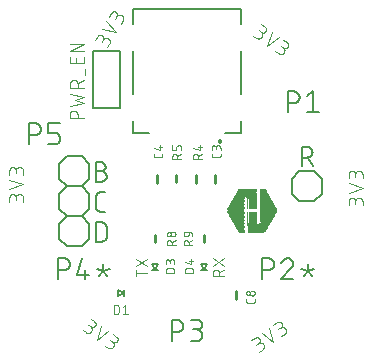
<source format=gbr>
G04 EAGLE Gerber RS-274X export*
G75*
%MOMM*%
%FSLAX34Y34*%
%LPD*%
%INSilkscreen Top*%
%IPPOS*%
%AMOC8*
5,1,8,0,0,1.08239X$1,22.5*%
G01*
%ADD10C,0.152400*%
%ADD11C,0.101600*%
%ADD12C,0.076200*%
%ADD13C,0.254000*%
%ADD14C,0.127000*%
%ADD15R,0.259075X0.015238*%
%ADD16R,1.310638X0.015238*%
%ADD17R,0.015238X0.015238*%
%ADD18R,0.304800X0.015238*%
%ADD19R,1.356356X0.015238*%
%ADD20R,0.335275X0.015238*%
%ADD21R,1.402075X0.015238*%
%ADD22R,0.365756X0.015238*%
%ADD23R,1.417319X0.015238*%
%ADD24R,0.381000X0.015238*%
%ADD25R,1.447800X0.015238*%
%ADD26R,0.396238X0.015238*%
%ADD27R,1.463037X0.015238*%
%ADD28R,0.411475X0.015238*%
%ADD29R,1.478275X0.015238*%
%ADD30R,0.426719X0.015238*%
%ADD31R,1.493519X0.015238*%
%ADD32R,0.441956X0.015238*%
%ADD33R,1.508756X0.015238*%
%ADD34R,0.457200X0.015238*%
%ADD35R,1.524000X0.015238*%
%ADD36R,0.472438X0.015238*%
%ADD37R,1.539238X0.015238*%
%ADD38R,0.487675X0.015238*%
%ADD39R,1.554475X0.015238*%
%ADD40R,0.502919X0.015238*%
%ADD41R,1.569719X0.015238*%
%ADD42R,0.518156X0.015238*%
%ADD43R,1.584956X0.015238*%
%ADD44R,0.533400X0.015238*%
%ADD45R,1.600200X0.015238*%
%ADD46R,0.548638X0.015238*%
%ADD47R,1.615438X0.015238*%
%ADD48R,0.563875X0.015238*%
%ADD49R,1.630675X0.015238*%
%ADD50R,0.579119X0.015238*%
%ADD51R,1.645919X0.015238*%
%ADD52R,0.594356X0.015238*%
%ADD53R,1.661156X0.015238*%
%ADD54R,0.609600X0.015238*%
%ADD55R,1.676400X0.015238*%
%ADD56R,0.624838X0.015238*%
%ADD57R,1.691638X0.015238*%
%ADD58R,0.640075X0.015238*%
%ADD59R,1.706875X0.015238*%
%ADD60R,0.655319X0.015238*%
%ADD61R,1.722119X0.015238*%
%ADD62R,0.670556X0.015238*%
%ADD63R,1.737356X0.015238*%
%ADD64R,0.685800X0.015238*%
%ADD65R,1.752600X0.015238*%
%ADD66R,0.701037X0.015238*%
%ADD67R,0.716275X0.015238*%
%ADD68R,0.731519X0.015238*%
%ADD69R,1.767838X0.015238*%
%ADD70R,1.783075X0.015238*%
%ADD71R,0.746756X0.015238*%
%ADD72R,1.798319X0.015238*%
%ADD73R,0.030481X0.015238*%
%ADD74R,0.762000X0.015238*%
%ADD75R,0.807719X0.015238*%
%ADD76R,0.868681X0.015238*%
%ADD77R,0.777238X0.015238*%
%ADD78R,0.853438X0.015238*%
%ADD79R,0.838200X0.015238*%
%ADD80R,0.792475X0.015238*%
%ADD81R,0.822963X0.015238*%
%ADD82R,0.822956X0.015238*%
%ADD83R,0.868675X0.015238*%
%ADD84R,0.883919X0.015238*%
%ADD85R,0.899156X0.015238*%
%ADD86R,0.914400X0.015238*%
%ADD87R,0.929638X0.015238*%
%ADD88R,0.944875X0.015238*%
%ADD89R,0.960119X0.015238*%
%ADD90R,0.975356X0.015238*%
%ADD91R,0.990600X0.015238*%
%ADD92R,1.005837X0.015238*%
%ADD93R,1.021075X0.015238*%
%ADD94R,1.036319X0.015238*%
%ADD95R,1.051556X0.015238*%
%ADD96R,1.066800X0.015238*%
%ADD97R,1.082037X0.015238*%
%ADD98R,1.097275X0.015238*%
%ADD99R,1.112519X0.015238*%
%ADD100R,1.127756X0.015238*%
%ADD101R,1.143000X0.015238*%
%ADD102R,1.158238X0.015238*%
%ADD103R,1.173475X0.015238*%
%ADD104R,1.188719X0.015238*%
%ADD105R,1.203956X0.015238*%
%ADD106R,1.219200X0.015238*%
%ADD107R,1.234438X0.015238*%
%ADD108R,1.249675X0.015238*%
%ADD109R,1.264919X0.015238*%
%ADD110R,1.280156X0.015238*%
%ADD111R,1.295400X0.015238*%
%ADD112R,1.325875X0.015238*%
%ADD113R,0.670563X0.015238*%
%ADD114R,1.341119X0.015238*%
%ADD115R,1.371600X0.015238*%
%ADD116R,1.386838X0.015238*%
%ADD117R,0.045719X0.015238*%
%ADD118R,0.060956X0.015238*%
%ADD119R,1.432556X0.015238*%
%ADD120R,0.106681X0.015238*%
%ADD121R,0.121919X0.015238*%
%ADD122R,0.152400X0.015238*%
%ADD123R,0.182875X0.015238*%
%ADD124R,0.030475X0.015238*%
%ADD125R,0.213363X0.015238*%
%ADD126R,0.076200X0.015238*%
%ADD127R,0.320038X0.015238*%
%ADD128R,0.243838X0.015238*%
%ADD129R,0.106675X0.015238*%
%ADD130R,0.274319X0.015238*%
%ADD131R,0.259081X0.015238*%
%ADD132R,0.198119X0.015238*%
%ADD133R,0.228600X0.015238*%
%ADD134C,0.200000*%


D10*
X-68213Y129350D02*
X-71826Y129350D01*
X-71944Y129352D01*
X-72062Y129358D01*
X-72180Y129367D01*
X-72297Y129381D01*
X-72414Y129398D01*
X-72531Y129419D01*
X-72646Y129444D01*
X-72761Y129473D01*
X-72875Y129506D01*
X-72987Y129542D01*
X-73098Y129582D01*
X-73208Y129625D01*
X-73317Y129672D01*
X-73424Y129722D01*
X-73529Y129777D01*
X-73632Y129834D01*
X-73733Y129895D01*
X-73833Y129959D01*
X-73930Y130026D01*
X-74025Y130096D01*
X-74117Y130170D01*
X-74208Y130246D01*
X-74295Y130326D01*
X-74380Y130408D01*
X-74462Y130493D01*
X-74542Y130580D01*
X-74618Y130671D01*
X-74692Y130763D01*
X-74762Y130858D01*
X-74829Y130955D01*
X-74893Y131055D01*
X-74954Y131156D01*
X-75011Y131259D01*
X-75066Y131364D01*
X-75116Y131471D01*
X-75163Y131580D01*
X-75206Y131690D01*
X-75246Y131801D01*
X-75282Y131913D01*
X-75315Y132027D01*
X-75344Y132142D01*
X-75369Y132257D01*
X-75390Y132374D01*
X-75407Y132491D01*
X-75421Y132608D01*
X-75430Y132726D01*
X-75436Y132844D01*
X-75438Y132962D01*
X-75438Y141993D01*
X-75436Y142111D01*
X-75430Y142229D01*
X-75421Y142347D01*
X-75407Y142464D01*
X-75390Y142581D01*
X-75369Y142698D01*
X-75344Y142813D01*
X-75315Y142928D01*
X-75282Y143042D01*
X-75246Y143154D01*
X-75206Y143265D01*
X-75163Y143375D01*
X-75116Y143484D01*
X-75066Y143591D01*
X-75011Y143696D01*
X-74954Y143799D01*
X-74893Y143900D01*
X-74829Y144000D01*
X-74762Y144097D01*
X-74692Y144192D01*
X-74618Y144284D01*
X-74542Y144375D01*
X-74462Y144462D01*
X-74380Y144547D01*
X-74295Y144629D01*
X-74208Y144709D01*
X-74117Y144785D01*
X-74025Y144859D01*
X-73930Y144929D01*
X-73833Y144996D01*
X-73733Y145060D01*
X-73632Y145121D01*
X-73529Y145178D01*
X-73424Y145233D01*
X-73317Y145283D01*
X-73208Y145330D01*
X-73098Y145373D01*
X-72987Y145413D01*
X-72875Y145449D01*
X-72761Y145482D01*
X-72646Y145511D01*
X-72531Y145536D01*
X-72414Y145557D01*
X-72297Y145574D01*
X-72180Y145588D01*
X-72062Y145597D01*
X-71944Y145603D01*
X-71826Y145605D01*
X-71826Y145606D02*
X-68213Y145606D01*
X-75438Y120206D02*
X-75438Y103950D01*
X-75438Y120206D02*
X-70922Y120206D01*
X-70791Y120204D01*
X-70659Y120198D01*
X-70528Y120189D01*
X-70398Y120175D01*
X-70267Y120158D01*
X-70138Y120137D01*
X-70009Y120113D01*
X-69881Y120084D01*
X-69753Y120052D01*
X-69627Y120016D01*
X-69502Y119977D01*
X-69377Y119934D01*
X-69255Y119887D01*
X-69133Y119837D01*
X-69013Y119783D01*
X-68895Y119726D01*
X-68779Y119665D01*
X-68664Y119601D01*
X-68551Y119534D01*
X-68440Y119463D01*
X-68332Y119389D01*
X-68225Y119312D01*
X-68121Y119232D01*
X-68019Y119149D01*
X-67920Y119064D01*
X-67823Y118975D01*
X-67729Y118883D01*
X-67637Y118789D01*
X-67548Y118692D01*
X-67463Y118593D01*
X-67380Y118491D01*
X-67300Y118387D01*
X-67223Y118280D01*
X-67149Y118172D01*
X-67078Y118061D01*
X-67011Y117948D01*
X-66947Y117833D01*
X-66886Y117717D01*
X-66829Y117599D01*
X-66775Y117479D01*
X-66725Y117357D01*
X-66678Y117235D01*
X-66635Y117110D01*
X-66596Y116985D01*
X-66560Y116859D01*
X-66528Y116731D01*
X-66499Y116603D01*
X-66475Y116474D01*
X-66454Y116345D01*
X-66437Y116214D01*
X-66423Y116084D01*
X-66414Y115953D01*
X-66408Y115821D01*
X-66406Y115690D01*
X-66407Y115690D02*
X-66407Y108465D01*
X-66406Y108465D02*
X-66408Y108334D01*
X-66414Y108202D01*
X-66423Y108071D01*
X-66437Y107941D01*
X-66454Y107810D01*
X-66475Y107681D01*
X-66499Y107552D01*
X-66528Y107424D01*
X-66560Y107296D01*
X-66596Y107170D01*
X-66635Y107045D01*
X-66678Y106920D01*
X-66725Y106798D01*
X-66775Y106676D01*
X-66829Y106556D01*
X-66886Y106438D01*
X-66947Y106322D01*
X-67011Y106207D01*
X-67078Y106094D01*
X-67149Y105983D01*
X-67223Y105875D01*
X-67300Y105768D01*
X-67380Y105664D01*
X-67463Y105562D01*
X-67548Y105463D01*
X-67637Y105366D01*
X-67729Y105272D01*
X-67823Y105180D01*
X-67920Y105091D01*
X-68019Y105006D01*
X-68121Y104923D01*
X-68225Y104843D01*
X-68332Y104766D01*
X-68440Y104692D01*
X-68551Y104621D01*
X-68664Y104554D01*
X-68779Y104490D01*
X-68895Y104429D01*
X-69013Y104372D01*
X-69133Y104318D01*
X-69255Y104268D01*
X-69377Y104221D01*
X-69502Y104178D01*
X-69627Y104139D01*
X-69753Y104103D01*
X-69881Y104071D01*
X-70009Y104042D01*
X-70138Y104018D01*
X-70267Y103997D01*
X-70398Y103980D01*
X-70528Y103966D01*
X-70659Y103957D01*
X-70791Y103951D01*
X-70922Y103949D01*
X-70922Y103950D02*
X-75438Y103950D01*
D11*
X-137033Y137724D02*
X-137033Y140970D01*
X-137035Y141083D01*
X-137041Y141196D01*
X-137051Y141309D01*
X-137065Y141422D01*
X-137082Y141534D01*
X-137104Y141645D01*
X-137129Y141755D01*
X-137159Y141865D01*
X-137192Y141973D01*
X-137229Y142080D01*
X-137269Y142186D01*
X-137314Y142290D01*
X-137362Y142393D01*
X-137413Y142494D01*
X-137468Y142593D01*
X-137526Y142690D01*
X-137588Y142785D01*
X-137653Y142878D01*
X-137721Y142968D01*
X-137792Y143056D01*
X-137867Y143142D01*
X-137944Y143225D01*
X-138024Y143305D01*
X-138107Y143382D01*
X-138193Y143457D01*
X-138281Y143528D01*
X-138371Y143596D01*
X-138464Y143661D01*
X-138559Y143723D01*
X-138656Y143781D01*
X-138755Y143836D01*
X-138856Y143887D01*
X-138959Y143935D01*
X-139063Y143980D01*
X-139169Y144020D01*
X-139276Y144057D01*
X-139384Y144090D01*
X-139494Y144120D01*
X-139604Y144145D01*
X-139715Y144167D01*
X-139827Y144184D01*
X-139940Y144198D01*
X-140053Y144208D01*
X-140166Y144214D01*
X-140279Y144216D01*
X-140392Y144214D01*
X-140505Y144208D01*
X-140618Y144198D01*
X-140731Y144184D01*
X-140843Y144167D01*
X-140954Y144145D01*
X-141064Y144120D01*
X-141174Y144090D01*
X-141282Y144057D01*
X-141389Y144020D01*
X-141495Y143980D01*
X-141599Y143935D01*
X-141702Y143887D01*
X-141803Y143836D01*
X-141902Y143781D01*
X-141999Y143723D01*
X-142094Y143661D01*
X-142187Y143596D01*
X-142277Y143528D01*
X-142365Y143457D01*
X-142451Y143382D01*
X-142534Y143305D01*
X-142614Y143225D01*
X-142691Y143142D01*
X-142766Y143056D01*
X-142837Y142968D01*
X-142905Y142878D01*
X-142970Y142785D01*
X-143032Y142690D01*
X-143090Y142593D01*
X-143145Y142494D01*
X-143196Y142393D01*
X-143244Y142290D01*
X-143289Y142186D01*
X-143329Y142080D01*
X-143366Y141973D01*
X-143399Y141865D01*
X-143429Y141755D01*
X-143454Y141645D01*
X-143476Y141534D01*
X-143493Y141422D01*
X-143507Y141309D01*
X-143517Y141196D01*
X-143523Y141083D01*
X-143525Y140970D01*
X-148717Y141619D02*
X-148717Y137724D01*
X-148717Y141619D02*
X-148715Y141720D01*
X-148709Y141820D01*
X-148699Y141920D01*
X-148686Y142020D01*
X-148668Y142119D01*
X-148647Y142218D01*
X-148622Y142315D01*
X-148593Y142412D01*
X-148560Y142507D01*
X-148524Y142601D01*
X-148484Y142693D01*
X-148441Y142784D01*
X-148394Y142873D01*
X-148344Y142960D01*
X-148290Y143046D01*
X-148233Y143129D01*
X-148173Y143209D01*
X-148110Y143288D01*
X-148043Y143364D01*
X-147974Y143437D01*
X-147902Y143507D01*
X-147828Y143575D01*
X-147751Y143640D01*
X-147671Y143701D01*
X-147589Y143760D01*
X-147505Y143815D01*
X-147419Y143867D01*
X-147331Y143916D01*
X-147241Y143961D01*
X-147149Y144003D01*
X-147056Y144041D01*
X-146961Y144075D01*
X-146866Y144106D01*
X-146769Y144133D01*
X-146671Y144156D01*
X-146572Y144176D01*
X-146472Y144191D01*
X-146372Y144203D01*
X-146272Y144211D01*
X-146171Y144215D01*
X-146071Y144215D01*
X-145970Y144211D01*
X-145870Y144203D01*
X-145770Y144191D01*
X-145670Y144176D01*
X-145571Y144156D01*
X-145473Y144133D01*
X-145376Y144106D01*
X-145281Y144075D01*
X-145186Y144041D01*
X-145093Y144003D01*
X-145001Y143961D01*
X-144911Y143916D01*
X-144823Y143867D01*
X-144737Y143815D01*
X-144653Y143760D01*
X-144571Y143701D01*
X-144491Y143640D01*
X-144414Y143575D01*
X-144340Y143507D01*
X-144268Y143437D01*
X-144199Y143364D01*
X-144132Y143288D01*
X-144069Y143209D01*
X-144009Y143129D01*
X-143952Y143046D01*
X-143898Y142960D01*
X-143848Y142873D01*
X-143801Y142784D01*
X-143758Y142693D01*
X-143718Y142601D01*
X-143682Y142507D01*
X-143649Y142412D01*
X-143620Y142315D01*
X-143595Y142218D01*
X-143574Y142119D01*
X-143556Y142020D01*
X-143543Y141920D01*
X-143533Y141820D01*
X-143527Y141720D01*
X-143525Y141619D01*
X-143524Y141619D02*
X-143524Y139023D01*
X-148717Y148505D02*
X-137033Y152400D01*
X-148717Y156295D01*
X-137033Y160584D02*
X-137033Y163830D01*
X-137035Y163943D01*
X-137041Y164056D01*
X-137051Y164169D01*
X-137065Y164282D01*
X-137082Y164394D01*
X-137104Y164505D01*
X-137129Y164615D01*
X-137159Y164725D01*
X-137192Y164833D01*
X-137229Y164940D01*
X-137269Y165046D01*
X-137314Y165150D01*
X-137362Y165253D01*
X-137413Y165354D01*
X-137468Y165453D01*
X-137526Y165550D01*
X-137588Y165645D01*
X-137653Y165738D01*
X-137721Y165828D01*
X-137792Y165916D01*
X-137867Y166002D01*
X-137944Y166085D01*
X-138024Y166165D01*
X-138107Y166242D01*
X-138193Y166317D01*
X-138281Y166388D01*
X-138371Y166456D01*
X-138464Y166521D01*
X-138559Y166583D01*
X-138656Y166641D01*
X-138755Y166696D01*
X-138856Y166747D01*
X-138959Y166795D01*
X-139063Y166840D01*
X-139169Y166880D01*
X-139276Y166917D01*
X-139384Y166950D01*
X-139494Y166980D01*
X-139604Y167005D01*
X-139715Y167027D01*
X-139827Y167044D01*
X-139940Y167058D01*
X-140053Y167068D01*
X-140166Y167074D01*
X-140279Y167076D01*
X-140392Y167074D01*
X-140505Y167068D01*
X-140618Y167058D01*
X-140731Y167044D01*
X-140843Y167027D01*
X-140954Y167005D01*
X-141064Y166980D01*
X-141174Y166950D01*
X-141282Y166917D01*
X-141389Y166880D01*
X-141495Y166840D01*
X-141599Y166795D01*
X-141702Y166747D01*
X-141803Y166696D01*
X-141902Y166641D01*
X-141999Y166583D01*
X-142094Y166521D01*
X-142187Y166456D01*
X-142277Y166388D01*
X-142365Y166317D01*
X-142451Y166242D01*
X-142534Y166165D01*
X-142614Y166085D01*
X-142691Y166002D01*
X-142766Y165916D01*
X-142837Y165828D01*
X-142905Y165738D01*
X-142970Y165645D01*
X-143032Y165550D01*
X-143090Y165453D01*
X-143145Y165354D01*
X-143196Y165253D01*
X-143244Y165150D01*
X-143289Y165046D01*
X-143329Y164940D01*
X-143366Y164833D01*
X-143399Y164725D01*
X-143429Y164615D01*
X-143454Y164505D01*
X-143476Y164394D01*
X-143493Y164282D01*
X-143507Y164169D01*
X-143517Y164056D01*
X-143523Y163943D01*
X-143525Y163830D01*
X-148717Y164479D02*
X-148717Y160584D01*
X-148717Y164479D02*
X-148715Y164580D01*
X-148709Y164680D01*
X-148699Y164780D01*
X-148686Y164880D01*
X-148668Y164979D01*
X-148647Y165078D01*
X-148622Y165175D01*
X-148593Y165272D01*
X-148560Y165367D01*
X-148524Y165461D01*
X-148484Y165553D01*
X-148441Y165644D01*
X-148394Y165733D01*
X-148344Y165820D01*
X-148290Y165906D01*
X-148233Y165989D01*
X-148173Y166069D01*
X-148110Y166148D01*
X-148043Y166224D01*
X-147974Y166297D01*
X-147902Y166367D01*
X-147828Y166435D01*
X-147751Y166500D01*
X-147671Y166561D01*
X-147589Y166620D01*
X-147505Y166675D01*
X-147419Y166727D01*
X-147331Y166776D01*
X-147241Y166821D01*
X-147149Y166863D01*
X-147056Y166901D01*
X-146961Y166935D01*
X-146866Y166966D01*
X-146769Y166993D01*
X-146671Y167016D01*
X-146572Y167036D01*
X-146472Y167051D01*
X-146372Y167063D01*
X-146272Y167071D01*
X-146171Y167075D01*
X-146071Y167075D01*
X-145970Y167071D01*
X-145870Y167063D01*
X-145770Y167051D01*
X-145670Y167036D01*
X-145571Y167016D01*
X-145473Y166993D01*
X-145376Y166966D01*
X-145281Y166935D01*
X-145186Y166901D01*
X-145093Y166863D01*
X-145001Y166821D01*
X-144911Y166776D01*
X-144823Y166727D01*
X-144737Y166675D01*
X-144653Y166620D01*
X-144571Y166561D01*
X-144491Y166500D01*
X-144414Y166435D01*
X-144340Y166367D01*
X-144268Y166297D01*
X-144199Y166224D01*
X-144132Y166148D01*
X-144069Y166069D01*
X-144009Y165989D01*
X-143952Y165906D01*
X-143898Y165820D01*
X-143848Y165733D01*
X-143801Y165644D01*
X-143758Y165553D01*
X-143718Y165461D01*
X-143682Y165367D01*
X-143649Y165272D01*
X-143620Y165175D01*
X-143595Y165078D01*
X-143574Y164979D01*
X-143556Y164880D01*
X-143543Y164780D01*
X-143533Y164680D01*
X-143527Y164580D01*
X-143525Y164479D01*
X-143524Y164479D02*
X-143524Y161883D01*
X150305Y137795D02*
X150305Y134549D01*
X150305Y137795D02*
X150303Y137908D01*
X150297Y138021D01*
X150287Y138134D01*
X150273Y138247D01*
X150256Y138359D01*
X150234Y138470D01*
X150209Y138580D01*
X150179Y138690D01*
X150146Y138798D01*
X150109Y138905D01*
X150069Y139011D01*
X150024Y139115D01*
X149976Y139218D01*
X149925Y139319D01*
X149870Y139418D01*
X149812Y139515D01*
X149750Y139610D01*
X149685Y139703D01*
X149617Y139793D01*
X149546Y139881D01*
X149471Y139967D01*
X149394Y140050D01*
X149314Y140130D01*
X149231Y140207D01*
X149145Y140282D01*
X149057Y140353D01*
X148967Y140421D01*
X148874Y140486D01*
X148779Y140548D01*
X148682Y140606D01*
X148583Y140661D01*
X148482Y140712D01*
X148379Y140760D01*
X148275Y140805D01*
X148169Y140845D01*
X148062Y140882D01*
X147954Y140915D01*
X147844Y140945D01*
X147734Y140970D01*
X147623Y140992D01*
X147511Y141009D01*
X147398Y141023D01*
X147285Y141033D01*
X147172Y141039D01*
X147059Y141041D01*
X146946Y141039D01*
X146833Y141033D01*
X146720Y141023D01*
X146607Y141009D01*
X146495Y140992D01*
X146384Y140970D01*
X146274Y140945D01*
X146164Y140915D01*
X146056Y140882D01*
X145949Y140845D01*
X145843Y140805D01*
X145739Y140760D01*
X145636Y140712D01*
X145535Y140661D01*
X145436Y140606D01*
X145339Y140548D01*
X145244Y140486D01*
X145151Y140421D01*
X145061Y140353D01*
X144973Y140282D01*
X144887Y140207D01*
X144804Y140130D01*
X144724Y140050D01*
X144647Y139967D01*
X144572Y139881D01*
X144501Y139793D01*
X144433Y139703D01*
X144368Y139610D01*
X144306Y139515D01*
X144248Y139418D01*
X144193Y139319D01*
X144142Y139218D01*
X144094Y139115D01*
X144049Y139011D01*
X144009Y138905D01*
X143972Y138798D01*
X143939Y138690D01*
X143909Y138580D01*
X143884Y138470D01*
X143862Y138359D01*
X143845Y138247D01*
X143831Y138134D01*
X143821Y138021D01*
X143815Y137908D01*
X143813Y137795D01*
X138621Y138444D02*
X138621Y134549D01*
X138621Y138444D02*
X138623Y138545D01*
X138629Y138645D01*
X138639Y138745D01*
X138652Y138845D01*
X138670Y138944D01*
X138691Y139043D01*
X138716Y139140D01*
X138745Y139237D01*
X138778Y139332D01*
X138814Y139426D01*
X138854Y139518D01*
X138897Y139609D01*
X138944Y139698D01*
X138994Y139785D01*
X139048Y139871D01*
X139105Y139954D01*
X139165Y140034D01*
X139228Y140113D01*
X139295Y140189D01*
X139364Y140262D01*
X139436Y140332D01*
X139510Y140400D01*
X139587Y140465D01*
X139667Y140526D01*
X139749Y140585D01*
X139833Y140640D01*
X139919Y140692D01*
X140007Y140741D01*
X140097Y140786D01*
X140189Y140828D01*
X140282Y140866D01*
X140377Y140900D01*
X140472Y140931D01*
X140569Y140958D01*
X140667Y140981D01*
X140766Y141001D01*
X140866Y141016D01*
X140966Y141028D01*
X141066Y141036D01*
X141167Y141040D01*
X141267Y141040D01*
X141368Y141036D01*
X141468Y141028D01*
X141568Y141016D01*
X141668Y141001D01*
X141767Y140981D01*
X141865Y140958D01*
X141962Y140931D01*
X142057Y140900D01*
X142152Y140866D01*
X142245Y140828D01*
X142337Y140786D01*
X142427Y140741D01*
X142515Y140692D01*
X142601Y140640D01*
X142685Y140585D01*
X142767Y140526D01*
X142847Y140465D01*
X142924Y140400D01*
X142998Y140332D01*
X143070Y140262D01*
X143139Y140189D01*
X143206Y140113D01*
X143269Y140034D01*
X143329Y139954D01*
X143386Y139871D01*
X143440Y139785D01*
X143490Y139698D01*
X143537Y139609D01*
X143580Y139518D01*
X143620Y139426D01*
X143656Y139332D01*
X143689Y139237D01*
X143718Y139140D01*
X143743Y139043D01*
X143764Y138944D01*
X143782Y138845D01*
X143795Y138745D01*
X143805Y138645D01*
X143811Y138545D01*
X143813Y138444D01*
X143813Y135848D01*
X138621Y145330D02*
X150305Y149225D01*
X138621Y153120D01*
X150305Y157409D02*
X150305Y160655D01*
X150303Y160768D01*
X150297Y160881D01*
X150287Y160994D01*
X150273Y161107D01*
X150256Y161219D01*
X150234Y161330D01*
X150209Y161440D01*
X150179Y161550D01*
X150146Y161658D01*
X150109Y161765D01*
X150069Y161871D01*
X150024Y161975D01*
X149976Y162078D01*
X149925Y162179D01*
X149870Y162278D01*
X149812Y162375D01*
X149750Y162470D01*
X149685Y162563D01*
X149617Y162653D01*
X149546Y162741D01*
X149471Y162827D01*
X149394Y162910D01*
X149314Y162990D01*
X149231Y163067D01*
X149145Y163142D01*
X149057Y163213D01*
X148967Y163281D01*
X148874Y163346D01*
X148779Y163408D01*
X148682Y163466D01*
X148583Y163521D01*
X148482Y163572D01*
X148379Y163620D01*
X148275Y163665D01*
X148169Y163705D01*
X148062Y163742D01*
X147954Y163775D01*
X147844Y163805D01*
X147734Y163830D01*
X147623Y163852D01*
X147511Y163869D01*
X147398Y163883D01*
X147285Y163893D01*
X147172Y163899D01*
X147059Y163901D01*
X146946Y163899D01*
X146833Y163893D01*
X146720Y163883D01*
X146607Y163869D01*
X146495Y163852D01*
X146384Y163830D01*
X146274Y163805D01*
X146164Y163775D01*
X146056Y163742D01*
X145949Y163705D01*
X145843Y163665D01*
X145739Y163620D01*
X145636Y163572D01*
X145535Y163521D01*
X145436Y163466D01*
X145339Y163408D01*
X145244Y163346D01*
X145151Y163281D01*
X145061Y163213D01*
X144973Y163142D01*
X144887Y163067D01*
X144804Y162990D01*
X144724Y162910D01*
X144647Y162827D01*
X144572Y162741D01*
X144501Y162653D01*
X144433Y162563D01*
X144368Y162470D01*
X144306Y162375D01*
X144248Y162278D01*
X144193Y162179D01*
X144142Y162078D01*
X144094Y161975D01*
X144049Y161871D01*
X144009Y161765D01*
X143972Y161658D01*
X143939Y161550D01*
X143909Y161440D01*
X143884Y161330D01*
X143862Y161219D01*
X143845Y161107D01*
X143831Y160994D01*
X143821Y160881D01*
X143815Y160768D01*
X143813Y160655D01*
X138621Y161304D02*
X138621Y157409D01*
X138621Y161304D02*
X138623Y161405D01*
X138629Y161505D01*
X138639Y161605D01*
X138652Y161705D01*
X138670Y161804D01*
X138691Y161903D01*
X138716Y162000D01*
X138745Y162097D01*
X138778Y162192D01*
X138814Y162286D01*
X138854Y162378D01*
X138897Y162469D01*
X138944Y162558D01*
X138994Y162645D01*
X139048Y162731D01*
X139105Y162814D01*
X139165Y162894D01*
X139228Y162973D01*
X139295Y163049D01*
X139364Y163122D01*
X139436Y163192D01*
X139510Y163260D01*
X139587Y163325D01*
X139667Y163386D01*
X139749Y163445D01*
X139833Y163500D01*
X139919Y163552D01*
X140007Y163601D01*
X140097Y163646D01*
X140189Y163688D01*
X140282Y163726D01*
X140377Y163760D01*
X140472Y163791D01*
X140569Y163818D01*
X140667Y163841D01*
X140766Y163861D01*
X140866Y163876D01*
X140966Y163888D01*
X141066Y163896D01*
X141167Y163900D01*
X141267Y163900D01*
X141368Y163896D01*
X141468Y163888D01*
X141568Y163876D01*
X141668Y163861D01*
X141767Y163841D01*
X141865Y163818D01*
X141962Y163791D01*
X142057Y163760D01*
X142152Y163726D01*
X142245Y163688D01*
X142337Y163646D01*
X142427Y163601D01*
X142515Y163552D01*
X142601Y163500D01*
X142685Y163445D01*
X142767Y163386D01*
X142847Y163325D01*
X142924Y163260D01*
X142998Y163192D01*
X143070Y163122D01*
X143139Y163049D01*
X143206Y162973D01*
X143269Y162894D01*
X143329Y162814D01*
X143386Y162731D01*
X143440Y162645D01*
X143490Y162558D01*
X143537Y162469D01*
X143580Y162378D01*
X143620Y162286D01*
X143656Y162192D01*
X143689Y162097D01*
X143718Y162000D01*
X143743Y161903D01*
X143764Y161804D01*
X143782Y161705D01*
X143795Y161605D01*
X143805Y161505D01*
X143811Y161405D01*
X143813Y161304D01*
X143813Y158708D01*
X-84151Y27170D02*
X-86810Y29032D01*
X-84152Y27170D02*
X-84058Y27107D01*
X-83962Y27047D01*
X-83864Y26990D01*
X-83764Y26937D01*
X-83662Y26887D01*
X-83558Y26841D01*
X-83453Y26799D01*
X-83347Y26760D01*
X-83239Y26725D01*
X-83130Y26694D01*
X-83020Y26666D01*
X-82909Y26643D01*
X-82798Y26623D01*
X-82686Y26607D01*
X-82573Y26595D01*
X-82460Y26587D01*
X-82347Y26583D01*
X-82233Y26583D01*
X-82120Y26587D01*
X-82007Y26595D01*
X-81894Y26607D01*
X-81782Y26623D01*
X-81671Y26643D01*
X-81560Y26666D01*
X-81450Y26694D01*
X-81341Y26725D01*
X-81233Y26760D01*
X-81127Y26799D01*
X-81022Y26841D01*
X-80918Y26887D01*
X-80816Y26937D01*
X-80716Y26990D01*
X-80618Y27047D01*
X-80522Y27107D01*
X-80428Y27170D01*
X-80337Y27237D01*
X-80247Y27306D01*
X-80160Y27379D01*
X-80076Y27455D01*
X-79995Y27534D01*
X-79916Y27615D01*
X-79840Y27699D01*
X-79767Y27786D01*
X-79698Y27876D01*
X-79631Y27967D01*
X-79568Y28061D01*
X-79508Y28157D01*
X-79451Y28255D01*
X-79398Y28355D01*
X-79348Y28457D01*
X-79302Y28561D01*
X-79260Y28666D01*
X-79221Y28772D01*
X-79186Y28880D01*
X-79155Y28989D01*
X-79127Y29099D01*
X-79104Y29210D01*
X-79084Y29321D01*
X-79068Y29433D01*
X-79056Y29546D01*
X-79048Y29659D01*
X-79044Y29772D01*
X-79044Y29886D01*
X-79048Y29999D01*
X-79056Y30112D01*
X-79068Y30225D01*
X-79084Y30337D01*
X-79104Y30448D01*
X-79127Y30559D01*
X-79155Y30669D01*
X-79186Y30778D01*
X-79221Y30886D01*
X-79260Y30992D01*
X-79302Y31097D01*
X-79348Y31201D01*
X-79398Y31303D01*
X-79451Y31403D01*
X-79508Y31501D01*
X-79568Y31597D01*
X-79631Y31691D01*
X-79698Y31782D01*
X-79767Y31872D01*
X-79840Y31959D01*
X-79916Y32043D01*
X-79995Y32124D01*
X-80076Y32203D01*
X-80160Y32279D01*
X-80247Y32352D01*
X-80336Y32421D01*
X-80428Y32488D01*
X-76918Y36369D02*
X-80108Y38603D01*
X-76918Y36369D02*
X-76837Y36309D01*
X-76758Y36247D01*
X-76681Y36181D01*
X-76607Y36113D01*
X-76536Y36042D01*
X-76468Y35968D01*
X-76402Y35891D01*
X-76340Y35812D01*
X-76280Y35731D01*
X-76224Y35647D01*
X-76171Y35562D01*
X-76122Y35474D01*
X-76076Y35385D01*
X-76033Y35293D01*
X-75994Y35200D01*
X-75959Y35106D01*
X-75927Y35011D01*
X-75899Y34914D01*
X-75875Y34816D01*
X-75855Y34718D01*
X-75838Y34618D01*
X-75826Y34518D01*
X-75817Y34418D01*
X-75812Y34317D01*
X-75811Y34217D01*
X-75814Y34116D01*
X-75821Y34016D01*
X-75832Y33916D01*
X-75846Y33816D01*
X-75865Y33717D01*
X-75887Y33619D01*
X-75913Y33522D01*
X-75943Y33425D01*
X-75976Y33331D01*
X-76013Y33237D01*
X-76054Y33145D01*
X-76099Y33054D01*
X-76146Y32966D01*
X-76198Y32879D01*
X-76252Y32795D01*
X-76310Y32712D01*
X-76371Y32632D01*
X-76435Y32554D01*
X-76502Y32479D01*
X-76571Y32406D01*
X-76644Y32337D01*
X-76719Y32270D01*
X-76797Y32206D01*
X-76877Y32145D01*
X-76960Y32087D01*
X-77044Y32033D01*
X-77131Y31981D01*
X-77219Y31934D01*
X-77310Y31889D01*
X-77402Y31848D01*
X-77495Y31811D01*
X-77590Y31778D01*
X-77687Y31748D01*
X-77784Y31722D01*
X-77882Y31700D01*
X-77981Y31681D01*
X-78081Y31667D01*
X-78181Y31656D01*
X-78281Y31649D01*
X-78382Y31646D01*
X-78482Y31647D01*
X-78583Y31652D01*
X-78683Y31661D01*
X-78783Y31673D01*
X-78883Y31690D01*
X-78981Y31710D01*
X-79079Y31734D01*
X-79176Y31762D01*
X-79271Y31794D01*
X-79365Y31829D01*
X-79458Y31868D01*
X-79550Y31911D01*
X-79639Y31957D01*
X-79727Y32006D01*
X-79812Y32059D01*
X-79896Y32115D01*
X-82023Y33605D01*
X-71277Y32419D02*
X-74788Y20614D01*
X-64896Y27952D01*
X-68084Y15920D02*
X-65425Y14058D01*
X-65426Y14058D02*
X-65332Y13995D01*
X-65236Y13935D01*
X-65138Y13878D01*
X-65038Y13825D01*
X-64936Y13775D01*
X-64832Y13729D01*
X-64727Y13687D01*
X-64621Y13648D01*
X-64513Y13613D01*
X-64404Y13582D01*
X-64294Y13554D01*
X-64183Y13531D01*
X-64072Y13511D01*
X-63960Y13495D01*
X-63847Y13483D01*
X-63734Y13475D01*
X-63621Y13471D01*
X-63507Y13471D01*
X-63394Y13475D01*
X-63281Y13483D01*
X-63168Y13495D01*
X-63056Y13511D01*
X-62945Y13531D01*
X-62834Y13554D01*
X-62724Y13582D01*
X-62615Y13613D01*
X-62507Y13648D01*
X-62401Y13687D01*
X-62296Y13729D01*
X-62192Y13775D01*
X-62090Y13825D01*
X-61990Y13878D01*
X-61892Y13935D01*
X-61796Y13995D01*
X-61702Y14058D01*
X-61611Y14125D01*
X-61521Y14194D01*
X-61434Y14267D01*
X-61350Y14343D01*
X-61269Y14422D01*
X-61190Y14503D01*
X-61114Y14587D01*
X-61041Y14674D01*
X-60972Y14764D01*
X-60905Y14855D01*
X-60842Y14949D01*
X-60782Y15045D01*
X-60725Y15143D01*
X-60672Y15243D01*
X-60622Y15345D01*
X-60576Y15449D01*
X-60534Y15554D01*
X-60495Y15660D01*
X-60460Y15768D01*
X-60429Y15877D01*
X-60401Y15987D01*
X-60378Y16098D01*
X-60358Y16209D01*
X-60342Y16321D01*
X-60330Y16434D01*
X-60322Y16547D01*
X-60318Y16660D01*
X-60318Y16774D01*
X-60322Y16887D01*
X-60330Y17000D01*
X-60342Y17113D01*
X-60358Y17225D01*
X-60378Y17336D01*
X-60401Y17447D01*
X-60429Y17557D01*
X-60460Y17666D01*
X-60495Y17774D01*
X-60534Y17880D01*
X-60576Y17985D01*
X-60622Y18089D01*
X-60672Y18191D01*
X-60725Y18291D01*
X-60782Y18389D01*
X-60842Y18485D01*
X-60905Y18579D01*
X-60972Y18670D01*
X-61041Y18760D01*
X-61114Y18847D01*
X-61190Y18931D01*
X-61269Y19012D01*
X-61350Y19091D01*
X-61434Y19167D01*
X-61521Y19240D01*
X-61610Y19309D01*
X-61702Y19376D01*
X-58192Y23257D02*
X-61382Y25491D01*
X-58192Y23257D02*
X-58111Y23197D01*
X-58032Y23135D01*
X-57955Y23069D01*
X-57881Y23001D01*
X-57810Y22930D01*
X-57742Y22856D01*
X-57676Y22779D01*
X-57614Y22700D01*
X-57554Y22619D01*
X-57498Y22535D01*
X-57445Y22450D01*
X-57396Y22362D01*
X-57350Y22273D01*
X-57307Y22181D01*
X-57268Y22088D01*
X-57233Y21994D01*
X-57201Y21899D01*
X-57173Y21802D01*
X-57149Y21704D01*
X-57129Y21606D01*
X-57112Y21506D01*
X-57100Y21406D01*
X-57091Y21306D01*
X-57086Y21205D01*
X-57085Y21105D01*
X-57088Y21004D01*
X-57095Y20904D01*
X-57106Y20804D01*
X-57120Y20704D01*
X-57139Y20605D01*
X-57161Y20507D01*
X-57187Y20410D01*
X-57217Y20313D01*
X-57250Y20219D01*
X-57287Y20125D01*
X-57328Y20033D01*
X-57373Y19942D01*
X-57420Y19854D01*
X-57472Y19767D01*
X-57526Y19683D01*
X-57584Y19600D01*
X-57645Y19520D01*
X-57709Y19442D01*
X-57776Y19367D01*
X-57845Y19294D01*
X-57918Y19225D01*
X-57993Y19158D01*
X-58071Y19094D01*
X-58151Y19033D01*
X-58234Y18975D01*
X-58318Y18921D01*
X-58405Y18869D01*
X-58493Y18822D01*
X-58584Y18777D01*
X-58676Y18736D01*
X-58769Y18699D01*
X-58864Y18666D01*
X-58961Y18636D01*
X-59058Y18610D01*
X-59156Y18588D01*
X-59255Y18569D01*
X-59355Y18555D01*
X-59455Y18544D01*
X-59555Y18537D01*
X-59656Y18534D01*
X-59756Y18535D01*
X-59857Y18540D01*
X-59957Y18549D01*
X-60057Y18561D01*
X-60157Y18578D01*
X-60255Y18598D01*
X-60353Y18622D01*
X-60450Y18650D01*
X-60545Y18682D01*
X-60639Y18717D01*
X-60732Y18756D01*
X-60824Y18799D01*
X-60913Y18845D01*
X-61001Y18894D01*
X-61086Y18947D01*
X-61170Y19003D01*
X-63297Y20493D01*
X62767Y10609D02*
X65425Y12471D01*
X65426Y12471D02*
X65517Y12538D01*
X65607Y12607D01*
X65694Y12680D01*
X65778Y12756D01*
X65859Y12835D01*
X65938Y12916D01*
X66014Y13000D01*
X66087Y13087D01*
X66156Y13177D01*
X66223Y13268D01*
X66286Y13362D01*
X66346Y13458D01*
X66403Y13556D01*
X66456Y13656D01*
X66506Y13758D01*
X66552Y13862D01*
X66594Y13967D01*
X66633Y14073D01*
X66668Y14181D01*
X66699Y14290D01*
X66727Y14400D01*
X66750Y14511D01*
X66770Y14622D01*
X66786Y14734D01*
X66798Y14847D01*
X66806Y14960D01*
X66810Y15073D01*
X66810Y15187D01*
X66806Y15300D01*
X66798Y15413D01*
X66786Y15526D01*
X66770Y15638D01*
X66750Y15749D01*
X66727Y15860D01*
X66699Y15970D01*
X66668Y16079D01*
X66633Y16187D01*
X66594Y16293D01*
X66552Y16398D01*
X66506Y16502D01*
X66456Y16604D01*
X66403Y16704D01*
X66346Y16802D01*
X66286Y16898D01*
X66223Y16992D01*
X66156Y17083D01*
X66087Y17173D01*
X66014Y17260D01*
X65938Y17344D01*
X65859Y17425D01*
X65778Y17504D01*
X65694Y17580D01*
X65607Y17653D01*
X65518Y17722D01*
X65426Y17789D01*
X65332Y17852D01*
X65236Y17912D01*
X65138Y17969D01*
X65038Y18022D01*
X64936Y18072D01*
X64832Y18118D01*
X64727Y18160D01*
X64621Y18199D01*
X64513Y18234D01*
X64404Y18265D01*
X64294Y18293D01*
X64183Y18316D01*
X64072Y18336D01*
X63960Y18352D01*
X63847Y18364D01*
X63734Y18372D01*
X63621Y18376D01*
X63507Y18376D01*
X63394Y18372D01*
X63281Y18364D01*
X63168Y18352D01*
X63056Y18336D01*
X62945Y18316D01*
X62834Y18293D01*
X62724Y18265D01*
X62615Y18234D01*
X62507Y18199D01*
X62401Y18160D01*
X62296Y18118D01*
X62192Y18072D01*
X62090Y18022D01*
X61990Y17969D01*
X61892Y17912D01*
X61796Y17852D01*
X61702Y17789D01*
X59255Y22414D02*
X56065Y20180D01*
X59256Y22414D02*
X59340Y22470D01*
X59425Y22523D01*
X59513Y22572D01*
X59602Y22618D01*
X59694Y22661D01*
X59787Y22700D01*
X59881Y22735D01*
X59976Y22767D01*
X60073Y22795D01*
X60171Y22819D01*
X60269Y22839D01*
X60369Y22856D01*
X60469Y22868D01*
X60569Y22877D01*
X60670Y22882D01*
X60770Y22883D01*
X60871Y22880D01*
X60971Y22873D01*
X61071Y22862D01*
X61171Y22848D01*
X61270Y22829D01*
X61368Y22807D01*
X61465Y22781D01*
X61562Y22751D01*
X61657Y22718D01*
X61750Y22681D01*
X61842Y22640D01*
X61933Y22595D01*
X62021Y22548D01*
X62108Y22496D01*
X62192Y22442D01*
X62275Y22384D01*
X62355Y22323D01*
X62433Y22259D01*
X62508Y22192D01*
X62581Y22123D01*
X62650Y22050D01*
X62717Y21975D01*
X62781Y21897D01*
X62842Y21817D01*
X62900Y21734D01*
X62954Y21650D01*
X63006Y21563D01*
X63053Y21475D01*
X63098Y21384D01*
X63139Y21292D01*
X63176Y21198D01*
X63209Y21104D01*
X63239Y21007D01*
X63265Y20910D01*
X63287Y20812D01*
X63306Y20713D01*
X63320Y20613D01*
X63331Y20513D01*
X63338Y20413D01*
X63341Y20312D01*
X63340Y20212D01*
X63335Y20111D01*
X63326Y20011D01*
X63314Y19911D01*
X63297Y19811D01*
X63277Y19713D01*
X63253Y19615D01*
X63225Y19518D01*
X63193Y19423D01*
X63158Y19329D01*
X63119Y19236D01*
X63076Y19144D01*
X63030Y19055D01*
X62981Y18967D01*
X62928Y18882D01*
X62872Y18798D01*
X62812Y18717D01*
X62750Y18638D01*
X62684Y18561D01*
X62616Y18487D01*
X62545Y18416D01*
X62471Y18348D01*
X62394Y18282D01*
X62315Y18220D01*
X62234Y18160D01*
X62234Y18161D02*
X60107Y16671D01*
X64896Y26364D02*
X74788Y19027D01*
X71277Y30832D01*
X81493Y23721D02*
X84151Y25583D01*
X84152Y25582D02*
X84243Y25649D01*
X84333Y25718D01*
X84420Y25791D01*
X84504Y25867D01*
X84585Y25946D01*
X84664Y26027D01*
X84740Y26111D01*
X84813Y26198D01*
X84882Y26288D01*
X84949Y26379D01*
X85012Y26473D01*
X85072Y26569D01*
X85129Y26667D01*
X85182Y26767D01*
X85232Y26869D01*
X85278Y26973D01*
X85320Y27078D01*
X85359Y27184D01*
X85394Y27292D01*
X85425Y27401D01*
X85453Y27511D01*
X85476Y27622D01*
X85496Y27733D01*
X85512Y27845D01*
X85524Y27958D01*
X85532Y28071D01*
X85536Y28184D01*
X85536Y28298D01*
X85532Y28411D01*
X85524Y28524D01*
X85512Y28637D01*
X85496Y28749D01*
X85476Y28860D01*
X85453Y28971D01*
X85425Y29081D01*
X85394Y29190D01*
X85359Y29298D01*
X85320Y29404D01*
X85278Y29509D01*
X85232Y29613D01*
X85182Y29715D01*
X85129Y29815D01*
X85072Y29913D01*
X85012Y30009D01*
X84949Y30103D01*
X84882Y30194D01*
X84813Y30284D01*
X84740Y30371D01*
X84664Y30455D01*
X84585Y30536D01*
X84504Y30615D01*
X84420Y30691D01*
X84333Y30764D01*
X84244Y30833D01*
X84152Y30900D01*
X84058Y30963D01*
X83962Y31023D01*
X83864Y31080D01*
X83764Y31133D01*
X83662Y31183D01*
X83558Y31229D01*
X83453Y31271D01*
X83347Y31310D01*
X83239Y31345D01*
X83130Y31376D01*
X83020Y31404D01*
X82909Y31427D01*
X82798Y31447D01*
X82686Y31463D01*
X82573Y31475D01*
X82460Y31483D01*
X82347Y31487D01*
X82233Y31487D01*
X82120Y31483D01*
X82007Y31475D01*
X81894Y31463D01*
X81782Y31447D01*
X81671Y31427D01*
X81560Y31404D01*
X81450Y31376D01*
X81341Y31345D01*
X81233Y31310D01*
X81127Y31271D01*
X81022Y31229D01*
X80918Y31183D01*
X80816Y31133D01*
X80716Y31080D01*
X80618Y31023D01*
X80522Y30963D01*
X80428Y30900D01*
X77981Y35526D02*
X74791Y33292D01*
X77981Y35526D02*
X78065Y35582D01*
X78150Y35635D01*
X78238Y35684D01*
X78327Y35730D01*
X78419Y35773D01*
X78512Y35812D01*
X78606Y35847D01*
X78701Y35879D01*
X78798Y35907D01*
X78896Y35931D01*
X78994Y35951D01*
X79094Y35968D01*
X79194Y35980D01*
X79294Y35989D01*
X79395Y35994D01*
X79495Y35995D01*
X79596Y35992D01*
X79696Y35985D01*
X79796Y35974D01*
X79896Y35960D01*
X79995Y35941D01*
X80093Y35919D01*
X80190Y35893D01*
X80287Y35863D01*
X80382Y35830D01*
X80475Y35793D01*
X80567Y35752D01*
X80658Y35707D01*
X80746Y35660D01*
X80833Y35608D01*
X80917Y35554D01*
X81000Y35496D01*
X81080Y35435D01*
X81158Y35371D01*
X81233Y35304D01*
X81306Y35235D01*
X81375Y35162D01*
X81442Y35087D01*
X81506Y35009D01*
X81567Y34929D01*
X81625Y34846D01*
X81679Y34762D01*
X81731Y34675D01*
X81778Y34587D01*
X81823Y34496D01*
X81864Y34404D01*
X81901Y34310D01*
X81934Y34216D01*
X81964Y34119D01*
X81990Y34022D01*
X82012Y33924D01*
X82031Y33825D01*
X82045Y33725D01*
X82056Y33625D01*
X82063Y33525D01*
X82066Y33424D01*
X82065Y33324D01*
X82060Y33223D01*
X82051Y33123D01*
X82039Y33023D01*
X82022Y32923D01*
X82002Y32825D01*
X81978Y32727D01*
X81950Y32630D01*
X81918Y32535D01*
X81883Y32441D01*
X81844Y32348D01*
X81801Y32256D01*
X81755Y32167D01*
X81706Y32079D01*
X81653Y31994D01*
X81597Y31910D01*
X81537Y31829D01*
X81475Y31750D01*
X81409Y31673D01*
X81341Y31599D01*
X81270Y31528D01*
X81196Y31460D01*
X81119Y31394D01*
X81040Y31332D01*
X80959Y31272D01*
X80960Y31272D02*
X78833Y29783D01*
X60311Y276408D02*
X57653Y278270D01*
X60311Y276408D02*
X60405Y276345D01*
X60501Y276285D01*
X60599Y276228D01*
X60699Y276175D01*
X60801Y276125D01*
X60905Y276079D01*
X61010Y276037D01*
X61116Y275998D01*
X61224Y275963D01*
X61333Y275932D01*
X61443Y275904D01*
X61554Y275881D01*
X61665Y275861D01*
X61777Y275845D01*
X61890Y275833D01*
X62003Y275825D01*
X62116Y275821D01*
X62230Y275821D01*
X62343Y275825D01*
X62456Y275833D01*
X62569Y275845D01*
X62681Y275861D01*
X62792Y275881D01*
X62903Y275904D01*
X63013Y275932D01*
X63122Y275963D01*
X63230Y275998D01*
X63336Y276037D01*
X63441Y276079D01*
X63545Y276125D01*
X63647Y276175D01*
X63747Y276228D01*
X63845Y276285D01*
X63941Y276345D01*
X64035Y276408D01*
X64126Y276475D01*
X64216Y276544D01*
X64303Y276617D01*
X64387Y276693D01*
X64468Y276772D01*
X64547Y276853D01*
X64623Y276937D01*
X64696Y277024D01*
X64765Y277114D01*
X64832Y277205D01*
X64895Y277299D01*
X64955Y277395D01*
X65012Y277493D01*
X65065Y277593D01*
X65115Y277695D01*
X65161Y277799D01*
X65203Y277904D01*
X65242Y278010D01*
X65277Y278118D01*
X65308Y278227D01*
X65336Y278337D01*
X65359Y278448D01*
X65379Y278559D01*
X65395Y278671D01*
X65407Y278784D01*
X65415Y278897D01*
X65419Y279010D01*
X65419Y279124D01*
X65415Y279237D01*
X65407Y279350D01*
X65395Y279463D01*
X65379Y279575D01*
X65359Y279686D01*
X65336Y279797D01*
X65308Y279907D01*
X65277Y280016D01*
X65242Y280124D01*
X65203Y280230D01*
X65161Y280335D01*
X65115Y280439D01*
X65065Y280541D01*
X65012Y280641D01*
X64955Y280739D01*
X64895Y280835D01*
X64832Y280929D01*
X64765Y281020D01*
X64696Y281110D01*
X64623Y281197D01*
X64547Y281281D01*
X64468Y281362D01*
X64387Y281441D01*
X64303Y281517D01*
X64216Y281590D01*
X64127Y281659D01*
X64035Y281726D01*
X67545Y285607D02*
X64354Y287840D01*
X67544Y285607D02*
X67625Y285547D01*
X67704Y285485D01*
X67781Y285419D01*
X67855Y285351D01*
X67926Y285280D01*
X67994Y285206D01*
X68060Y285129D01*
X68122Y285050D01*
X68182Y284969D01*
X68238Y284885D01*
X68291Y284800D01*
X68340Y284712D01*
X68386Y284623D01*
X68429Y284531D01*
X68468Y284438D01*
X68503Y284344D01*
X68535Y284249D01*
X68563Y284152D01*
X68587Y284054D01*
X68607Y283956D01*
X68624Y283856D01*
X68636Y283756D01*
X68645Y283656D01*
X68650Y283556D01*
X68651Y283455D01*
X68648Y283354D01*
X68641Y283254D01*
X68630Y283154D01*
X68616Y283054D01*
X68597Y282955D01*
X68575Y282857D01*
X68549Y282760D01*
X68519Y282663D01*
X68486Y282569D01*
X68449Y282475D01*
X68408Y282383D01*
X68363Y282292D01*
X68316Y282204D01*
X68264Y282117D01*
X68210Y282033D01*
X68152Y281950D01*
X68091Y281870D01*
X68027Y281792D01*
X67960Y281717D01*
X67891Y281644D01*
X67818Y281575D01*
X67743Y281508D01*
X67665Y281444D01*
X67585Y281383D01*
X67502Y281325D01*
X67418Y281271D01*
X67331Y281219D01*
X67243Y281172D01*
X67152Y281127D01*
X67060Y281086D01*
X66966Y281049D01*
X66872Y281016D01*
X66775Y280986D01*
X66678Y280960D01*
X66580Y280938D01*
X66481Y280919D01*
X66381Y280905D01*
X66281Y280894D01*
X66181Y280887D01*
X66080Y280884D01*
X65979Y280885D01*
X65879Y280890D01*
X65779Y280899D01*
X65679Y280911D01*
X65579Y280928D01*
X65481Y280948D01*
X65383Y280972D01*
X65286Y281000D01*
X65191Y281032D01*
X65097Y281067D01*
X65004Y281106D01*
X64912Y281149D01*
X64823Y281195D01*
X64735Y281244D01*
X64650Y281297D01*
X64566Y281353D01*
X62439Y282842D01*
X73185Y281657D02*
X69674Y269852D01*
X79566Y277189D01*
X76378Y265158D02*
X79037Y263296D01*
X79131Y263233D01*
X79227Y263173D01*
X79325Y263116D01*
X79425Y263063D01*
X79527Y263013D01*
X79631Y262967D01*
X79736Y262925D01*
X79842Y262886D01*
X79950Y262851D01*
X80059Y262820D01*
X80169Y262792D01*
X80280Y262769D01*
X80391Y262749D01*
X80503Y262733D01*
X80616Y262721D01*
X80729Y262713D01*
X80842Y262709D01*
X80956Y262709D01*
X81069Y262713D01*
X81182Y262721D01*
X81295Y262733D01*
X81407Y262749D01*
X81518Y262769D01*
X81629Y262792D01*
X81739Y262820D01*
X81848Y262851D01*
X81956Y262886D01*
X82062Y262925D01*
X82167Y262967D01*
X82271Y263013D01*
X82373Y263063D01*
X82473Y263116D01*
X82571Y263173D01*
X82667Y263233D01*
X82761Y263296D01*
X82852Y263363D01*
X82942Y263432D01*
X83029Y263505D01*
X83113Y263581D01*
X83194Y263660D01*
X83273Y263741D01*
X83349Y263825D01*
X83422Y263912D01*
X83491Y264002D01*
X83558Y264093D01*
X83621Y264187D01*
X83681Y264283D01*
X83738Y264381D01*
X83791Y264481D01*
X83841Y264583D01*
X83887Y264687D01*
X83929Y264792D01*
X83968Y264898D01*
X84003Y265006D01*
X84034Y265115D01*
X84062Y265225D01*
X84085Y265336D01*
X84105Y265447D01*
X84121Y265559D01*
X84133Y265672D01*
X84141Y265785D01*
X84145Y265898D01*
X84145Y266012D01*
X84141Y266125D01*
X84133Y266238D01*
X84121Y266351D01*
X84105Y266463D01*
X84085Y266574D01*
X84062Y266685D01*
X84034Y266795D01*
X84003Y266904D01*
X83968Y267012D01*
X83929Y267118D01*
X83887Y267223D01*
X83841Y267327D01*
X83791Y267429D01*
X83738Y267529D01*
X83681Y267627D01*
X83621Y267723D01*
X83558Y267817D01*
X83491Y267908D01*
X83422Y267998D01*
X83349Y268085D01*
X83273Y268169D01*
X83194Y268250D01*
X83113Y268329D01*
X83029Y268405D01*
X82942Y268478D01*
X82853Y268547D01*
X82761Y268614D01*
X86270Y272495D02*
X83080Y274728D01*
X86270Y272495D02*
X86351Y272435D01*
X86430Y272373D01*
X86507Y272307D01*
X86581Y272239D01*
X86652Y272168D01*
X86720Y272094D01*
X86786Y272017D01*
X86848Y271938D01*
X86908Y271857D01*
X86964Y271773D01*
X87017Y271688D01*
X87066Y271600D01*
X87112Y271511D01*
X87155Y271419D01*
X87194Y271326D01*
X87229Y271232D01*
X87261Y271137D01*
X87289Y271040D01*
X87313Y270942D01*
X87333Y270844D01*
X87350Y270744D01*
X87362Y270644D01*
X87371Y270544D01*
X87376Y270444D01*
X87377Y270343D01*
X87374Y270242D01*
X87367Y270142D01*
X87356Y270042D01*
X87342Y269942D01*
X87323Y269843D01*
X87301Y269745D01*
X87275Y269648D01*
X87245Y269551D01*
X87212Y269457D01*
X87175Y269363D01*
X87134Y269271D01*
X87089Y269180D01*
X87042Y269092D01*
X86990Y269005D01*
X86936Y268921D01*
X86878Y268838D01*
X86817Y268758D01*
X86753Y268680D01*
X86686Y268605D01*
X86617Y268532D01*
X86544Y268463D01*
X86469Y268396D01*
X86391Y268332D01*
X86311Y268271D01*
X86228Y268213D01*
X86144Y268159D01*
X86057Y268107D01*
X85969Y268060D01*
X85878Y268015D01*
X85786Y267974D01*
X85692Y267937D01*
X85598Y267904D01*
X85501Y267874D01*
X85404Y267848D01*
X85306Y267826D01*
X85207Y267807D01*
X85107Y267793D01*
X85007Y267782D01*
X84907Y267775D01*
X84806Y267772D01*
X84705Y267773D01*
X84605Y267778D01*
X84505Y267787D01*
X84405Y267799D01*
X84305Y267816D01*
X84207Y267836D01*
X84109Y267860D01*
X84012Y267888D01*
X83917Y267920D01*
X83823Y267955D01*
X83730Y267994D01*
X83638Y268037D01*
X83549Y268083D01*
X83461Y268132D01*
X83376Y268185D01*
X83292Y268241D01*
X81165Y269730D01*
D10*
X-11349Y37465D02*
X-11349Y19685D01*
X-11349Y37465D02*
X-6410Y37465D01*
X-6270Y37463D01*
X-6131Y37457D01*
X-5991Y37447D01*
X-5852Y37433D01*
X-5713Y37416D01*
X-5575Y37394D01*
X-5438Y37368D01*
X-5301Y37339D01*
X-5165Y37306D01*
X-5031Y37269D01*
X-4897Y37228D01*
X-4765Y37183D01*
X-4633Y37134D01*
X-4504Y37082D01*
X-4376Y37027D01*
X-4249Y36967D01*
X-4124Y36904D01*
X-4001Y36838D01*
X-3880Y36768D01*
X-3761Y36695D01*
X-3644Y36618D01*
X-3530Y36538D01*
X-3417Y36455D01*
X-3307Y36369D01*
X-3200Y36279D01*
X-3095Y36187D01*
X-2993Y36092D01*
X-2893Y35994D01*
X-2796Y35893D01*
X-2702Y35789D01*
X-2612Y35683D01*
X-2524Y35574D01*
X-2439Y35463D01*
X-2358Y35349D01*
X-2279Y35234D01*
X-2204Y35116D01*
X-2133Y34996D01*
X-2065Y34873D01*
X-2000Y34750D01*
X-1939Y34624D01*
X-1881Y34496D01*
X-1827Y34368D01*
X-1777Y34237D01*
X-1730Y34105D01*
X-1687Y33972D01*
X-1648Y33838D01*
X-1613Y33703D01*
X-1582Y33567D01*
X-1554Y33429D01*
X-1531Y33292D01*
X-1511Y33153D01*
X-1495Y33014D01*
X-1483Y32875D01*
X-1475Y32736D01*
X-1471Y32596D01*
X-1471Y32456D01*
X-1475Y32316D01*
X-1483Y32177D01*
X-1495Y32038D01*
X-1511Y31899D01*
X-1531Y31760D01*
X-1554Y31623D01*
X-1582Y31485D01*
X-1613Y31349D01*
X-1648Y31214D01*
X-1687Y31080D01*
X-1730Y30947D01*
X-1777Y30815D01*
X-1827Y30684D01*
X-1881Y30556D01*
X-1939Y30428D01*
X-2000Y30302D01*
X-2065Y30179D01*
X-2133Y30057D01*
X-2204Y29936D01*
X-2279Y29818D01*
X-2358Y29703D01*
X-2439Y29589D01*
X-2524Y29478D01*
X-2612Y29369D01*
X-2702Y29263D01*
X-2796Y29159D01*
X-2893Y29058D01*
X-2993Y28960D01*
X-3095Y28865D01*
X-3200Y28773D01*
X-3307Y28683D01*
X-3417Y28597D01*
X-3530Y28514D01*
X-3644Y28434D01*
X-3761Y28357D01*
X-3880Y28284D01*
X-4001Y28214D01*
X-4124Y28148D01*
X-4249Y28085D01*
X-4376Y28025D01*
X-4504Y27970D01*
X-4633Y27918D01*
X-4765Y27869D01*
X-4897Y27824D01*
X-5031Y27783D01*
X-5165Y27746D01*
X-5301Y27713D01*
X-5438Y27684D01*
X-5575Y27658D01*
X-5713Y27636D01*
X-5852Y27619D01*
X-5991Y27605D01*
X-6131Y27595D01*
X-6270Y27589D01*
X-6410Y27587D01*
X-11349Y27587D01*
X4646Y19685D02*
X9585Y19685D01*
X9725Y19687D01*
X9864Y19693D01*
X10004Y19703D01*
X10143Y19717D01*
X10282Y19734D01*
X10420Y19756D01*
X10557Y19782D01*
X10694Y19811D01*
X10830Y19844D01*
X10964Y19881D01*
X11098Y19922D01*
X11230Y19967D01*
X11362Y20016D01*
X11491Y20068D01*
X11619Y20123D01*
X11746Y20183D01*
X11871Y20246D01*
X11994Y20312D01*
X12115Y20382D01*
X12234Y20455D01*
X12351Y20532D01*
X12465Y20612D01*
X12578Y20695D01*
X12688Y20781D01*
X12795Y20871D01*
X12900Y20963D01*
X13002Y21058D01*
X13102Y21156D01*
X13199Y21257D01*
X13293Y21361D01*
X13383Y21467D01*
X13471Y21576D01*
X13556Y21687D01*
X13637Y21801D01*
X13716Y21916D01*
X13791Y22034D01*
X13862Y22155D01*
X13930Y22277D01*
X13995Y22400D01*
X14056Y22526D01*
X14114Y22654D01*
X14168Y22782D01*
X14218Y22913D01*
X14265Y23045D01*
X14308Y23178D01*
X14347Y23312D01*
X14382Y23447D01*
X14413Y23583D01*
X14441Y23721D01*
X14464Y23858D01*
X14484Y23997D01*
X14500Y24136D01*
X14512Y24275D01*
X14520Y24414D01*
X14524Y24554D01*
X14524Y24694D01*
X14520Y24834D01*
X14512Y24973D01*
X14500Y25112D01*
X14484Y25251D01*
X14464Y25390D01*
X14441Y25527D01*
X14413Y25665D01*
X14382Y25801D01*
X14347Y25936D01*
X14308Y26070D01*
X14265Y26203D01*
X14218Y26335D01*
X14168Y26466D01*
X14114Y26594D01*
X14056Y26722D01*
X13995Y26848D01*
X13930Y26971D01*
X13862Y27094D01*
X13791Y27214D01*
X13716Y27332D01*
X13637Y27447D01*
X13556Y27561D01*
X13471Y27672D01*
X13383Y27781D01*
X13293Y27887D01*
X13199Y27991D01*
X13102Y28092D01*
X13002Y28190D01*
X12900Y28285D01*
X12795Y28377D01*
X12688Y28467D01*
X12578Y28553D01*
X12465Y28636D01*
X12351Y28716D01*
X12234Y28793D01*
X12115Y28866D01*
X11994Y28936D01*
X11871Y29002D01*
X11746Y29065D01*
X11619Y29125D01*
X11491Y29180D01*
X11362Y29232D01*
X11230Y29281D01*
X11098Y29326D01*
X10964Y29367D01*
X10830Y29404D01*
X10694Y29437D01*
X10557Y29466D01*
X10420Y29492D01*
X10282Y29514D01*
X10143Y29531D01*
X10004Y29545D01*
X9864Y29555D01*
X9725Y29561D01*
X9585Y29563D01*
X10573Y37465D02*
X4646Y37465D01*
X10573Y37465D02*
X10697Y37463D01*
X10821Y37457D01*
X10945Y37447D01*
X11068Y37434D01*
X11191Y37416D01*
X11313Y37395D01*
X11435Y37370D01*
X11556Y37341D01*
X11675Y37308D01*
X11794Y37272D01*
X11911Y37231D01*
X12027Y37188D01*
X12142Y37140D01*
X12255Y37089D01*
X12367Y37034D01*
X12476Y36976D01*
X12584Y36915D01*
X12690Y36850D01*
X12794Y36782D01*
X12895Y36710D01*
X12995Y36636D01*
X13091Y36558D01*
X13186Y36478D01*
X13278Y36394D01*
X13367Y36308D01*
X13453Y36219D01*
X13537Y36127D01*
X13617Y36032D01*
X13695Y35936D01*
X13769Y35836D01*
X13841Y35735D01*
X13909Y35631D01*
X13974Y35525D01*
X14035Y35417D01*
X14093Y35308D01*
X14148Y35196D01*
X14199Y35083D01*
X14247Y34968D01*
X14290Y34852D01*
X14331Y34735D01*
X14367Y34616D01*
X14400Y34497D01*
X14429Y34376D01*
X14454Y34254D01*
X14475Y34132D01*
X14493Y34009D01*
X14506Y33886D01*
X14516Y33762D01*
X14522Y33638D01*
X14524Y33514D01*
X14522Y33390D01*
X14516Y33266D01*
X14506Y33142D01*
X14493Y33019D01*
X14475Y32896D01*
X14454Y32774D01*
X14429Y32652D01*
X14400Y32531D01*
X14367Y32412D01*
X14331Y32293D01*
X14290Y32176D01*
X14247Y32060D01*
X14199Y31945D01*
X14148Y31832D01*
X14093Y31720D01*
X14035Y31611D01*
X13974Y31503D01*
X13909Y31397D01*
X13841Y31293D01*
X13769Y31192D01*
X13695Y31092D01*
X13617Y30996D01*
X13537Y30901D01*
X13453Y30809D01*
X13367Y30720D01*
X13278Y30634D01*
X13186Y30550D01*
X13091Y30470D01*
X12995Y30392D01*
X12895Y30318D01*
X12794Y30246D01*
X12690Y30178D01*
X12584Y30113D01*
X12476Y30052D01*
X12367Y29994D01*
X12255Y29939D01*
X12142Y29888D01*
X12027Y29840D01*
X11911Y29797D01*
X11794Y29756D01*
X11675Y29720D01*
X11556Y29687D01*
X11435Y29658D01*
X11313Y29633D01*
X11191Y29612D01*
X11068Y29594D01*
X10945Y29581D01*
X10821Y29571D01*
X10697Y29565D01*
X10573Y29563D01*
X6622Y29563D01*
X-107563Y72073D02*
X-107563Y89853D01*
X-102624Y89853D01*
X-102484Y89851D01*
X-102345Y89845D01*
X-102205Y89835D01*
X-102066Y89821D01*
X-101927Y89804D01*
X-101789Y89782D01*
X-101652Y89756D01*
X-101515Y89727D01*
X-101379Y89694D01*
X-101245Y89657D01*
X-101111Y89616D01*
X-100979Y89571D01*
X-100847Y89522D01*
X-100718Y89470D01*
X-100590Y89415D01*
X-100463Y89355D01*
X-100338Y89292D01*
X-100215Y89226D01*
X-100094Y89156D01*
X-99975Y89083D01*
X-99858Y89006D01*
X-99744Y88926D01*
X-99631Y88843D01*
X-99521Y88757D01*
X-99414Y88667D01*
X-99309Y88575D01*
X-99207Y88480D01*
X-99107Y88382D01*
X-99010Y88281D01*
X-98916Y88177D01*
X-98826Y88071D01*
X-98738Y87962D01*
X-98653Y87851D01*
X-98572Y87737D01*
X-98493Y87622D01*
X-98418Y87504D01*
X-98347Y87384D01*
X-98279Y87261D01*
X-98214Y87138D01*
X-98153Y87012D01*
X-98095Y86884D01*
X-98041Y86756D01*
X-97991Y86625D01*
X-97944Y86493D01*
X-97901Y86360D01*
X-97862Y86226D01*
X-97827Y86091D01*
X-97796Y85955D01*
X-97768Y85817D01*
X-97745Y85680D01*
X-97725Y85541D01*
X-97709Y85402D01*
X-97697Y85263D01*
X-97689Y85124D01*
X-97685Y84984D01*
X-97685Y84844D01*
X-97689Y84704D01*
X-97697Y84565D01*
X-97709Y84426D01*
X-97725Y84287D01*
X-97745Y84148D01*
X-97768Y84011D01*
X-97796Y83873D01*
X-97827Y83737D01*
X-97862Y83602D01*
X-97901Y83468D01*
X-97944Y83335D01*
X-97991Y83203D01*
X-98041Y83072D01*
X-98095Y82944D01*
X-98153Y82816D01*
X-98214Y82690D01*
X-98279Y82567D01*
X-98347Y82445D01*
X-98418Y82324D01*
X-98493Y82206D01*
X-98572Y82091D01*
X-98653Y81977D01*
X-98738Y81866D01*
X-98826Y81757D01*
X-98916Y81651D01*
X-99010Y81547D01*
X-99107Y81446D01*
X-99207Y81348D01*
X-99309Y81253D01*
X-99414Y81161D01*
X-99521Y81071D01*
X-99631Y80985D01*
X-99744Y80902D01*
X-99858Y80822D01*
X-99975Y80745D01*
X-100094Y80672D01*
X-100215Y80602D01*
X-100338Y80536D01*
X-100463Y80473D01*
X-100590Y80413D01*
X-100718Y80358D01*
X-100847Y80306D01*
X-100979Y80257D01*
X-101111Y80212D01*
X-101245Y80171D01*
X-101379Y80134D01*
X-101515Y80101D01*
X-101652Y80072D01*
X-101789Y80046D01*
X-101927Y80024D01*
X-102066Y80007D01*
X-102205Y79993D01*
X-102345Y79983D01*
X-102484Y79977D01*
X-102624Y79975D01*
X-107563Y79975D01*
X-91568Y76024D02*
X-87617Y89853D01*
X-91568Y76024D02*
X-81690Y76024D01*
X-84653Y79975D02*
X-84653Y72073D01*
X-69320Y78987D02*
X-69320Y84914D01*
X-69320Y78987D02*
X-65863Y74542D01*
X-69320Y78987D02*
X-72777Y74542D01*
X-69320Y78987D02*
X-63887Y80963D01*
X-69320Y78987D02*
X-74753Y80963D01*
X-131999Y186373D02*
X-131999Y204153D01*
X-127060Y204153D01*
X-126920Y204151D01*
X-126781Y204145D01*
X-126641Y204135D01*
X-126502Y204121D01*
X-126363Y204104D01*
X-126225Y204082D01*
X-126088Y204056D01*
X-125951Y204027D01*
X-125815Y203994D01*
X-125681Y203957D01*
X-125547Y203916D01*
X-125415Y203871D01*
X-125283Y203822D01*
X-125154Y203770D01*
X-125026Y203715D01*
X-124899Y203655D01*
X-124774Y203592D01*
X-124651Y203526D01*
X-124530Y203456D01*
X-124411Y203383D01*
X-124294Y203306D01*
X-124180Y203226D01*
X-124067Y203143D01*
X-123957Y203057D01*
X-123850Y202967D01*
X-123745Y202875D01*
X-123643Y202780D01*
X-123543Y202682D01*
X-123446Y202581D01*
X-123352Y202477D01*
X-123262Y202371D01*
X-123174Y202262D01*
X-123089Y202151D01*
X-123008Y202037D01*
X-122929Y201922D01*
X-122854Y201804D01*
X-122783Y201684D01*
X-122715Y201561D01*
X-122650Y201438D01*
X-122589Y201312D01*
X-122531Y201184D01*
X-122477Y201056D01*
X-122427Y200925D01*
X-122380Y200793D01*
X-122337Y200660D01*
X-122298Y200526D01*
X-122263Y200391D01*
X-122232Y200255D01*
X-122204Y200117D01*
X-122181Y199980D01*
X-122161Y199841D01*
X-122145Y199702D01*
X-122133Y199563D01*
X-122125Y199424D01*
X-122121Y199284D01*
X-122121Y199144D01*
X-122125Y199004D01*
X-122133Y198865D01*
X-122145Y198726D01*
X-122161Y198587D01*
X-122181Y198448D01*
X-122204Y198311D01*
X-122232Y198173D01*
X-122263Y198037D01*
X-122298Y197902D01*
X-122337Y197768D01*
X-122380Y197635D01*
X-122427Y197503D01*
X-122477Y197372D01*
X-122531Y197244D01*
X-122589Y197116D01*
X-122650Y196990D01*
X-122715Y196867D01*
X-122783Y196745D01*
X-122854Y196624D01*
X-122929Y196506D01*
X-123008Y196391D01*
X-123089Y196277D01*
X-123174Y196166D01*
X-123262Y196057D01*
X-123352Y195951D01*
X-123446Y195847D01*
X-123543Y195746D01*
X-123643Y195648D01*
X-123745Y195553D01*
X-123850Y195461D01*
X-123957Y195371D01*
X-124067Y195285D01*
X-124180Y195202D01*
X-124294Y195122D01*
X-124411Y195045D01*
X-124530Y194972D01*
X-124651Y194902D01*
X-124774Y194836D01*
X-124899Y194773D01*
X-125026Y194713D01*
X-125154Y194658D01*
X-125283Y194606D01*
X-125415Y194557D01*
X-125547Y194512D01*
X-125681Y194471D01*
X-125815Y194434D01*
X-125951Y194401D01*
X-126088Y194372D01*
X-126225Y194346D01*
X-126363Y194324D01*
X-126502Y194307D01*
X-126641Y194293D01*
X-126781Y194283D01*
X-126920Y194277D01*
X-127060Y194275D01*
X-131999Y194275D01*
X-116004Y186373D02*
X-110077Y186373D01*
X-109953Y186375D01*
X-109829Y186381D01*
X-109705Y186391D01*
X-109582Y186404D01*
X-109459Y186422D01*
X-109337Y186443D01*
X-109215Y186468D01*
X-109094Y186497D01*
X-108975Y186530D01*
X-108856Y186566D01*
X-108739Y186607D01*
X-108623Y186650D01*
X-108508Y186698D01*
X-108395Y186749D01*
X-108283Y186804D01*
X-108174Y186862D01*
X-108066Y186923D01*
X-107960Y186988D01*
X-107856Y187056D01*
X-107755Y187128D01*
X-107655Y187202D01*
X-107559Y187280D01*
X-107464Y187360D01*
X-107372Y187444D01*
X-107283Y187530D01*
X-107197Y187619D01*
X-107113Y187711D01*
X-107033Y187806D01*
X-106955Y187902D01*
X-106881Y188002D01*
X-106809Y188103D01*
X-106741Y188207D01*
X-106676Y188313D01*
X-106615Y188421D01*
X-106557Y188530D01*
X-106502Y188642D01*
X-106451Y188755D01*
X-106403Y188870D01*
X-106360Y188986D01*
X-106319Y189103D01*
X-106283Y189222D01*
X-106250Y189341D01*
X-106221Y189462D01*
X-106196Y189584D01*
X-106175Y189706D01*
X-106157Y189829D01*
X-106144Y189952D01*
X-106134Y190076D01*
X-106128Y190200D01*
X-106126Y190324D01*
X-106126Y192299D01*
X-106128Y192423D01*
X-106134Y192547D01*
X-106144Y192671D01*
X-106157Y192794D01*
X-106175Y192917D01*
X-106196Y193039D01*
X-106221Y193161D01*
X-106250Y193282D01*
X-106283Y193401D01*
X-106319Y193520D01*
X-106360Y193637D01*
X-106403Y193753D01*
X-106451Y193868D01*
X-106502Y193981D01*
X-106557Y194093D01*
X-106615Y194202D01*
X-106676Y194310D01*
X-106741Y194416D01*
X-106809Y194520D01*
X-106881Y194621D01*
X-106955Y194721D01*
X-107033Y194817D01*
X-107113Y194912D01*
X-107197Y195004D01*
X-107283Y195093D01*
X-107372Y195179D01*
X-107464Y195263D01*
X-107559Y195343D01*
X-107655Y195421D01*
X-107755Y195495D01*
X-107856Y195567D01*
X-107960Y195635D01*
X-108066Y195700D01*
X-108174Y195761D01*
X-108283Y195819D01*
X-108395Y195874D01*
X-108508Y195925D01*
X-108623Y195973D01*
X-108739Y196016D01*
X-108856Y196057D01*
X-108975Y196093D01*
X-109094Y196126D01*
X-109215Y196155D01*
X-109337Y196180D01*
X-109459Y196201D01*
X-109582Y196219D01*
X-109705Y196232D01*
X-109829Y196242D01*
X-109953Y196248D01*
X-110077Y196250D01*
X-116004Y196250D01*
X-116004Y204153D01*
X-106126Y204153D01*
X87076Y213360D02*
X87076Y231140D01*
X92015Y231140D01*
X92155Y231138D01*
X92294Y231132D01*
X92434Y231122D01*
X92573Y231108D01*
X92712Y231091D01*
X92850Y231069D01*
X92987Y231043D01*
X93124Y231014D01*
X93260Y230981D01*
X93394Y230944D01*
X93528Y230903D01*
X93660Y230858D01*
X93792Y230809D01*
X93921Y230757D01*
X94049Y230702D01*
X94176Y230642D01*
X94301Y230579D01*
X94424Y230513D01*
X94545Y230443D01*
X94664Y230370D01*
X94781Y230293D01*
X94895Y230213D01*
X95008Y230130D01*
X95118Y230044D01*
X95225Y229954D01*
X95330Y229862D01*
X95432Y229767D01*
X95532Y229669D01*
X95629Y229568D01*
X95723Y229464D01*
X95813Y229358D01*
X95901Y229249D01*
X95986Y229138D01*
X96067Y229024D01*
X96146Y228909D01*
X96221Y228791D01*
X96292Y228671D01*
X96360Y228548D01*
X96425Y228425D01*
X96486Y228299D01*
X96544Y228171D01*
X96598Y228043D01*
X96648Y227912D01*
X96695Y227780D01*
X96738Y227647D01*
X96777Y227513D01*
X96812Y227378D01*
X96843Y227242D01*
X96871Y227104D01*
X96894Y226967D01*
X96914Y226828D01*
X96930Y226689D01*
X96942Y226550D01*
X96950Y226411D01*
X96954Y226271D01*
X96954Y226131D01*
X96950Y225991D01*
X96942Y225852D01*
X96930Y225713D01*
X96914Y225574D01*
X96894Y225435D01*
X96871Y225298D01*
X96843Y225160D01*
X96812Y225024D01*
X96777Y224889D01*
X96738Y224755D01*
X96695Y224622D01*
X96648Y224490D01*
X96598Y224359D01*
X96544Y224231D01*
X96486Y224103D01*
X96425Y223977D01*
X96360Y223854D01*
X96292Y223732D01*
X96221Y223611D01*
X96146Y223493D01*
X96067Y223378D01*
X95986Y223264D01*
X95901Y223153D01*
X95813Y223044D01*
X95723Y222938D01*
X95629Y222834D01*
X95532Y222733D01*
X95432Y222635D01*
X95330Y222540D01*
X95225Y222448D01*
X95118Y222358D01*
X95008Y222272D01*
X94895Y222189D01*
X94781Y222109D01*
X94664Y222032D01*
X94545Y221959D01*
X94424Y221889D01*
X94301Y221823D01*
X94176Y221760D01*
X94049Y221700D01*
X93921Y221645D01*
X93792Y221593D01*
X93660Y221544D01*
X93528Y221499D01*
X93394Y221458D01*
X93260Y221421D01*
X93124Y221388D01*
X92987Y221359D01*
X92850Y221333D01*
X92712Y221311D01*
X92573Y221294D01*
X92434Y221280D01*
X92294Y221270D01*
X92155Y221264D01*
X92015Y221262D01*
X87076Y221262D01*
X103071Y227189D02*
X108010Y231140D01*
X108010Y213360D01*
X103071Y213360D02*
X112949Y213360D01*
X65475Y89853D02*
X65475Y72073D01*
X65475Y89853D02*
X70414Y89853D01*
X70554Y89851D01*
X70693Y89845D01*
X70833Y89835D01*
X70972Y89821D01*
X71111Y89804D01*
X71249Y89782D01*
X71386Y89756D01*
X71523Y89727D01*
X71659Y89694D01*
X71793Y89657D01*
X71927Y89616D01*
X72059Y89571D01*
X72191Y89522D01*
X72320Y89470D01*
X72448Y89415D01*
X72575Y89355D01*
X72700Y89292D01*
X72823Y89226D01*
X72944Y89156D01*
X73063Y89083D01*
X73180Y89006D01*
X73294Y88926D01*
X73407Y88843D01*
X73517Y88757D01*
X73624Y88667D01*
X73729Y88575D01*
X73831Y88480D01*
X73931Y88382D01*
X74028Y88281D01*
X74122Y88177D01*
X74212Y88071D01*
X74300Y87962D01*
X74385Y87851D01*
X74466Y87737D01*
X74545Y87622D01*
X74620Y87504D01*
X74691Y87384D01*
X74759Y87261D01*
X74824Y87138D01*
X74885Y87012D01*
X74943Y86884D01*
X74997Y86756D01*
X75047Y86625D01*
X75094Y86493D01*
X75137Y86360D01*
X75176Y86226D01*
X75211Y86091D01*
X75242Y85955D01*
X75270Y85817D01*
X75293Y85680D01*
X75313Y85541D01*
X75329Y85402D01*
X75341Y85263D01*
X75349Y85124D01*
X75353Y84984D01*
X75353Y84844D01*
X75349Y84704D01*
X75341Y84565D01*
X75329Y84426D01*
X75313Y84287D01*
X75293Y84148D01*
X75270Y84011D01*
X75242Y83873D01*
X75211Y83737D01*
X75176Y83602D01*
X75137Y83468D01*
X75094Y83335D01*
X75047Y83203D01*
X74997Y83072D01*
X74943Y82944D01*
X74885Y82816D01*
X74824Y82690D01*
X74759Y82567D01*
X74691Y82445D01*
X74620Y82324D01*
X74545Y82206D01*
X74466Y82091D01*
X74385Y81977D01*
X74300Y81866D01*
X74212Y81757D01*
X74122Y81651D01*
X74028Y81547D01*
X73931Y81446D01*
X73831Y81348D01*
X73729Y81253D01*
X73624Y81161D01*
X73517Y81071D01*
X73407Y80985D01*
X73294Y80902D01*
X73180Y80822D01*
X73063Y80745D01*
X72944Y80672D01*
X72823Y80602D01*
X72700Y80536D01*
X72575Y80473D01*
X72448Y80413D01*
X72320Y80358D01*
X72191Y80306D01*
X72059Y80257D01*
X71927Y80212D01*
X71793Y80171D01*
X71659Y80134D01*
X71523Y80101D01*
X71386Y80072D01*
X71249Y80046D01*
X71111Y80024D01*
X70972Y80007D01*
X70833Y79993D01*
X70693Y79983D01*
X70554Y79977D01*
X70414Y79975D01*
X65475Y79975D01*
X86903Y89853D02*
X87035Y89851D01*
X87166Y89845D01*
X87298Y89835D01*
X87429Y89822D01*
X87559Y89804D01*
X87689Y89783D01*
X87819Y89758D01*
X87947Y89729D01*
X88075Y89696D01*
X88201Y89659D01*
X88327Y89619D01*
X88451Y89575D01*
X88574Y89527D01*
X88695Y89476D01*
X88815Y89421D01*
X88933Y89363D01*
X89049Y89301D01*
X89163Y89235D01*
X89276Y89167D01*
X89386Y89095D01*
X89494Y89020D01*
X89600Y88941D01*
X89704Y88860D01*
X89805Y88775D01*
X89903Y88688D01*
X89999Y88597D01*
X90092Y88504D01*
X90183Y88408D01*
X90270Y88310D01*
X90355Y88209D01*
X90436Y88105D01*
X90515Y87999D01*
X90590Y87891D01*
X90662Y87781D01*
X90730Y87668D01*
X90796Y87554D01*
X90858Y87438D01*
X90916Y87320D01*
X90971Y87200D01*
X91022Y87079D01*
X91070Y86956D01*
X91114Y86832D01*
X91154Y86706D01*
X91191Y86580D01*
X91224Y86452D01*
X91253Y86324D01*
X91278Y86194D01*
X91299Y86064D01*
X91317Y85934D01*
X91330Y85803D01*
X91340Y85671D01*
X91346Y85540D01*
X91348Y85408D01*
X86903Y89853D02*
X86753Y89851D01*
X86604Y89845D01*
X86455Y89835D01*
X86306Y89822D01*
X86157Y89804D01*
X86009Y89783D01*
X85861Y89757D01*
X85715Y89728D01*
X85569Y89695D01*
X85424Y89658D01*
X85280Y89617D01*
X85137Y89573D01*
X84995Y89525D01*
X84855Y89473D01*
X84716Y89418D01*
X84578Y89359D01*
X84443Y89296D01*
X84308Y89230D01*
X84176Y89160D01*
X84046Y89087D01*
X83917Y89010D01*
X83790Y88930D01*
X83666Y88847D01*
X83544Y88761D01*
X83424Y88671D01*
X83307Y88578D01*
X83192Y88483D01*
X83079Y88384D01*
X82969Y88282D01*
X82862Y88178D01*
X82758Y88071D01*
X82656Y87961D01*
X82558Y87848D01*
X82462Y87733D01*
X82370Y87615D01*
X82280Y87495D01*
X82194Y87373D01*
X82111Y87249D01*
X82031Y87122D01*
X81955Y86994D01*
X81882Y86863D01*
X81812Y86730D01*
X81746Y86596D01*
X81684Y86460D01*
X81625Y86323D01*
X81569Y86184D01*
X81518Y86043D01*
X81470Y85902D01*
X89865Y81951D02*
X89961Y82044D01*
X90053Y82140D01*
X90143Y82239D01*
X90230Y82340D01*
X90315Y82443D01*
X90396Y82548D01*
X90474Y82656D01*
X90549Y82766D01*
X90622Y82878D01*
X90691Y82992D01*
X90757Y83108D01*
X90819Y83226D01*
X90878Y83345D01*
X90934Y83466D01*
X90987Y83589D01*
X91036Y83713D01*
X91081Y83838D01*
X91124Y83965D01*
X91162Y84092D01*
X91197Y84221D01*
X91228Y84350D01*
X91256Y84481D01*
X91280Y84612D01*
X91301Y84744D01*
X91317Y84876D01*
X91330Y85009D01*
X91340Y85142D01*
X91345Y85275D01*
X91347Y85408D01*
X89866Y81950D02*
X81470Y72073D01*
X91348Y72073D01*
X103717Y78987D02*
X103717Y84914D01*
X103717Y78987D02*
X107175Y74542D01*
X103717Y78987D02*
X100260Y74542D01*
X103717Y78987D02*
X109150Y80963D01*
X103717Y78987D02*
X98285Y80963D01*
D11*
X-65778Y268532D02*
X-64156Y271343D01*
X-64155Y271343D02*
X-64100Y271442D01*
X-64049Y271543D01*
X-64001Y271646D01*
X-63956Y271750D01*
X-63916Y271856D01*
X-63879Y271963D01*
X-63846Y272071D01*
X-63816Y272181D01*
X-63791Y272291D01*
X-63769Y272402D01*
X-63752Y272514D01*
X-63738Y272627D01*
X-63728Y272740D01*
X-63722Y272853D01*
X-63720Y272966D01*
X-63722Y273079D01*
X-63728Y273192D01*
X-63738Y273305D01*
X-63752Y273418D01*
X-63769Y273530D01*
X-63791Y273641D01*
X-63816Y273751D01*
X-63846Y273861D01*
X-63879Y273969D01*
X-63916Y274076D01*
X-63956Y274182D01*
X-64001Y274286D01*
X-64049Y274389D01*
X-64100Y274490D01*
X-64155Y274589D01*
X-64213Y274686D01*
X-64275Y274781D01*
X-64340Y274874D01*
X-64408Y274964D01*
X-64479Y275052D01*
X-64554Y275138D01*
X-64631Y275221D01*
X-64711Y275301D01*
X-64794Y275378D01*
X-64880Y275453D01*
X-64968Y275524D01*
X-65058Y275592D01*
X-65151Y275657D01*
X-65246Y275719D01*
X-65343Y275777D01*
X-65442Y275832D01*
X-65543Y275883D01*
X-65646Y275931D01*
X-65750Y275976D01*
X-65856Y276016D01*
X-65963Y276053D01*
X-66071Y276086D01*
X-66181Y276116D01*
X-66291Y276141D01*
X-66402Y276163D01*
X-66514Y276180D01*
X-66627Y276194D01*
X-66740Y276204D01*
X-66853Y276210D01*
X-66966Y276212D01*
X-67079Y276210D01*
X-67192Y276204D01*
X-67305Y276194D01*
X-67418Y276180D01*
X-67530Y276163D01*
X-67641Y276141D01*
X-67751Y276116D01*
X-67861Y276086D01*
X-67969Y276053D01*
X-68076Y276016D01*
X-68182Y275976D01*
X-68286Y275931D01*
X-68389Y275883D01*
X-68490Y275832D01*
X-68589Y275777D01*
X-68686Y275719D01*
X-68781Y275657D01*
X-68874Y275592D01*
X-68964Y275524D01*
X-69052Y275453D01*
X-69138Y275378D01*
X-69221Y275301D01*
X-69301Y275221D01*
X-69378Y275138D01*
X-69453Y275052D01*
X-69524Y274964D01*
X-69592Y274874D01*
X-69657Y274781D01*
X-69719Y274686D01*
X-69777Y274589D01*
X-73950Y277747D02*
X-75897Y274374D01*
X-73950Y277748D02*
X-73898Y277834D01*
X-73843Y277918D01*
X-73784Y278000D01*
X-73722Y278079D01*
X-73658Y278157D01*
X-73590Y278231D01*
X-73519Y278303D01*
X-73446Y278372D01*
X-73370Y278438D01*
X-73292Y278502D01*
X-73211Y278562D01*
X-73128Y278619D01*
X-73043Y278672D01*
X-72956Y278723D01*
X-72867Y278770D01*
X-72776Y278813D01*
X-72683Y278853D01*
X-72589Y278889D01*
X-72494Y278922D01*
X-72397Y278951D01*
X-72300Y278976D01*
X-72201Y278997D01*
X-72102Y279015D01*
X-72002Y279028D01*
X-71902Y279038D01*
X-71802Y279044D01*
X-71701Y279046D01*
X-71600Y279044D01*
X-71500Y279038D01*
X-71400Y279028D01*
X-71300Y279015D01*
X-71201Y278997D01*
X-71102Y278976D01*
X-71005Y278951D01*
X-70908Y278922D01*
X-70813Y278889D01*
X-70719Y278853D01*
X-70626Y278813D01*
X-70535Y278770D01*
X-70446Y278723D01*
X-70359Y278672D01*
X-70274Y278619D01*
X-70191Y278562D01*
X-70110Y278502D01*
X-70032Y278438D01*
X-69956Y278372D01*
X-69883Y278303D01*
X-69812Y278231D01*
X-69744Y278157D01*
X-69680Y278079D01*
X-69618Y278000D01*
X-69559Y277918D01*
X-69504Y277834D01*
X-69452Y277748D01*
X-69403Y277659D01*
X-69358Y277569D01*
X-69316Y277478D01*
X-69278Y277384D01*
X-69244Y277290D01*
X-69213Y277194D01*
X-69186Y277097D01*
X-69163Y276999D01*
X-69143Y276900D01*
X-69128Y276800D01*
X-69116Y276700D01*
X-69108Y276600D01*
X-69104Y276499D01*
X-69104Y276399D01*
X-69108Y276298D01*
X-69116Y276198D01*
X-69128Y276098D01*
X-69143Y275998D01*
X-69163Y275899D01*
X-69186Y275801D01*
X-69213Y275704D01*
X-69244Y275608D01*
X-69278Y275514D01*
X-69316Y275420D01*
X-69358Y275329D01*
X-69403Y275239D01*
X-69452Y275151D01*
X-69453Y275151D02*
X-70751Y272902D01*
X-70507Y283711D02*
X-58441Y281241D01*
X-66612Y290456D01*
X-54348Y288329D02*
X-52726Y291140D01*
X-52725Y291140D02*
X-52670Y291239D01*
X-52619Y291340D01*
X-52571Y291443D01*
X-52526Y291547D01*
X-52486Y291653D01*
X-52449Y291760D01*
X-52416Y291868D01*
X-52386Y291978D01*
X-52361Y292088D01*
X-52339Y292199D01*
X-52322Y292311D01*
X-52308Y292424D01*
X-52298Y292537D01*
X-52292Y292650D01*
X-52290Y292763D01*
X-52292Y292876D01*
X-52298Y292989D01*
X-52308Y293102D01*
X-52322Y293215D01*
X-52339Y293327D01*
X-52361Y293438D01*
X-52386Y293548D01*
X-52416Y293658D01*
X-52449Y293766D01*
X-52486Y293873D01*
X-52526Y293979D01*
X-52571Y294083D01*
X-52619Y294186D01*
X-52670Y294287D01*
X-52725Y294386D01*
X-52783Y294483D01*
X-52845Y294578D01*
X-52910Y294671D01*
X-52978Y294761D01*
X-53049Y294849D01*
X-53124Y294935D01*
X-53201Y295018D01*
X-53281Y295098D01*
X-53364Y295175D01*
X-53450Y295250D01*
X-53538Y295321D01*
X-53628Y295389D01*
X-53721Y295454D01*
X-53816Y295516D01*
X-53913Y295574D01*
X-54012Y295629D01*
X-54113Y295680D01*
X-54216Y295728D01*
X-54320Y295773D01*
X-54426Y295813D01*
X-54533Y295850D01*
X-54641Y295883D01*
X-54751Y295913D01*
X-54861Y295938D01*
X-54972Y295960D01*
X-55084Y295977D01*
X-55197Y295991D01*
X-55310Y296001D01*
X-55423Y296007D01*
X-55536Y296009D01*
X-55649Y296007D01*
X-55762Y296001D01*
X-55875Y295991D01*
X-55988Y295977D01*
X-56100Y295960D01*
X-56211Y295938D01*
X-56321Y295913D01*
X-56431Y295883D01*
X-56539Y295850D01*
X-56646Y295813D01*
X-56752Y295773D01*
X-56856Y295728D01*
X-56959Y295680D01*
X-57060Y295629D01*
X-57159Y295574D01*
X-57256Y295516D01*
X-57351Y295454D01*
X-57444Y295389D01*
X-57534Y295321D01*
X-57622Y295250D01*
X-57708Y295175D01*
X-57791Y295098D01*
X-57871Y295018D01*
X-57948Y294935D01*
X-58023Y294849D01*
X-58094Y294761D01*
X-58162Y294671D01*
X-58227Y294578D01*
X-58289Y294483D01*
X-58347Y294386D01*
X-62520Y297544D02*
X-64467Y294171D01*
X-62520Y297545D02*
X-62468Y297631D01*
X-62413Y297715D01*
X-62354Y297797D01*
X-62292Y297876D01*
X-62228Y297954D01*
X-62160Y298028D01*
X-62089Y298100D01*
X-62016Y298169D01*
X-61940Y298235D01*
X-61862Y298299D01*
X-61781Y298359D01*
X-61698Y298416D01*
X-61613Y298469D01*
X-61526Y298520D01*
X-61437Y298567D01*
X-61346Y298610D01*
X-61253Y298650D01*
X-61159Y298686D01*
X-61064Y298719D01*
X-60967Y298748D01*
X-60870Y298773D01*
X-60771Y298794D01*
X-60672Y298812D01*
X-60572Y298825D01*
X-60472Y298835D01*
X-60372Y298841D01*
X-60271Y298843D01*
X-60170Y298841D01*
X-60070Y298835D01*
X-59970Y298825D01*
X-59870Y298812D01*
X-59771Y298794D01*
X-59672Y298773D01*
X-59575Y298748D01*
X-59478Y298719D01*
X-59383Y298686D01*
X-59289Y298650D01*
X-59196Y298610D01*
X-59105Y298567D01*
X-59016Y298520D01*
X-58929Y298469D01*
X-58844Y298416D01*
X-58761Y298359D01*
X-58680Y298299D01*
X-58602Y298235D01*
X-58526Y298169D01*
X-58453Y298100D01*
X-58382Y298028D01*
X-58314Y297954D01*
X-58250Y297876D01*
X-58188Y297797D01*
X-58129Y297715D01*
X-58074Y297631D01*
X-58022Y297545D01*
X-57973Y297456D01*
X-57928Y297366D01*
X-57886Y297275D01*
X-57848Y297181D01*
X-57814Y297087D01*
X-57783Y296991D01*
X-57756Y296894D01*
X-57733Y296796D01*
X-57713Y296697D01*
X-57698Y296597D01*
X-57686Y296497D01*
X-57678Y296397D01*
X-57674Y296296D01*
X-57674Y296196D01*
X-57678Y296095D01*
X-57686Y295995D01*
X-57698Y295895D01*
X-57713Y295795D01*
X-57733Y295696D01*
X-57756Y295598D01*
X-57783Y295501D01*
X-57814Y295405D01*
X-57848Y295311D01*
X-57886Y295217D01*
X-57928Y295126D01*
X-57973Y295036D01*
X-58022Y294948D01*
X-59321Y292699D01*
D12*
X-41529Y77604D02*
X-32131Y77604D01*
X-41529Y74994D02*
X-41529Y80215D01*
X-41529Y89271D02*
X-32131Y83006D01*
X-32131Y89271D02*
X-41529Y83006D01*
X23559Y74994D02*
X32957Y74994D01*
X23559Y74994D02*
X23559Y77604D01*
X23558Y77604D02*
X23560Y77705D01*
X23566Y77806D01*
X23576Y77907D01*
X23589Y78007D01*
X23607Y78107D01*
X23628Y78206D01*
X23654Y78304D01*
X23683Y78401D01*
X23715Y78497D01*
X23752Y78591D01*
X23792Y78684D01*
X23836Y78776D01*
X23883Y78865D01*
X23934Y78953D01*
X23988Y79039D01*
X24045Y79122D01*
X24105Y79204D01*
X24169Y79282D01*
X24235Y79359D01*
X24305Y79432D01*
X24377Y79503D01*
X24452Y79571D01*
X24530Y79636D01*
X24610Y79698D01*
X24692Y79757D01*
X24777Y79813D01*
X24864Y79865D01*
X24952Y79914D01*
X25043Y79960D01*
X25135Y80001D01*
X25229Y80040D01*
X25324Y80074D01*
X25420Y80105D01*
X25518Y80132D01*
X25616Y80156D01*
X25716Y80175D01*
X25816Y80191D01*
X25916Y80203D01*
X26017Y80211D01*
X26118Y80215D01*
X26220Y80215D01*
X26321Y80211D01*
X26422Y80203D01*
X26522Y80191D01*
X26622Y80175D01*
X26722Y80156D01*
X26820Y80132D01*
X26918Y80105D01*
X27014Y80074D01*
X27109Y80040D01*
X27203Y80001D01*
X27295Y79960D01*
X27386Y79914D01*
X27475Y79865D01*
X27561Y79813D01*
X27646Y79757D01*
X27728Y79698D01*
X27808Y79636D01*
X27886Y79571D01*
X27961Y79503D01*
X28033Y79432D01*
X28103Y79359D01*
X28169Y79282D01*
X28233Y79204D01*
X28293Y79122D01*
X28350Y79039D01*
X28404Y78953D01*
X28455Y78865D01*
X28502Y78776D01*
X28546Y78684D01*
X28586Y78591D01*
X28623Y78497D01*
X28655Y78401D01*
X28684Y78304D01*
X28710Y78206D01*
X28731Y78107D01*
X28749Y78007D01*
X28762Y77907D01*
X28772Y77806D01*
X28778Y77705D01*
X28780Y77604D01*
X28780Y74994D01*
X28780Y78126D02*
X32957Y80215D01*
X32957Y83558D02*
X23559Y89824D01*
X23559Y83558D02*
X32957Y89824D01*
D10*
X-70922Y163781D02*
X-75438Y163781D01*
X-70922Y163781D02*
X-70789Y163779D01*
X-70657Y163773D01*
X-70525Y163763D01*
X-70393Y163750D01*
X-70261Y163732D01*
X-70131Y163711D01*
X-70000Y163686D01*
X-69871Y163657D01*
X-69743Y163624D01*
X-69615Y163588D01*
X-69489Y163548D01*
X-69364Y163504D01*
X-69240Y163456D01*
X-69118Y163405D01*
X-68997Y163350D01*
X-68878Y163292D01*
X-68760Y163230D01*
X-68645Y163165D01*
X-68531Y163096D01*
X-68420Y163025D01*
X-68311Y162949D01*
X-68204Y162871D01*
X-68099Y162790D01*
X-67997Y162705D01*
X-67897Y162618D01*
X-67800Y162528D01*
X-67705Y162435D01*
X-67614Y162339D01*
X-67525Y162241D01*
X-67439Y162140D01*
X-67356Y162036D01*
X-67276Y161930D01*
X-67200Y161822D01*
X-67126Y161712D01*
X-67056Y161599D01*
X-66989Y161485D01*
X-66926Y161368D01*
X-66866Y161250D01*
X-66809Y161130D01*
X-66756Y161008D01*
X-66707Y160885D01*
X-66661Y160761D01*
X-66619Y160635D01*
X-66581Y160508D01*
X-66546Y160380D01*
X-66515Y160251D01*
X-66488Y160122D01*
X-66465Y159991D01*
X-66445Y159860D01*
X-66430Y159728D01*
X-66418Y159596D01*
X-66410Y159464D01*
X-66406Y159331D01*
X-66406Y159199D01*
X-66410Y159066D01*
X-66418Y158934D01*
X-66430Y158802D01*
X-66445Y158670D01*
X-66465Y158539D01*
X-66488Y158408D01*
X-66515Y158279D01*
X-66546Y158150D01*
X-66581Y158022D01*
X-66619Y157895D01*
X-66661Y157769D01*
X-66707Y157645D01*
X-66756Y157522D01*
X-66809Y157400D01*
X-66866Y157280D01*
X-66926Y157162D01*
X-66989Y157045D01*
X-67056Y156931D01*
X-67126Y156818D01*
X-67200Y156708D01*
X-67276Y156600D01*
X-67356Y156494D01*
X-67439Y156390D01*
X-67525Y156289D01*
X-67614Y156191D01*
X-67705Y156095D01*
X-67800Y156002D01*
X-67897Y155912D01*
X-67997Y155825D01*
X-68099Y155740D01*
X-68204Y155659D01*
X-68311Y155581D01*
X-68420Y155505D01*
X-68531Y155434D01*
X-68645Y155365D01*
X-68760Y155300D01*
X-68878Y155238D01*
X-68997Y155180D01*
X-69118Y155125D01*
X-69240Y155074D01*
X-69364Y155026D01*
X-69489Y154982D01*
X-69615Y154942D01*
X-69743Y154906D01*
X-69871Y154873D01*
X-70000Y154844D01*
X-70131Y154819D01*
X-70261Y154798D01*
X-70393Y154780D01*
X-70525Y154767D01*
X-70657Y154757D01*
X-70789Y154751D01*
X-70922Y154749D01*
X-70922Y154750D02*
X-75438Y154750D01*
X-75438Y171006D01*
X-70922Y171006D01*
X-70922Y171005D02*
X-70803Y171003D01*
X-70683Y170997D01*
X-70564Y170987D01*
X-70446Y170973D01*
X-70327Y170956D01*
X-70210Y170934D01*
X-70093Y170909D01*
X-69978Y170879D01*
X-69863Y170846D01*
X-69749Y170809D01*
X-69637Y170769D01*
X-69526Y170724D01*
X-69417Y170676D01*
X-69309Y170625D01*
X-69203Y170570D01*
X-69099Y170511D01*
X-68997Y170449D01*
X-68897Y170384D01*
X-68799Y170315D01*
X-68703Y170243D01*
X-68610Y170168D01*
X-68520Y170091D01*
X-68432Y170010D01*
X-68347Y169926D01*
X-68265Y169839D01*
X-68185Y169750D01*
X-68109Y169658D01*
X-68035Y169564D01*
X-67965Y169467D01*
X-67898Y169369D01*
X-67834Y169268D01*
X-67774Y169164D01*
X-67717Y169059D01*
X-67664Y168952D01*
X-67614Y168844D01*
X-67568Y168734D01*
X-67526Y168622D01*
X-67487Y168509D01*
X-67452Y168395D01*
X-67421Y168280D01*
X-67393Y168163D01*
X-67370Y168046D01*
X-67350Y167929D01*
X-67334Y167810D01*
X-67322Y167691D01*
X-67314Y167572D01*
X-67310Y167453D01*
X-67310Y167333D01*
X-67314Y167214D01*
X-67322Y167095D01*
X-67334Y166976D01*
X-67350Y166857D01*
X-67370Y166740D01*
X-67393Y166623D01*
X-67421Y166506D01*
X-67452Y166391D01*
X-67487Y166277D01*
X-67526Y166164D01*
X-67568Y166052D01*
X-67614Y165942D01*
X-67664Y165834D01*
X-67717Y165727D01*
X-67774Y165622D01*
X-67834Y165518D01*
X-67898Y165417D01*
X-67965Y165319D01*
X-68035Y165222D01*
X-68109Y165128D01*
X-68185Y165036D01*
X-68265Y164947D01*
X-68347Y164860D01*
X-68432Y164776D01*
X-68520Y164695D01*
X-68610Y164618D01*
X-68703Y164543D01*
X-68799Y164471D01*
X-68897Y164402D01*
X-68997Y164337D01*
X-69099Y164275D01*
X-69203Y164216D01*
X-69309Y164161D01*
X-69417Y164110D01*
X-69526Y164062D01*
X-69637Y164017D01*
X-69749Y163977D01*
X-69863Y163940D01*
X-69978Y163907D01*
X-70093Y163877D01*
X-70210Y163852D01*
X-70327Y163830D01*
X-70446Y163813D01*
X-70564Y163799D01*
X-70683Y163789D01*
X-70803Y163783D01*
X-70922Y163781D01*
D13*
X42863Y62040D02*
X42863Y55436D01*
D12*
X58944Y55388D02*
X58944Y53751D01*
X58942Y53673D01*
X58937Y53595D01*
X58927Y53518D01*
X58914Y53441D01*
X58898Y53365D01*
X58878Y53290D01*
X58854Y53216D01*
X58827Y53143D01*
X58796Y53071D01*
X58762Y53001D01*
X58725Y52933D01*
X58684Y52866D01*
X58640Y52801D01*
X58594Y52739D01*
X58544Y52679D01*
X58492Y52621D01*
X58437Y52566D01*
X58379Y52514D01*
X58319Y52464D01*
X58257Y52418D01*
X58192Y52374D01*
X58126Y52333D01*
X58057Y52296D01*
X57987Y52262D01*
X57915Y52231D01*
X57842Y52204D01*
X57768Y52180D01*
X57693Y52160D01*
X57617Y52144D01*
X57540Y52131D01*
X57463Y52121D01*
X57385Y52116D01*
X57307Y52114D01*
X53215Y52114D01*
X53135Y52116D01*
X53055Y52122D01*
X52975Y52132D01*
X52896Y52145D01*
X52817Y52163D01*
X52740Y52184D01*
X52664Y52210D01*
X52589Y52239D01*
X52515Y52271D01*
X52443Y52307D01*
X52373Y52347D01*
X52306Y52390D01*
X52240Y52436D01*
X52177Y52486D01*
X52116Y52538D01*
X52057Y52593D01*
X52002Y52652D01*
X51950Y52712D01*
X51900Y52776D01*
X51854Y52841D01*
X51811Y52909D01*
X51771Y52979D01*
X51735Y53051D01*
X51703Y53125D01*
X51674Y53199D01*
X51649Y53276D01*
X51627Y53353D01*
X51609Y53432D01*
X51596Y53511D01*
X51586Y53590D01*
X51580Y53671D01*
X51578Y53751D01*
X51578Y55388D01*
X56898Y58233D02*
X56809Y58235D01*
X56720Y58241D01*
X56631Y58251D01*
X56543Y58264D01*
X56455Y58281D01*
X56368Y58303D01*
X56283Y58328D01*
X56198Y58356D01*
X56115Y58389D01*
X56033Y58425D01*
X55953Y58464D01*
X55875Y58507D01*
X55799Y58553D01*
X55724Y58603D01*
X55652Y58656D01*
X55583Y58712D01*
X55516Y58771D01*
X55451Y58832D01*
X55390Y58897D01*
X55331Y58964D01*
X55275Y59033D01*
X55222Y59105D01*
X55172Y59180D01*
X55126Y59256D01*
X55083Y59334D01*
X55044Y59414D01*
X55008Y59496D01*
X54975Y59579D01*
X54947Y59664D01*
X54922Y59749D01*
X54900Y59836D01*
X54883Y59924D01*
X54870Y60012D01*
X54860Y60101D01*
X54854Y60190D01*
X54852Y60279D01*
X54854Y60368D01*
X54860Y60457D01*
X54870Y60546D01*
X54883Y60634D01*
X54900Y60722D01*
X54922Y60809D01*
X54947Y60894D01*
X54975Y60979D01*
X55008Y61062D01*
X55044Y61144D01*
X55083Y61224D01*
X55126Y61302D01*
X55172Y61378D01*
X55222Y61453D01*
X55275Y61525D01*
X55331Y61594D01*
X55390Y61661D01*
X55451Y61726D01*
X55516Y61787D01*
X55583Y61846D01*
X55652Y61902D01*
X55724Y61955D01*
X55799Y62005D01*
X55875Y62051D01*
X55953Y62094D01*
X56033Y62133D01*
X56115Y62169D01*
X56198Y62202D01*
X56283Y62230D01*
X56368Y62255D01*
X56455Y62277D01*
X56543Y62294D01*
X56631Y62307D01*
X56720Y62317D01*
X56809Y62323D01*
X56898Y62325D01*
X56987Y62323D01*
X57076Y62317D01*
X57165Y62307D01*
X57253Y62294D01*
X57341Y62277D01*
X57428Y62255D01*
X57513Y62230D01*
X57598Y62202D01*
X57681Y62169D01*
X57763Y62133D01*
X57843Y62094D01*
X57921Y62051D01*
X57997Y62005D01*
X58072Y61955D01*
X58144Y61902D01*
X58213Y61846D01*
X58280Y61787D01*
X58345Y61726D01*
X58406Y61661D01*
X58465Y61594D01*
X58521Y61525D01*
X58574Y61453D01*
X58624Y61378D01*
X58670Y61302D01*
X58713Y61224D01*
X58752Y61144D01*
X58788Y61062D01*
X58821Y60979D01*
X58849Y60894D01*
X58874Y60809D01*
X58896Y60722D01*
X58913Y60634D01*
X58926Y60546D01*
X58936Y60457D01*
X58942Y60368D01*
X58944Y60279D01*
X58942Y60190D01*
X58936Y60101D01*
X58926Y60012D01*
X58913Y59924D01*
X58896Y59836D01*
X58874Y59749D01*
X58849Y59664D01*
X58821Y59579D01*
X58788Y59496D01*
X58752Y59414D01*
X58713Y59334D01*
X58670Y59256D01*
X58624Y59180D01*
X58574Y59105D01*
X58521Y59033D01*
X58465Y58964D01*
X58406Y58897D01*
X58345Y58832D01*
X58280Y58771D01*
X58213Y58712D01*
X58144Y58656D01*
X58072Y58603D01*
X57997Y58553D01*
X57921Y58507D01*
X57843Y58464D01*
X57763Y58425D01*
X57681Y58389D01*
X57598Y58356D01*
X57513Y58328D01*
X57428Y58303D01*
X57341Y58281D01*
X57253Y58264D01*
X57165Y58251D01*
X57076Y58241D01*
X56987Y58235D01*
X56898Y58233D01*
X53215Y58642D02*
X53136Y58644D01*
X53057Y58650D01*
X52978Y58659D01*
X52900Y58672D01*
X52823Y58690D01*
X52747Y58710D01*
X52672Y58735D01*
X52598Y58763D01*
X52525Y58794D01*
X52454Y58830D01*
X52385Y58868D01*
X52318Y58910D01*
X52253Y58955D01*
X52190Y59003D01*
X52129Y59054D01*
X52072Y59108D01*
X52016Y59164D01*
X51964Y59223D01*
X51914Y59285D01*
X51868Y59349D01*
X51824Y59415D01*
X51784Y59483D01*
X51748Y59553D01*
X51714Y59625D01*
X51684Y59699D01*
X51658Y59773D01*
X51635Y59849D01*
X51617Y59926D01*
X51601Y60003D01*
X51590Y60082D01*
X51582Y60160D01*
X51578Y60239D01*
X51578Y60319D01*
X51582Y60398D01*
X51590Y60476D01*
X51601Y60555D01*
X51617Y60632D01*
X51635Y60709D01*
X51658Y60785D01*
X51684Y60859D01*
X51714Y60933D01*
X51748Y61005D01*
X51784Y61075D01*
X51824Y61143D01*
X51868Y61209D01*
X51914Y61273D01*
X51964Y61335D01*
X52016Y61394D01*
X52072Y61450D01*
X52129Y61504D01*
X52190Y61555D01*
X52253Y61603D01*
X52318Y61648D01*
X52385Y61690D01*
X52454Y61728D01*
X52525Y61764D01*
X52598Y61795D01*
X52672Y61823D01*
X52747Y61848D01*
X52823Y61868D01*
X52900Y61886D01*
X52978Y61899D01*
X53057Y61908D01*
X53136Y61914D01*
X53215Y61916D01*
X53294Y61914D01*
X53373Y61908D01*
X53452Y61899D01*
X53530Y61886D01*
X53607Y61868D01*
X53683Y61848D01*
X53758Y61823D01*
X53832Y61795D01*
X53905Y61764D01*
X53976Y61728D01*
X54045Y61690D01*
X54112Y61648D01*
X54177Y61603D01*
X54240Y61555D01*
X54301Y61504D01*
X54358Y61450D01*
X54414Y61394D01*
X54466Y61335D01*
X54516Y61273D01*
X54562Y61209D01*
X54606Y61143D01*
X54646Y61075D01*
X54682Y61005D01*
X54716Y60933D01*
X54746Y60859D01*
X54772Y60785D01*
X54795Y60709D01*
X54813Y60632D01*
X54829Y60555D01*
X54840Y60476D01*
X54848Y60398D01*
X54852Y60319D01*
X54852Y60239D01*
X54848Y60160D01*
X54840Y60082D01*
X54829Y60003D01*
X54813Y59926D01*
X54795Y59849D01*
X54772Y59773D01*
X54746Y59699D01*
X54716Y59625D01*
X54682Y59553D01*
X54646Y59483D01*
X54606Y59415D01*
X54562Y59349D01*
X54516Y59285D01*
X54466Y59223D01*
X54414Y59164D01*
X54358Y59108D01*
X54301Y59054D01*
X54240Y59003D01*
X54177Y58955D01*
X54112Y58910D01*
X54045Y58868D01*
X53976Y58830D01*
X53905Y58794D01*
X53832Y58763D01*
X53758Y58735D01*
X53683Y58710D01*
X53607Y58690D01*
X53530Y58672D01*
X53452Y58659D01*
X53373Y58650D01*
X53294Y58644D01*
X53215Y58642D01*
D14*
X-51475Y57825D02*
X-51475Y60325D01*
X-51475Y62825D01*
X-51475Y60325D02*
X-56475Y57825D01*
X-56475Y62825D02*
X-51475Y60325D01*
X-56475Y62825D02*
X-56475Y57825D01*
D12*
X-60295Y50103D02*
X-60295Y42737D01*
X-60295Y50103D02*
X-58249Y50103D01*
X-58160Y50101D01*
X-58071Y50095D01*
X-57982Y50085D01*
X-57894Y50072D01*
X-57806Y50055D01*
X-57719Y50033D01*
X-57634Y50008D01*
X-57549Y49980D01*
X-57466Y49947D01*
X-57384Y49911D01*
X-57304Y49872D01*
X-57226Y49829D01*
X-57150Y49783D01*
X-57075Y49733D01*
X-57003Y49680D01*
X-56934Y49624D01*
X-56867Y49565D01*
X-56802Y49504D01*
X-56741Y49439D01*
X-56682Y49372D01*
X-56626Y49303D01*
X-56573Y49231D01*
X-56523Y49156D01*
X-56477Y49080D01*
X-56434Y49002D01*
X-56395Y48922D01*
X-56359Y48840D01*
X-56326Y48757D01*
X-56298Y48672D01*
X-56273Y48587D01*
X-56251Y48500D01*
X-56234Y48412D01*
X-56221Y48324D01*
X-56211Y48235D01*
X-56205Y48146D01*
X-56203Y48057D01*
X-56203Y44783D01*
X-56205Y44694D01*
X-56211Y44605D01*
X-56221Y44516D01*
X-56234Y44428D01*
X-56251Y44340D01*
X-56273Y44253D01*
X-56298Y44168D01*
X-56326Y44083D01*
X-56359Y44000D01*
X-56395Y43918D01*
X-56434Y43838D01*
X-56477Y43760D01*
X-56523Y43684D01*
X-56573Y43609D01*
X-56626Y43537D01*
X-56682Y43468D01*
X-56741Y43401D01*
X-56802Y43336D01*
X-56867Y43275D01*
X-56934Y43216D01*
X-57003Y43160D01*
X-57075Y43107D01*
X-57150Y43057D01*
X-57226Y43011D01*
X-57304Y42968D01*
X-57384Y42929D01*
X-57466Y42893D01*
X-57549Y42860D01*
X-57634Y42832D01*
X-57719Y42807D01*
X-57806Y42785D01*
X-57894Y42768D01*
X-57982Y42755D01*
X-58071Y42745D01*
X-58160Y42739D01*
X-58249Y42737D01*
X-60295Y42737D01*
X-52736Y48466D02*
X-50690Y50103D01*
X-50690Y42737D01*
X-52736Y42737D02*
X-48644Y42737D01*
D10*
X96838Y163513D02*
X109538Y163513D01*
X115888Y157163D01*
X115888Y144463D01*
X109538Y138113D01*
X90488Y144463D02*
X90488Y157163D01*
X96838Y163513D01*
X90488Y144463D02*
X96838Y138113D01*
X109538Y138113D01*
X98822Y167878D02*
X98822Y184134D01*
X103337Y184134D01*
X103337Y184135D02*
X103470Y184133D01*
X103602Y184127D01*
X103734Y184117D01*
X103866Y184104D01*
X103998Y184086D01*
X104128Y184065D01*
X104259Y184040D01*
X104388Y184011D01*
X104516Y183978D01*
X104644Y183942D01*
X104770Y183902D01*
X104895Y183858D01*
X105019Y183810D01*
X105141Y183759D01*
X105262Y183704D01*
X105381Y183646D01*
X105499Y183584D01*
X105614Y183519D01*
X105728Y183450D01*
X105839Y183379D01*
X105948Y183303D01*
X106055Y183225D01*
X106160Y183144D01*
X106262Y183059D01*
X106362Y182972D01*
X106459Y182882D01*
X106554Y182789D01*
X106645Y182693D01*
X106734Y182595D01*
X106820Y182494D01*
X106903Y182390D01*
X106983Y182284D01*
X107059Y182176D01*
X107133Y182066D01*
X107203Y181953D01*
X107270Y181839D01*
X107333Y181722D01*
X107393Y181604D01*
X107450Y181484D01*
X107503Y181362D01*
X107552Y181239D01*
X107598Y181115D01*
X107640Y180989D01*
X107678Y180862D01*
X107713Y180734D01*
X107744Y180605D01*
X107771Y180476D01*
X107794Y180345D01*
X107814Y180214D01*
X107829Y180082D01*
X107841Y179950D01*
X107849Y179818D01*
X107853Y179685D01*
X107853Y179553D01*
X107849Y179420D01*
X107841Y179288D01*
X107829Y179156D01*
X107814Y179024D01*
X107794Y178893D01*
X107771Y178762D01*
X107744Y178633D01*
X107713Y178504D01*
X107678Y178376D01*
X107640Y178249D01*
X107598Y178123D01*
X107552Y177999D01*
X107503Y177876D01*
X107450Y177754D01*
X107393Y177634D01*
X107333Y177516D01*
X107270Y177399D01*
X107203Y177285D01*
X107133Y177172D01*
X107059Y177062D01*
X106983Y176954D01*
X106903Y176848D01*
X106820Y176744D01*
X106734Y176643D01*
X106645Y176545D01*
X106554Y176449D01*
X106459Y176356D01*
X106362Y176266D01*
X106262Y176179D01*
X106160Y176094D01*
X106055Y176013D01*
X105948Y175935D01*
X105839Y175859D01*
X105728Y175788D01*
X105614Y175719D01*
X105499Y175654D01*
X105381Y175592D01*
X105262Y175534D01*
X105141Y175479D01*
X105019Y175428D01*
X104895Y175380D01*
X104770Y175336D01*
X104644Y175296D01*
X104516Y175260D01*
X104388Y175227D01*
X104259Y175198D01*
X104128Y175173D01*
X103998Y175152D01*
X103866Y175134D01*
X103734Y175121D01*
X103602Y175111D01*
X103470Y175105D01*
X103337Y175103D01*
X98822Y175103D01*
X104241Y175103D02*
X107853Y167878D01*
X-80963Y169863D02*
X-80963Y157163D01*
X-87313Y150813D01*
X-100013Y150813D01*
X-106363Y157163D01*
X-87313Y150813D02*
X-80963Y144463D01*
X-80963Y131763D01*
X-87313Y125413D01*
X-100013Y125413D01*
X-106363Y131763D01*
X-106363Y144463D01*
X-100013Y150813D01*
X-100013Y176213D02*
X-87313Y176213D01*
X-80963Y169863D01*
X-100013Y176213D02*
X-106363Y169863D01*
X-106363Y157163D01*
X-87313Y125413D02*
X-80963Y119063D01*
X-80963Y106363D01*
X-87313Y100013D01*
X-100013Y100013D01*
X-106363Y106363D01*
X-106363Y119063D01*
X-100013Y125413D01*
D15*
X48768Y111277D03*
D16*
X60122Y111277D03*
D17*
X46939Y111430D03*
X50140Y111430D03*
X67056Y111430D03*
D18*
X48539Y111430D03*
D19*
X60198Y111430D03*
D17*
X46634Y111582D03*
X50140Y111582D03*
D20*
X48387Y111582D03*
D21*
X60427Y111582D03*
D17*
X50140Y111735D03*
X67666Y111735D03*
D22*
X48235Y111735D03*
D23*
X60503Y111735D03*
D17*
X50140Y111887D03*
D24*
X48158Y111887D03*
D25*
X60655Y111887D03*
D17*
X46025Y112039D03*
X50140Y112039D03*
D26*
X48082Y112039D03*
D27*
X60731Y112039D03*
D17*
X50140Y112192D03*
D28*
X48006Y112192D03*
D29*
X60808Y112192D03*
D17*
X50140Y112344D03*
X68275Y112344D03*
D30*
X47930Y112344D03*
D29*
X60808Y112344D03*
D17*
X45720Y112497D03*
X50140Y112497D03*
D30*
X47930Y112497D03*
D31*
X60884Y112497D03*
D17*
X50140Y112649D03*
D32*
X47854Y112649D03*
D33*
X60960Y112649D03*
D17*
X50140Y112801D03*
X68580Y112801D03*
D34*
X47777Y112801D03*
D33*
X60960Y112801D03*
D17*
X45415Y112954D03*
X50140Y112954D03*
D34*
X47777Y112954D03*
D35*
X61036Y112954D03*
D17*
X50140Y113106D03*
X68732Y113106D03*
D36*
X47701Y113106D03*
D35*
X61036Y113106D03*
D17*
X45263Y113259D03*
X50140Y113259D03*
D36*
X47701Y113259D03*
D37*
X61112Y113259D03*
D17*
X50140Y113411D03*
D38*
X47625Y113411D03*
D39*
X61189Y113411D03*
D17*
X50140Y113563D03*
X69037Y113563D03*
D40*
X47549Y113563D03*
D39*
X61189Y113563D03*
D17*
X50140Y113716D03*
D40*
X47549Y113716D03*
D41*
X61265Y113716D03*
D17*
X50140Y113868D03*
X69190Y113868D03*
D42*
X47473Y113868D03*
D41*
X61265Y113868D03*
D17*
X44806Y114021D03*
X50140Y114021D03*
D42*
X47473Y114021D03*
D43*
X61341Y114021D03*
D17*
X50140Y114173D03*
X69342Y114173D03*
D44*
X47396Y114173D03*
D43*
X61341Y114173D03*
D17*
X44653Y114325D03*
X50140Y114325D03*
D44*
X47396Y114325D03*
D45*
X61417Y114325D03*
D17*
X50140Y114478D03*
D46*
X47320Y114478D03*
D47*
X61493Y114478D03*
D17*
X50140Y114630D03*
X69647Y114630D03*
D48*
X47244Y114630D03*
D47*
X61493Y114630D03*
D17*
X44348Y114783D03*
X50140Y114783D03*
D48*
X47244Y114783D03*
D49*
X61570Y114783D03*
D17*
X50140Y114935D03*
X69799Y114935D03*
D50*
X47168Y114935D03*
D49*
X61570Y114935D03*
D17*
X44196Y115087D03*
X50140Y115087D03*
D50*
X47168Y115087D03*
D51*
X61646Y115087D03*
D17*
X50140Y115240D03*
D52*
X47092Y115240D03*
D53*
X61722Y115240D03*
D17*
X44044Y115392D03*
X50140Y115392D03*
D52*
X47092Y115392D03*
D53*
X61722Y115392D03*
D17*
X50140Y115545D03*
D54*
X47015Y115545D03*
D55*
X61798Y115545D03*
D17*
X50140Y115697D03*
X70256Y115697D03*
D56*
X46939Y115697D03*
D55*
X61798Y115697D03*
D17*
X43739Y115849D03*
X50140Y115849D03*
D56*
X46939Y115849D03*
D57*
X61874Y115849D03*
D17*
X50140Y116002D03*
X70409Y116002D03*
D58*
X46863Y116002D03*
D57*
X61874Y116002D03*
D17*
X43586Y116154D03*
X50140Y116154D03*
D58*
X46863Y116154D03*
D59*
X61951Y116154D03*
D17*
X50140Y116307D03*
D60*
X46787Y116307D03*
D61*
X62027Y116307D03*
D17*
X43434Y116459D03*
X50140Y116459D03*
D60*
X46787Y116459D03*
D61*
X62027Y116459D03*
D17*
X50140Y116611D03*
D62*
X46711Y116611D03*
D63*
X62103Y116611D03*
D17*
X50140Y116764D03*
X70866Y116764D03*
D64*
X46634Y116764D03*
D63*
X62103Y116764D03*
D17*
X43129Y116916D03*
X50140Y116916D03*
D64*
X46634Y116916D03*
D65*
X62179Y116916D03*
D17*
X50140Y117069D03*
X53492Y117069D03*
X71018Y117069D03*
D66*
X46558Y117069D03*
D63*
X62255Y117069D03*
D17*
X42977Y117221D03*
X50140Y117221D03*
X53492Y117221D03*
D66*
X46558Y117221D03*
D65*
X62332Y117221D03*
D17*
X50140Y117373D03*
X53492Y117373D03*
X71171Y117373D03*
D67*
X46482Y117373D03*
D65*
X62332Y117373D03*
D17*
X50140Y117526D03*
X53492Y117526D03*
D68*
X46406Y117526D03*
D69*
X62408Y117526D03*
D17*
X50140Y117678D03*
X53492Y117678D03*
D68*
X46406Y117678D03*
D70*
X62484Y117678D03*
D17*
X50140Y117831D03*
X53492Y117831D03*
X71476Y117831D03*
D71*
X46330Y117831D03*
D70*
X62484Y117831D03*
D17*
X42520Y117983D03*
X50140Y117983D03*
X53492Y117983D03*
D71*
X46330Y117983D03*
D72*
X62560Y117983D03*
D17*
X50140Y118135D03*
X53492Y118135D03*
D73*
X61798Y118135D03*
D17*
X62789Y118135D03*
X71628Y118135D03*
D74*
X46253Y118135D03*
D75*
X57607Y118135D03*
D76*
X67208Y118135D03*
D17*
X42367Y118288D03*
X50140Y118288D03*
X53492Y118288D03*
X61417Y118288D03*
X63094Y118288D03*
D74*
X46253Y118288D03*
D77*
X57455Y118288D03*
D78*
X67437Y118288D03*
D17*
X50140Y118440D03*
X53492Y118440D03*
X61265Y118440D03*
X71780Y118440D03*
D77*
X46177Y118440D03*
D74*
X57379Y118440D03*
D79*
X67513Y118440D03*
D17*
X50140Y118593D03*
X53492Y118593D03*
X63551Y118593D03*
X71933Y118593D03*
D80*
X46101Y118593D03*
D71*
X57302Y118593D03*
D81*
X67742Y118593D03*
D17*
X42062Y118745D03*
X50140Y118745D03*
X53492Y118745D03*
X60960Y118745D03*
D80*
X46101Y118745D03*
D68*
X57226Y118745D03*
D79*
X67818Y118745D03*
D17*
X50140Y118897D03*
X53492Y118897D03*
X72085Y118897D03*
D75*
X46025Y118897D03*
D68*
X57226Y118897D03*
D82*
X67894Y118897D03*
D17*
X41910Y119050D03*
X50140Y119050D03*
X53492Y119050D03*
D75*
X46025Y119050D03*
D67*
X57150Y119050D03*
D79*
X67970Y119050D03*
D17*
X50140Y119202D03*
X53492Y119202D03*
X63856Y119202D03*
X72238Y119202D03*
D82*
X45949Y119202D03*
D67*
X57150Y119202D03*
D82*
X68047Y119202D03*
D17*
X41758Y119355D03*
X50140Y119355D03*
X53492Y119355D03*
X60655Y119355D03*
D82*
X45949Y119355D03*
D66*
X57074Y119355D03*
D79*
X68123Y119355D03*
D17*
X50140Y119507D03*
X53492Y119507D03*
X60655Y119507D03*
X72390Y119507D03*
D79*
X45872Y119507D03*
D66*
X57074Y119507D03*
D79*
X68123Y119507D03*
D17*
X50140Y119659D03*
X53492Y119659D03*
X60655Y119659D03*
D78*
X45796Y119659D03*
D66*
X57074Y119659D03*
D78*
X68199Y119659D03*
D17*
X41453Y119812D03*
X50140Y119812D03*
X53492Y119812D03*
X60655Y119812D03*
X72542Y119812D03*
D78*
X45796Y119812D03*
D66*
X57074Y119812D03*
D78*
X68199Y119812D03*
D17*
X50140Y119964D03*
X53492Y119964D03*
X60655Y119964D03*
D83*
X45720Y119964D03*
D66*
X57074Y119964D03*
D76*
X68275Y119964D03*
D17*
X41300Y120117D03*
X50140Y120117D03*
X53492Y120117D03*
X60655Y120117D03*
D83*
X45720Y120117D03*
D66*
X57074Y120117D03*
D84*
X68351Y120117D03*
D17*
X50140Y120269D03*
X53492Y120269D03*
X60655Y120269D03*
X72847Y120269D03*
D84*
X45644Y120269D03*
D66*
X57074Y120269D03*
D84*
X68351Y120269D03*
D17*
X41148Y120421D03*
X50140Y120421D03*
X53492Y120421D03*
X60655Y120421D03*
D84*
X45644Y120421D03*
D66*
X57074Y120421D03*
D85*
X68428Y120421D03*
D17*
X50140Y120574D03*
X53492Y120574D03*
X60655Y120574D03*
X73000Y120574D03*
D85*
X45568Y120574D03*
D66*
X57074Y120574D03*
D85*
X68428Y120574D03*
D17*
X50140Y120726D03*
X53492Y120726D03*
X60655Y120726D03*
D86*
X45491Y120726D03*
D66*
X57074Y120726D03*
D86*
X68504Y120726D03*
D17*
X40843Y120879D03*
X50140Y120879D03*
X53492Y120879D03*
X60655Y120879D03*
X64008Y120879D03*
X73152Y120879D03*
D86*
X45491Y120879D03*
D66*
X57074Y120879D03*
D85*
X68580Y120879D03*
D17*
X50140Y121031D03*
X53492Y121031D03*
X60655Y121031D03*
X64008Y121031D03*
D87*
X45415Y121031D03*
D66*
X57074Y121031D03*
D86*
X68656Y121031D03*
D17*
X40691Y121183D03*
X50140Y121183D03*
X53492Y121183D03*
X60655Y121183D03*
X64008Y121183D03*
D87*
X45415Y121183D03*
D66*
X57074Y121183D03*
D87*
X68732Y121183D03*
D17*
X50140Y121336D03*
X53492Y121336D03*
X60655Y121336D03*
X64008Y121336D03*
X73457Y121336D03*
D88*
X45339Y121336D03*
D66*
X57074Y121336D03*
D87*
X68732Y121336D03*
D17*
X40538Y121488D03*
X50140Y121488D03*
X53492Y121488D03*
X60655Y121488D03*
X64008Y121488D03*
D88*
X45339Y121488D03*
D66*
X57074Y121488D03*
D88*
X68809Y121488D03*
D17*
X50140Y121641D03*
X53492Y121641D03*
X60655Y121641D03*
X64008Y121641D03*
X73609Y121641D03*
D89*
X45263Y121641D03*
D66*
X57074Y121641D03*
D88*
X68809Y121641D03*
D17*
X50140Y121793D03*
X53492Y121793D03*
X60655Y121793D03*
X64008Y121793D03*
D90*
X45187Y121793D03*
D66*
X57074Y121793D03*
D89*
X68885Y121793D03*
D17*
X40234Y121945D03*
X50140Y121945D03*
X53492Y121945D03*
X64008Y121945D03*
D90*
X45187Y121945D03*
D66*
X57074Y121945D03*
D90*
X68961Y121945D03*
D17*
X50140Y122098D03*
X53492Y122098D03*
X64008Y122098D03*
X73914Y122098D03*
D91*
X45110Y122098D03*
D66*
X57074Y122098D03*
D90*
X68961Y122098D03*
D17*
X40081Y122250D03*
X50140Y122250D03*
X53492Y122250D03*
X64008Y122250D03*
D91*
X45110Y122250D03*
D66*
X57074Y122250D03*
D91*
X69037Y122250D03*
D17*
X50140Y122403D03*
X53492Y122403D03*
X64008Y122403D03*
X74066Y122403D03*
D92*
X45034Y122403D03*
D66*
X57074Y122403D03*
D91*
X69037Y122403D03*
D17*
X39929Y122555D03*
X50140Y122555D03*
X53492Y122555D03*
X64008Y122555D03*
D92*
X45034Y122555D03*
D66*
X57074Y122555D03*
D92*
X69113Y122555D03*
D17*
X50140Y122707D03*
X53492Y122707D03*
X64008Y122707D03*
X74219Y122707D03*
D93*
X44958Y122707D03*
D66*
X57074Y122707D03*
D92*
X69113Y122707D03*
D17*
X50140Y122860D03*
X53492Y122860D03*
X64008Y122860D03*
D94*
X44882Y122860D03*
D66*
X57074Y122860D03*
D93*
X69190Y122860D03*
D17*
X39624Y123012D03*
X50140Y123012D03*
X53492Y123012D03*
X64008Y123012D03*
D94*
X44882Y123012D03*
D66*
X57074Y123012D03*
D94*
X69266Y123012D03*
D17*
X50140Y123165D03*
X53492Y123165D03*
X64008Y123165D03*
X74524Y123165D03*
D95*
X44806Y123165D03*
D66*
X57074Y123165D03*
D94*
X69266Y123165D03*
D17*
X39472Y123317D03*
X50140Y123317D03*
X53492Y123317D03*
X64008Y123317D03*
D95*
X44806Y123317D03*
D66*
X57074Y123317D03*
D95*
X69342Y123317D03*
D17*
X50140Y123469D03*
X53492Y123469D03*
X64008Y123469D03*
X74676Y123469D03*
D96*
X44729Y123469D03*
D66*
X57074Y123469D03*
D95*
X69342Y123469D03*
D17*
X39319Y123622D03*
X50140Y123622D03*
X53492Y123622D03*
X64008Y123622D03*
D96*
X44729Y123622D03*
D66*
X57074Y123622D03*
D96*
X69418Y123622D03*
D17*
X50140Y123774D03*
X53492Y123774D03*
X64008Y123774D03*
X74828Y123774D03*
D97*
X44653Y123774D03*
D66*
X57074Y123774D03*
D96*
X69418Y123774D03*
D17*
X50140Y123927D03*
X53492Y123927D03*
X64008Y123927D03*
D98*
X44577Y123927D03*
D66*
X57074Y123927D03*
D97*
X69494Y123927D03*
D17*
X39014Y124079D03*
X50140Y124079D03*
X53492Y124079D03*
X64008Y124079D03*
D98*
X44577Y124079D03*
D66*
X57074Y124079D03*
D98*
X69571Y124079D03*
D17*
X50140Y124231D03*
X53492Y124231D03*
X64008Y124231D03*
X75133Y124231D03*
D99*
X44501Y124231D03*
D66*
X57074Y124231D03*
D98*
X69571Y124231D03*
D17*
X38862Y124384D03*
X50140Y124384D03*
X53492Y124384D03*
X64008Y124384D03*
D99*
X44501Y124384D03*
D66*
X57074Y124384D03*
D99*
X69647Y124384D03*
D17*
X50140Y124536D03*
X53492Y124536D03*
X64008Y124536D03*
X75286Y124536D03*
D100*
X44425Y124536D03*
D66*
X57074Y124536D03*
D99*
X69647Y124536D03*
D17*
X50140Y124689D03*
X53492Y124689D03*
X64008Y124689D03*
D101*
X44348Y124689D03*
D66*
X57074Y124689D03*
D100*
X69723Y124689D03*
D17*
X38557Y124841D03*
X50140Y124841D03*
X53492Y124841D03*
X64008Y124841D03*
X75438Y124841D03*
D101*
X44348Y124841D03*
D66*
X57074Y124841D03*
D100*
X69723Y124841D03*
D17*
X50140Y124993D03*
X53492Y124993D03*
X64008Y124993D03*
X75590Y124993D03*
D102*
X44272Y124993D03*
D66*
X57074Y124993D03*
D101*
X69799Y124993D03*
D17*
X38405Y125146D03*
X50140Y125146D03*
X53492Y125146D03*
X64008Y125146D03*
D102*
X44272Y125146D03*
D66*
X57074Y125146D03*
D102*
X69875Y125146D03*
D17*
X50140Y125298D03*
X53492Y125298D03*
X64008Y125298D03*
X75743Y125298D03*
D103*
X44196Y125298D03*
D66*
X57074Y125298D03*
D102*
X69875Y125298D03*
D17*
X38252Y125451D03*
X50140Y125451D03*
X53492Y125451D03*
X64008Y125451D03*
D103*
X44196Y125451D03*
D66*
X57074Y125451D03*
D103*
X69952Y125451D03*
D17*
X50140Y125603D03*
X53492Y125603D03*
X64008Y125603D03*
X75895Y125603D03*
D104*
X44120Y125603D03*
D66*
X57074Y125603D03*
D103*
X69952Y125603D03*
D17*
X50140Y125755D03*
X53492Y125755D03*
X64008Y125755D03*
D105*
X44044Y125755D03*
D66*
X57074Y125755D03*
D104*
X70028Y125755D03*
D17*
X37948Y125908D03*
X50140Y125908D03*
X53492Y125908D03*
X64008Y125908D03*
D105*
X44044Y125908D03*
D66*
X57074Y125908D03*
D105*
X70104Y125908D03*
D17*
X50140Y126060D03*
X53492Y126060D03*
X64008Y126060D03*
X76200Y126060D03*
D106*
X43967Y126060D03*
D66*
X57074Y126060D03*
D105*
X70104Y126060D03*
D17*
X37795Y126213D03*
X50140Y126213D03*
X53492Y126213D03*
X64008Y126213D03*
D106*
X43967Y126213D03*
D66*
X57074Y126213D03*
D106*
X70180Y126213D03*
D17*
X50140Y126365D03*
X53492Y126365D03*
X64008Y126365D03*
X76352Y126365D03*
D107*
X43891Y126365D03*
D66*
X57074Y126365D03*
D106*
X70180Y126365D03*
D17*
X37643Y126517D03*
X50140Y126517D03*
X53492Y126517D03*
X64008Y126517D03*
D107*
X43891Y126517D03*
D66*
X57074Y126517D03*
D107*
X70256Y126517D03*
D17*
X50140Y126670D03*
X53492Y126670D03*
X64008Y126670D03*
X76505Y126670D03*
D108*
X43815Y126670D03*
D66*
X57074Y126670D03*
D107*
X70256Y126670D03*
D17*
X50140Y126822D03*
X53492Y126822D03*
X64008Y126822D03*
D109*
X43739Y126822D03*
D66*
X57074Y126822D03*
D108*
X70333Y126822D03*
D17*
X37338Y126975D03*
X50140Y126975D03*
X53492Y126975D03*
X64008Y126975D03*
D109*
X43739Y126975D03*
D66*
X57074Y126975D03*
D109*
X70409Y126975D03*
D17*
X53492Y127127D03*
X64008Y127127D03*
X76810Y127127D03*
D110*
X43663Y127127D03*
D66*
X57074Y127127D03*
D109*
X70409Y127127D03*
D17*
X37186Y127279D03*
X53492Y127279D03*
X64008Y127279D03*
D110*
X43663Y127279D03*
D66*
X57074Y127279D03*
D110*
X70485Y127279D03*
D17*
X53492Y127432D03*
X64008Y127432D03*
X76962Y127432D03*
D111*
X43586Y127432D03*
D66*
X57074Y127432D03*
D110*
X70485Y127432D03*
D17*
X37033Y127584D03*
X53492Y127584D03*
X64008Y127584D03*
D111*
X43586Y127584D03*
D66*
X57074Y127584D03*
D111*
X70561Y127584D03*
D17*
X53492Y127737D03*
X64008Y127737D03*
X77114Y127737D03*
D16*
X43510Y127737D03*
D66*
X57074Y127737D03*
D111*
X70561Y127737D03*
D17*
X53645Y127889D03*
X60503Y127889D03*
X64008Y127889D03*
X77267Y127889D03*
D112*
X43434Y127889D03*
D113*
X57074Y127889D03*
D16*
X70637Y127889D03*
D17*
X36728Y128041D03*
X64008Y128041D03*
D112*
X43434Y128041D03*
X70714Y128041D03*
D17*
X64008Y128194D03*
X77419Y128194D03*
D114*
X43358Y128194D03*
D112*
X70714Y128194D03*
D17*
X36576Y128346D03*
X64008Y128346D03*
D114*
X43358Y128346D03*
X70790Y128346D03*
D17*
X64008Y128499D03*
X77572Y128499D03*
D19*
X43282Y128499D03*
D114*
X70790Y128499D03*
D17*
X36424Y128651D03*
X64008Y128651D03*
D19*
X43282Y128651D03*
X70866Y128651D03*
D17*
X64008Y128803D03*
X77724Y128803D03*
D115*
X43205Y128803D03*
D19*
X70866Y128803D03*
D17*
X36271Y128956D03*
X64008Y128956D03*
D115*
X43205Y128956D03*
X70942Y128956D03*
D17*
X36271Y129108D03*
X64008Y129108D03*
D115*
X43205Y129108D03*
X70942Y129108D03*
D17*
X64008Y129261D03*
D116*
X43129Y129261D03*
D115*
X70942Y129261D03*
D17*
X64008Y129413D03*
X77876Y129413D03*
D116*
X43129Y129413D03*
D115*
X70942Y129413D03*
D17*
X64008Y129565D03*
X77876Y129565D03*
D116*
X43129Y129565D03*
D115*
X70942Y129565D03*
D17*
X64008Y129718D03*
X77876Y129718D03*
D116*
X43129Y129718D03*
D115*
X70942Y129718D03*
D17*
X64008Y129870D03*
X77876Y129870D03*
D116*
X43129Y129870D03*
D115*
X70942Y129870D03*
D17*
X64008Y130023D03*
X77876Y130023D03*
D116*
X43129Y130023D03*
D115*
X70942Y130023D03*
D17*
X64008Y130175D03*
D116*
X43129Y130175D03*
D115*
X70942Y130175D03*
D17*
X36271Y130327D03*
X64008Y130327D03*
D115*
X43205Y130327D03*
X70942Y130327D03*
D17*
X64008Y130480D03*
X77724Y130480D03*
D115*
X43205Y130480D03*
D19*
X70866Y130480D03*
D17*
X64008Y130632D03*
X77724Y130632D03*
D115*
X43205Y130632D03*
D19*
X70866Y130632D03*
D17*
X36424Y130785D03*
X64008Y130785D03*
D19*
X43282Y130785D03*
X70866Y130785D03*
D17*
X64008Y130937D03*
X77572Y130937D03*
D19*
X43282Y130937D03*
D114*
X70790Y130937D03*
D17*
X36576Y131089D03*
X64008Y131089D03*
D114*
X43358Y131089D03*
X70790Y131089D03*
D17*
X64008Y131242D03*
D114*
X43358Y131242D03*
D112*
X70714Y131242D03*
D17*
X64008Y131394D03*
X77267Y131394D03*
D112*
X43434Y131394D03*
D16*
X70637Y131394D03*
D17*
X36881Y131547D03*
X64008Y131547D03*
D16*
X43510Y131547D03*
D66*
X57074Y131547D03*
D16*
X70637Y131547D03*
D17*
X53492Y131699D03*
X64008Y131699D03*
X77114Y131699D03*
D16*
X43510Y131699D03*
D66*
X57074Y131699D03*
D111*
X70561Y131699D03*
D17*
X37033Y131851D03*
X53492Y131851D03*
X64008Y131851D03*
D111*
X43586Y131851D03*
D66*
X57074Y131851D03*
D111*
X70561Y131851D03*
D17*
X53492Y132004D03*
X64008Y132004D03*
X76962Y132004D03*
D111*
X43586Y132004D03*
D66*
X57074Y132004D03*
D110*
X70485Y132004D03*
D17*
X37186Y132156D03*
X53492Y132156D03*
X64008Y132156D03*
X76810Y132156D03*
D110*
X43663Y132156D03*
D66*
X57074Y132156D03*
D109*
X70409Y132156D03*
D17*
X37338Y132309D03*
X53492Y132309D03*
X64008Y132309D03*
D109*
X43739Y132309D03*
D66*
X57074Y132309D03*
D109*
X70409Y132309D03*
D17*
X53492Y132461D03*
X64008Y132461D03*
X76657Y132461D03*
D109*
X43739Y132461D03*
D66*
X57074Y132461D03*
D108*
X70333Y132461D03*
D17*
X37490Y132613D03*
X53492Y132613D03*
X64008Y132613D03*
D108*
X43815Y132613D03*
D66*
X57074Y132613D03*
D108*
X70333Y132613D03*
D17*
X53492Y132766D03*
X64008Y132766D03*
X76505Y132766D03*
D108*
X43815Y132766D03*
D66*
X57074Y132766D03*
D107*
X70256Y132766D03*
D17*
X37643Y132918D03*
X53492Y132918D03*
X64008Y132918D03*
D107*
X43891Y132918D03*
D66*
X57074Y132918D03*
D107*
X70256Y132918D03*
D17*
X53492Y133071D03*
X64008Y133071D03*
X76352Y133071D03*
D107*
X43891Y133071D03*
D66*
X57074Y133071D03*
D106*
X70180Y133071D03*
D17*
X53492Y133223D03*
X64008Y133223D03*
X76200Y133223D03*
D106*
X43967Y133223D03*
D66*
X57074Y133223D03*
D105*
X70104Y133223D03*
D17*
X37948Y133375D03*
X53492Y133375D03*
X64008Y133375D03*
D105*
X44044Y133375D03*
D66*
X57074Y133375D03*
D105*
X70104Y133375D03*
D17*
X53492Y133528D03*
X64008Y133528D03*
X76048Y133528D03*
D105*
X44044Y133528D03*
D66*
X57074Y133528D03*
D104*
X70028Y133528D03*
D17*
X38100Y133680D03*
X53492Y133680D03*
X64008Y133680D03*
D104*
X44120Y133680D03*
D66*
X57074Y133680D03*
D104*
X70028Y133680D03*
D17*
X53492Y133833D03*
X64008Y133833D03*
X75895Y133833D03*
D104*
X44120Y133833D03*
D66*
X57074Y133833D03*
D103*
X69952Y133833D03*
D17*
X38252Y133985D03*
X53492Y133985D03*
X64008Y133985D03*
D103*
X44196Y133985D03*
D66*
X57074Y133985D03*
D103*
X69952Y133985D03*
D17*
X53492Y134137D03*
X64008Y134137D03*
D103*
X44196Y134137D03*
D66*
X57074Y134137D03*
D102*
X69875Y134137D03*
D17*
X53492Y134290D03*
X64008Y134290D03*
X75590Y134290D03*
D102*
X44272Y134290D03*
D66*
X57074Y134290D03*
D101*
X69799Y134290D03*
D17*
X38557Y134442D03*
X53492Y134442D03*
X64008Y134442D03*
D101*
X44348Y134442D03*
D66*
X57074Y134442D03*
D101*
X69799Y134442D03*
D17*
X53492Y134595D03*
X64008Y134595D03*
X75438Y134595D03*
D101*
X44348Y134595D03*
D66*
X57074Y134595D03*
D100*
X69723Y134595D03*
D17*
X38710Y134747D03*
X53492Y134747D03*
X64008Y134747D03*
D100*
X44425Y134747D03*
D66*
X57074Y134747D03*
D100*
X69723Y134747D03*
D17*
X53492Y134899D03*
X64008Y134899D03*
X75286Y134899D03*
D100*
X44425Y134899D03*
D66*
X57074Y134899D03*
D99*
X69647Y134899D03*
D17*
X38862Y135052D03*
X53492Y135052D03*
X64008Y135052D03*
D99*
X44501Y135052D03*
D66*
X57074Y135052D03*
D99*
X69647Y135052D03*
D17*
X53492Y135204D03*
X64008Y135204D03*
D99*
X44501Y135204D03*
D66*
X57074Y135204D03*
D98*
X69571Y135204D03*
D17*
X53492Y135357D03*
X64008Y135357D03*
X74981Y135357D03*
D98*
X44577Y135357D03*
D66*
X57074Y135357D03*
D97*
X69494Y135357D03*
D17*
X39167Y135509D03*
X53492Y135509D03*
X64008Y135509D03*
D97*
X44653Y135509D03*
D66*
X57074Y135509D03*
D97*
X69494Y135509D03*
D17*
X53492Y135661D03*
X64008Y135661D03*
X74828Y135661D03*
D97*
X44653Y135661D03*
D66*
X57074Y135661D03*
D96*
X69418Y135661D03*
D17*
X53492Y135814D03*
X64008Y135814D03*
D96*
X44729Y135814D03*
D66*
X57074Y135814D03*
D96*
X69418Y135814D03*
D17*
X39472Y135966D03*
X53492Y135966D03*
X64008Y135966D03*
X74676Y135966D03*
D95*
X44806Y135966D03*
D66*
X57074Y135966D03*
D95*
X69342Y135966D03*
D17*
X53492Y136119D03*
X64008Y136119D03*
X74524Y136119D03*
D95*
X44806Y136119D03*
D66*
X57074Y136119D03*
D94*
X69266Y136119D03*
D17*
X39624Y136271D03*
X53492Y136271D03*
X64008Y136271D03*
D94*
X44882Y136271D03*
D66*
X57074Y136271D03*
D94*
X69266Y136271D03*
D17*
X53492Y136423D03*
X64008Y136423D03*
X74371Y136423D03*
D94*
X44882Y136423D03*
D66*
X57074Y136423D03*
D93*
X69190Y136423D03*
D17*
X39776Y136576D03*
X50140Y136576D03*
X53492Y136576D03*
X64008Y136576D03*
D93*
X44958Y136576D03*
D66*
X57074Y136576D03*
D93*
X69190Y136576D03*
D17*
X39929Y136728D03*
X50140Y136728D03*
X53492Y136728D03*
X64008Y136728D03*
X74219Y136728D03*
D92*
X45034Y136728D03*
D66*
X57074Y136728D03*
D92*
X69113Y136728D03*
D17*
X50140Y136881D03*
X53492Y136881D03*
X64008Y136881D03*
D92*
X45034Y136881D03*
D66*
X57074Y136881D03*
D92*
X69113Y136881D03*
D17*
X40081Y137033D03*
X50140Y137033D03*
X53492Y137033D03*
X64008Y137033D03*
X74066Y137033D03*
D91*
X45110Y137033D03*
D66*
X57074Y137033D03*
D91*
X69037Y137033D03*
D17*
X50140Y137185D03*
X53492Y137185D03*
X64008Y137185D03*
X73914Y137185D03*
D91*
X45110Y137185D03*
D66*
X57074Y137185D03*
D90*
X68961Y137185D03*
D17*
X40234Y137338D03*
X50140Y137338D03*
X53492Y137338D03*
X64008Y137338D03*
D90*
X45187Y137338D03*
D66*
X57074Y137338D03*
D90*
X68961Y137338D03*
D17*
X50140Y137490D03*
X53492Y137490D03*
X64008Y137490D03*
X73762Y137490D03*
D90*
X45187Y137490D03*
D66*
X57074Y137490D03*
D89*
X68885Y137490D03*
D17*
X40386Y137643D03*
X50140Y137643D03*
X53492Y137643D03*
X64008Y137643D03*
D89*
X45263Y137643D03*
D66*
X57074Y137643D03*
D89*
X68885Y137643D03*
D17*
X40538Y137795D03*
X50140Y137795D03*
X53492Y137795D03*
X64008Y137795D03*
X73609Y137795D03*
D88*
X45339Y137795D03*
D66*
X57074Y137795D03*
D88*
X68809Y137795D03*
D17*
X50140Y137947D03*
X53492Y137947D03*
X64008Y137947D03*
D88*
X45339Y137947D03*
D66*
X57074Y137947D03*
D88*
X68809Y137947D03*
D17*
X40691Y138100D03*
X50140Y138100D03*
X53492Y138100D03*
X64008Y138100D03*
D87*
X45415Y138100D03*
D66*
X57074Y138100D03*
D87*
X68732Y138100D03*
D17*
X50140Y138252D03*
X53492Y138252D03*
X64008Y138252D03*
X73304Y138252D03*
D87*
X45415Y138252D03*
D66*
X57074Y138252D03*
D86*
X68656Y138252D03*
D17*
X40843Y138405D03*
X50140Y138405D03*
X53492Y138405D03*
X64008Y138405D03*
D86*
X45491Y138405D03*
D66*
X57074Y138405D03*
D86*
X68656Y138405D03*
D17*
X50140Y138557D03*
X53492Y138557D03*
X64008Y138557D03*
X73152Y138557D03*
D86*
X45491Y138557D03*
D66*
X57074Y138557D03*
D85*
X68580Y138557D03*
D17*
X40996Y138709D03*
X50140Y138709D03*
X53492Y138709D03*
X64008Y138709D03*
D85*
X45568Y138709D03*
D66*
X57074Y138709D03*
D85*
X68580Y138709D03*
D17*
X41148Y138862D03*
X50140Y138862D03*
X53492Y138862D03*
X64008Y138862D03*
X73000Y138862D03*
D84*
X45644Y138862D03*
D66*
X57074Y138862D03*
D84*
X68504Y138862D03*
D17*
X50140Y139014D03*
X53492Y139014D03*
X64008Y139014D03*
X72847Y139014D03*
D84*
X45644Y139014D03*
D66*
X57074Y139014D03*
D83*
X68428Y139014D03*
D17*
X41300Y139167D03*
X50140Y139167D03*
X53492Y139167D03*
X64008Y139167D03*
D83*
X45720Y139167D03*
D66*
X57074Y139167D03*
D83*
X68428Y139167D03*
D17*
X50140Y139319D03*
X53492Y139319D03*
X64008Y139319D03*
X72695Y139319D03*
D83*
X45720Y139319D03*
D66*
X57074Y139319D03*
D78*
X68351Y139319D03*
D17*
X41453Y139471D03*
X50140Y139471D03*
X53492Y139471D03*
X64008Y139471D03*
D78*
X45796Y139471D03*
D66*
X57074Y139471D03*
D78*
X68351Y139471D03*
D17*
X50140Y139624D03*
X53492Y139624D03*
X64008Y139624D03*
X72542Y139624D03*
D78*
X45796Y139624D03*
D66*
X57074Y139624D03*
D79*
X68275Y139624D03*
D17*
X50140Y139776D03*
X53492Y139776D03*
X64008Y139776D03*
D79*
X45872Y139776D03*
D66*
X57074Y139776D03*
D79*
X68275Y139776D03*
D17*
X41758Y139929D03*
X50140Y139929D03*
X53492Y139929D03*
X64008Y139929D03*
X72390Y139929D03*
D82*
X45949Y139929D03*
D66*
X57074Y139929D03*
D82*
X68199Y139929D03*
D17*
X50140Y140081D03*
X64008Y140081D03*
X72238Y140081D03*
D82*
X45949Y140081D03*
D67*
X56998Y140081D03*
D75*
X68123Y140081D03*
D17*
X41910Y140233D03*
X64008Y140233D03*
D82*
X46101Y140233D03*
D67*
X56998Y140233D03*
D75*
X68123Y140233D03*
D17*
X50292Y140386D03*
X53340Y140386D03*
X64008Y140386D03*
X72085Y140386D03*
D82*
X46101Y140386D03*
D67*
X56998Y140386D03*
D80*
X68047Y140386D03*
D17*
X42062Y140538D03*
X64008Y140538D03*
D82*
X46253Y140538D03*
D68*
X56921Y140538D03*
D80*
X68047Y140538D03*
D17*
X42215Y140691D03*
X50444Y140691D03*
X64008Y140691D03*
X71933Y140691D03*
D75*
X46330Y140691D03*
D71*
X56845Y140691D03*
D77*
X67970Y140691D03*
D17*
X50597Y140843D03*
X53035Y140843D03*
X64008Y140843D03*
D81*
X46406Y140843D03*
D71*
X56845Y140843D03*
D77*
X67970Y140843D03*
D17*
X42367Y140995D03*
X50749Y140995D03*
X52883Y140995D03*
X64008Y140995D03*
X71780Y140995D03*
D82*
X46558Y140995D03*
D74*
X56769Y140995D03*
X67894Y140995D03*
D17*
X51054Y141148D03*
X52578Y141148D03*
X64008Y141148D03*
X71628Y141148D03*
D78*
X46711Y141148D03*
D80*
X56617Y141148D03*
D71*
X67818Y141148D03*
D17*
X42520Y141300D03*
D117*
X51511Y141300D03*
X52121Y141300D03*
D17*
X64008Y141300D03*
D76*
X46939Y141300D03*
D82*
X56464Y141300D03*
D71*
X67818Y141300D03*
D17*
X64008Y141453D03*
X71476Y141453D03*
D72*
X51587Y141453D03*
D68*
X67742Y141453D03*
D17*
X42672Y141605D03*
X64008Y141605D03*
D70*
X51664Y141605D03*
D68*
X67742Y141605D03*
D17*
X42824Y141757D03*
X64008Y141757D03*
X71323Y141757D03*
D69*
X51740Y141757D03*
D67*
X67666Y141757D03*
D17*
X64008Y141910D03*
D69*
X51740Y141910D03*
D67*
X67666Y141910D03*
D17*
X42977Y142062D03*
X64008Y142062D03*
D65*
X51816Y142062D03*
D66*
X67589Y142062D03*
D17*
X64008Y142215D03*
X71018Y142215D03*
D65*
X51816Y142215D03*
D64*
X67513Y142215D03*
D17*
X43129Y142367D03*
X64008Y142367D03*
D63*
X51892Y142367D03*
D64*
X67513Y142367D03*
D17*
X64008Y142519D03*
X70866Y142519D03*
D63*
X51892Y142519D03*
D62*
X67437Y142519D03*
D17*
X43282Y142672D03*
X64008Y142672D03*
D61*
X51968Y142672D03*
D62*
X67437Y142672D03*
D17*
X43434Y142824D03*
X64008Y142824D03*
X70714Y142824D03*
D59*
X52045Y142824D03*
D60*
X67361Y142824D03*
D17*
X64008Y142977D03*
X70561Y142977D03*
D59*
X52045Y142977D03*
D58*
X67285Y142977D03*
D17*
X43586Y143129D03*
X64008Y143129D03*
D57*
X52121Y143129D03*
D58*
X67285Y143129D03*
D17*
X64008Y143281D03*
X70409Y143281D03*
D57*
X52121Y143281D03*
D56*
X67208Y143281D03*
D17*
X43739Y143434D03*
X64008Y143434D03*
D55*
X52197Y143434D03*
D56*
X67208Y143434D03*
D17*
X43891Y143586D03*
X64008Y143586D03*
X70256Y143586D03*
D53*
X52273Y143586D03*
D54*
X67132Y143586D03*
D17*
X64008Y143739D03*
D53*
X52273Y143739D03*
D54*
X67132Y143739D03*
D17*
X44044Y143891D03*
X64008Y143891D03*
X70104Y143891D03*
D51*
X52349Y143891D03*
D52*
X67056Y143891D03*
D17*
X64008Y144043D03*
X69952Y144043D03*
D51*
X52349Y144043D03*
D50*
X66980Y144043D03*
D17*
X44196Y144196D03*
X64008Y144196D03*
D49*
X52426Y144196D03*
D50*
X66980Y144196D03*
D17*
X64008Y144348D03*
X69799Y144348D03*
D49*
X52426Y144348D03*
D48*
X66904Y144348D03*
D17*
X44348Y144501D03*
X64008Y144501D03*
D47*
X52502Y144501D03*
D48*
X66904Y144501D03*
D17*
X44501Y144653D03*
X64008Y144653D03*
X69647Y144653D03*
D45*
X52578Y144653D03*
D46*
X66827Y144653D03*
D17*
X64008Y144805D03*
D45*
X52578Y144805D03*
D46*
X66827Y144805D03*
D17*
X44653Y144958D03*
X64008Y144958D03*
X69494Y144958D03*
D43*
X52654Y144958D03*
D44*
X66751Y144958D03*
D17*
X64008Y145110D03*
X69342Y145110D03*
D43*
X52654Y145110D03*
D42*
X66675Y145110D03*
D17*
X44806Y145263D03*
X64008Y145263D03*
D41*
X52730Y145263D03*
D42*
X66675Y145263D03*
D17*
X64008Y145415D03*
X69190Y145415D03*
D41*
X52730Y145415D03*
D40*
X66599Y145415D03*
D17*
X44958Y145567D03*
X64008Y145567D03*
D39*
X52807Y145567D03*
D40*
X66599Y145567D03*
D17*
X45110Y145720D03*
X64008Y145720D03*
X69037Y145720D03*
D37*
X52883Y145720D03*
D38*
X66523Y145720D03*
D17*
X64008Y145872D03*
X68885Y145872D03*
D37*
X52883Y145872D03*
D36*
X66446Y145872D03*
D17*
X45263Y146025D03*
X64008Y146025D03*
D35*
X52959Y146025D03*
D36*
X66446Y146025D03*
D17*
X64008Y146177D03*
X68732Y146177D03*
D35*
X52959Y146177D03*
D34*
X66370Y146177D03*
D73*
X45644Y146329D03*
D17*
X45415Y146329D03*
X64008Y146329D03*
D29*
X53188Y146329D03*
D34*
X66370Y146329D03*
D118*
X45949Y146482D03*
D17*
X64008Y146482D03*
X68580Y146482D03*
X45568Y146482D03*
D119*
X53416Y146482D03*
D32*
X66294Y146482D03*
D120*
X46177Y146634D03*
D17*
X45568Y146634D03*
X64008Y146634D03*
D116*
X53645Y146634D03*
D32*
X66294Y146634D03*
D121*
X46406Y146787D03*
D17*
X45720Y146787D03*
X64008Y146787D03*
X68428Y146787D03*
D19*
X53797Y146787D03*
D30*
X66218Y146787D03*
D122*
X46711Y146939D03*
D17*
X64008Y146939D03*
X68275Y146939D03*
X45872Y146939D03*
D16*
X54026Y146939D03*
D28*
X66142Y146939D03*
D123*
X46863Y147091D03*
D124*
X64237Y147091D03*
D17*
X45872Y147091D03*
X64008Y147091D03*
D110*
X54178Y147091D03*
D24*
X66294Y147091D03*
D125*
X47168Y147244D03*
D126*
X64465Y147244D03*
D17*
X46025Y147244D03*
X64008Y147244D03*
D107*
X54407Y147244D03*
D127*
X66446Y147244D03*
D128*
X47473Y147396D03*
D129*
X64618Y147396D03*
D17*
X46177Y147396D03*
X64008Y147396D03*
D104*
X54635Y147396D03*
D130*
X66523Y147396D03*
D131*
X47701Y147549D03*
D122*
X64846Y147549D03*
D17*
X46330Y147549D03*
X64008Y147549D03*
X67666Y147549D03*
D102*
X54788Y147549D03*
D132*
X66599Y147549D03*
D130*
X48082Y147701D03*
D123*
X64999Y147701D03*
D17*
X46634Y147701D03*
X64008Y147701D03*
X67513Y147701D03*
D99*
X55016Y147701D03*
D122*
X66675Y147701D03*
D130*
X48387Y147853D03*
D133*
X65227Y147853D03*
D17*
X46939Y147853D03*
X64008Y147853D03*
X67208Y147853D03*
D97*
X55169Y147853D03*
D126*
X66751Y147853D03*
D128*
X48997Y148006D03*
D133*
X65227Y148006D03*
D117*
X47396Y148006D03*
D17*
X64008Y148006D03*
D124*
X66675Y148006D03*
D17*
X47701Y148006D03*
D94*
X55397Y148006D03*
D17*
X66446Y148006D03*
D14*
X-44413Y195688D02*
X-44413Y205788D01*
X33788Y195688D02*
X47588Y195688D01*
X-30613Y195688D02*
X-44413Y195688D01*
X-44413Y228488D02*
X-44413Y265588D01*
X-44413Y287988D02*
X-44413Y300688D01*
X47588Y265588D02*
X47588Y228488D01*
X47588Y206088D02*
X47588Y195688D01*
X47588Y287988D02*
X47588Y300688D01*
X-44413Y300688D01*
D134*
X28588Y188788D02*
X28590Y188851D01*
X28596Y188913D01*
X28606Y188975D01*
X28619Y189037D01*
X28637Y189097D01*
X28658Y189156D01*
X28683Y189214D01*
X28712Y189270D01*
X28744Y189324D01*
X28779Y189376D01*
X28817Y189425D01*
X28859Y189473D01*
X28903Y189517D01*
X28951Y189559D01*
X29000Y189597D01*
X29052Y189632D01*
X29106Y189664D01*
X29162Y189693D01*
X29220Y189718D01*
X29279Y189739D01*
X29339Y189757D01*
X29401Y189770D01*
X29463Y189780D01*
X29525Y189786D01*
X29588Y189788D01*
X29651Y189786D01*
X29713Y189780D01*
X29775Y189770D01*
X29837Y189757D01*
X29897Y189739D01*
X29956Y189718D01*
X30014Y189693D01*
X30070Y189664D01*
X30124Y189632D01*
X30176Y189597D01*
X30225Y189559D01*
X30273Y189517D01*
X30317Y189473D01*
X30359Y189425D01*
X30397Y189376D01*
X30432Y189324D01*
X30464Y189270D01*
X30493Y189214D01*
X30518Y189156D01*
X30539Y189097D01*
X30557Y189037D01*
X30570Y188975D01*
X30580Y188913D01*
X30586Y188851D01*
X30588Y188788D01*
X30586Y188725D01*
X30580Y188663D01*
X30570Y188601D01*
X30557Y188539D01*
X30539Y188479D01*
X30518Y188420D01*
X30493Y188362D01*
X30464Y188306D01*
X30432Y188252D01*
X30397Y188200D01*
X30359Y188151D01*
X30317Y188103D01*
X30273Y188059D01*
X30225Y188017D01*
X30176Y187979D01*
X30124Y187944D01*
X30070Y187912D01*
X30014Y187883D01*
X29956Y187858D01*
X29897Y187837D01*
X29837Y187819D01*
X29775Y187806D01*
X29713Y187796D01*
X29651Y187790D01*
X29588Y187788D01*
X29525Y187790D01*
X29463Y187796D01*
X29401Y187806D01*
X29339Y187819D01*
X29279Y187837D01*
X29220Y187858D01*
X29162Y187883D01*
X29106Y187912D01*
X29052Y187944D01*
X29000Y187979D01*
X28951Y188017D01*
X28903Y188059D01*
X28859Y188103D01*
X28817Y188151D01*
X28779Y188200D01*
X28744Y188252D01*
X28712Y188306D01*
X28683Y188362D01*
X28658Y188420D01*
X28637Y188479D01*
X28619Y188539D01*
X28606Y188601D01*
X28596Y188663D01*
X28590Y188725D01*
X28588Y188788D01*
D14*
X-54995Y265180D02*
X-78355Y265180D01*
X-78355Y217420D02*
X-54995Y217420D01*
X-54995Y265180D01*
X-78355Y265180D02*
X-78355Y217420D01*
D11*
X-85866Y208406D02*
X-97550Y208406D01*
X-97550Y211652D01*
X-97548Y211765D01*
X-97542Y211878D01*
X-97532Y211991D01*
X-97518Y212104D01*
X-97501Y212216D01*
X-97479Y212327D01*
X-97454Y212437D01*
X-97424Y212547D01*
X-97391Y212655D01*
X-97354Y212762D01*
X-97314Y212868D01*
X-97269Y212972D01*
X-97221Y213075D01*
X-97170Y213176D01*
X-97115Y213275D01*
X-97057Y213372D01*
X-96995Y213467D01*
X-96930Y213560D01*
X-96862Y213650D01*
X-96791Y213738D01*
X-96716Y213824D01*
X-96639Y213907D01*
X-96559Y213987D01*
X-96476Y214064D01*
X-96390Y214139D01*
X-96302Y214210D01*
X-96212Y214278D01*
X-96119Y214343D01*
X-96024Y214405D01*
X-95927Y214463D01*
X-95828Y214518D01*
X-95727Y214569D01*
X-95624Y214617D01*
X-95520Y214662D01*
X-95414Y214702D01*
X-95307Y214739D01*
X-95199Y214772D01*
X-95089Y214802D01*
X-94979Y214827D01*
X-94868Y214849D01*
X-94756Y214866D01*
X-94643Y214880D01*
X-94530Y214890D01*
X-94417Y214896D01*
X-94304Y214898D01*
X-94191Y214896D01*
X-94078Y214890D01*
X-93965Y214880D01*
X-93852Y214866D01*
X-93740Y214849D01*
X-93629Y214827D01*
X-93519Y214802D01*
X-93409Y214772D01*
X-93301Y214739D01*
X-93194Y214702D01*
X-93088Y214662D01*
X-92984Y214617D01*
X-92881Y214569D01*
X-92780Y214518D01*
X-92681Y214463D01*
X-92584Y214405D01*
X-92489Y214343D01*
X-92396Y214278D01*
X-92306Y214210D01*
X-92218Y214139D01*
X-92132Y214064D01*
X-92049Y213987D01*
X-91969Y213907D01*
X-91892Y213824D01*
X-91817Y213738D01*
X-91746Y213650D01*
X-91678Y213560D01*
X-91613Y213467D01*
X-91551Y213372D01*
X-91493Y213275D01*
X-91438Y213176D01*
X-91387Y213075D01*
X-91339Y212972D01*
X-91294Y212868D01*
X-91254Y212762D01*
X-91217Y212655D01*
X-91184Y212547D01*
X-91154Y212437D01*
X-91129Y212327D01*
X-91107Y212216D01*
X-91090Y212104D01*
X-91076Y211991D01*
X-91066Y211878D01*
X-91060Y211765D01*
X-91058Y211652D01*
X-91058Y208406D01*
X-97550Y218863D02*
X-85866Y221459D01*
X-93655Y224056D01*
X-85866Y226652D01*
X-97550Y229248D01*
X-97550Y234219D02*
X-85866Y234219D01*
X-97550Y234219D02*
X-97550Y237464D01*
X-97548Y237577D01*
X-97542Y237690D01*
X-97532Y237803D01*
X-97518Y237916D01*
X-97501Y238028D01*
X-97479Y238139D01*
X-97454Y238249D01*
X-97424Y238359D01*
X-97391Y238467D01*
X-97354Y238574D01*
X-97314Y238680D01*
X-97269Y238784D01*
X-97221Y238887D01*
X-97170Y238988D01*
X-97115Y239087D01*
X-97057Y239184D01*
X-96995Y239279D01*
X-96930Y239372D01*
X-96862Y239462D01*
X-96791Y239550D01*
X-96716Y239636D01*
X-96639Y239719D01*
X-96559Y239799D01*
X-96476Y239876D01*
X-96390Y239951D01*
X-96302Y240022D01*
X-96212Y240090D01*
X-96119Y240155D01*
X-96024Y240217D01*
X-95927Y240275D01*
X-95828Y240330D01*
X-95727Y240381D01*
X-95624Y240429D01*
X-95520Y240474D01*
X-95414Y240514D01*
X-95307Y240551D01*
X-95199Y240584D01*
X-95089Y240614D01*
X-94979Y240639D01*
X-94868Y240661D01*
X-94756Y240678D01*
X-94643Y240692D01*
X-94530Y240702D01*
X-94417Y240708D01*
X-94304Y240710D01*
X-94191Y240708D01*
X-94078Y240702D01*
X-93965Y240692D01*
X-93852Y240678D01*
X-93740Y240661D01*
X-93629Y240639D01*
X-93519Y240614D01*
X-93409Y240584D01*
X-93301Y240551D01*
X-93194Y240514D01*
X-93088Y240474D01*
X-92984Y240429D01*
X-92881Y240381D01*
X-92780Y240330D01*
X-92681Y240275D01*
X-92584Y240217D01*
X-92489Y240155D01*
X-92396Y240090D01*
X-92306Y240022D01*
X-92218Y239951D01*
X-92132Y239876D01*
X-92049Y239799D01*
X-91969Y239719D01*
X-91892Y239636D01*
X-91817Y239550D01*
X-91746Y239462D01*
X-91678Y239372D01*
X-91613Y239279D01*
X-91551Y239184D01*
X-91493Y239087D01*
X-91438Y238988D01*
X-91387Y238887D01*
X-91339Y238784D01*
X-91294Y238680D01*
X-91254Y238574D01*
X-91217Y238467D01*
X-91184Y238359D01*
X-91154Y238249D01*
X-91129Y238139D01*
X-91107Y238028D01*
X-91090Y237916D01*
X-91076Y237803D01*
X-91066Y237690D01*
X-91060Y237577D01*
X-91058Y237464D01*
X-91058Y234219D01*
X-91058Y238113D02*
X-85866Y240710D01*
X-84567Y245081D02*
X-84567Y250274D01*
X-85866Y255123D02*
X-85866Y260315D01*
X-85866Y255123D02*
X-97550Y255123D01*
X-97550Y260315D01*
X-92357Y259017D02*
X-92357Y255123D01*
X-97550Y265006D02*
X-85866Y265006D01*
X-85866Y271497D02*
X-97550Y265006D01*
X-97550Y271497D02*
X-85866Y271497D01*
D13*
X9525Y160211D02*
X9525Y153861D01*
D12*
X6731Y174000D02*
X14097Y174000D01*
X6731Y174000D02*
X6731Y176046D01*
X6733Y176135D01*
X6739Y176224D01*
X6749Y176313D01*
X6762Y176401D01*
X6779Y176489D01*
X6801Y176576D01*
X6826Y176661D01*
X6854Y176746D01*
X6887Y176829D01*
X6923Y176911D01*
X6962Y176991D01*
X7005Y177069D01*
X7051Y177145D01*
X7101Y177220D01*
X7154Y177292D01*
X7210Y177361D01*
X7269Y177428D01*
X7330Y177493D01*
X7395Y177554D01*
X7462Y177613D01*
X7531Y177669D01*
X7603Y177722D01*
X7678Y177772D01*
X7754Y177818D01*
X7832Y177861D01*
X7912Y177900D01*
X7994Y177936D01*
X8077Y177969D01*
X8162Y177997D01*
X8247Y178022D01*
X8334Y178044D01*
X8422Y178061D01*
X8510Y178074D01*
X8599Y178084D01*
X8688Y178090D01*
X8777Y178092D01*
X8866Y178090D01*
X8955Y178084D01*
X9044Y178074D01*
X9132Y178061D01*
X9220Y178044D01*
X9307Y178022D01*
X9392Y177997D01*
X9477Y177969D01*
X9560Y177936D01*
X9642Y177900D01*
X9722Y177861D01*
X9800Y177818D01*
X9876Y177772D01*
X9951Y177722D01*
X10023Y177669D01*
X10092Y177613D01*
X10159Y177554D01*
X10224Y177493D01*
X10285Y177428D01*
X10344Y177361D01*
X10400Y177292D01*
X10453Y177220D01*
X10503Y177145D01*
X10549Y177069D01*
X10592Y176991D01*
X10631Y176911D01*
X10667Y176829D01*
X10700Y176746D01*
X10728Y176661D01*
X10753Y176576D01*
X10775Y176489D01*
X10792Y176401D01*
X10805Y176313D01*
X10815Y176224D01*
X10821Y176135D01*
X10823Y176046D01*
X10823Y174000D01*
X10823Y176456D02*
X14097Y178092D01*
X12460Y181264D02*
X6731Y182901D01*
X12460Y181264D02*
X12460Y185357D01*
X10823Y184129D02*
X14097Y184129D01*
D13*
X-7938Y160465D02*
X-7938Y154115D01*
D12*
X-10732Y174000D02*
X-3366Y174000D01*
X-10732Y174000D02*
X-10732Y176046D01*
X-10731Y176046D02*
X-10729Y176135D01*
X-10723Y176224D01*
X-10713Y176313D01*
X-10700Y176401D01*
X-10683Y176489D01*
X-10661Y176576D01*
X-10636Y176661D01*
X-10608Y176746D01*
X-10575Y176829D01*
X-10539Y176911D01*
X-10500Y176991D01*
X-10457Y177069D01*
X-10411Y177145D01*
X-10361Y177220D01*
X-10308Y177292D01*
X-10252Y177361D01*
X-10193Y177428D01*
X-10132Y177493D01*
X-10067Y177554D01*
X-10000Y177613D01*
X-9931Y177669D01*
X-9859Y177722D01*
X-9784Y177772D01*
X-9708Y177818D01*
X-9630Y177861D01*
X-9550Y177900D01*
X-9468Y177936D01*
X-9385Y177969D01*
X-9300Y177997D01*
X-9215Y178022D01*
X-9128Y178044D01*
X-9040Y178061D01*
X-8952Y178074D01*
X-8863Y178084D01*
X-8774Y178090D01*
X-8685Y178092D01*
X-8596Y178090D01*
X-8507Y178084D01*
X-8418Y178074D01*
X-8330Y178061D01*
X-8242Y178044D01*
X-8155Y178022D01*
X-8070Y177997D01*
X-7985Y177969D01*
X-7902Y177936D01*
X-7820Y177900D01*
X-7740Y177861D01*
X-7662Y177818D01*
X-7586Y177772D01*
X-7511Y177722D01*
X-7439Y177669D01*
X-7370Y177613D01*
X-7303Y177554D01*
X-7238Y177493D01*
X-7177Y177428D01*
X-7118Y177361D01*
X-7062Y177292D01*
X-7009Y177220D01*
X-6959Y177145D01*
X-6913Y177069D01*
X-6870Y176991D01*
X-6831Y176911D01*
X-6795Y176829D01*
X-6762Y176746D01*
X-6734Y176661D01*
X-6709Y176576D01*
X-6687Y176489D01*
X-6670Y176401D01*
X-6657Y176313D01*
X-6647Y176224D01*
X-6641Y176135D01*
X-6639Y176046D01*
X-6639Y174000D01*
X-6639Y176456D02*
X-3366Y178092D01*
X-3366Y181264D02*
X-3366Y183720D01*
X-3365Y183720D02*
X-3367Y183800D01*
X-3373Y183880D01*
X-3383Y183960D01*
X-3396Y184039D01*
X-3414Y184118D01*
X-3435Y184195D01*
X-3461Y184271D01*
X-3490Y184346D01*
X-3522Y184420D01*
X-3558Y184492D01*
X-3598Y184562D01*
X-3641Y184629D01*
X-3687Y184695D01*
X-3737Y184758D01*
X-3789Y184819D01*
X-3844Y184878D01*
X-3903Y184933D01*
X-3963Y184985D01*
X-4027Y185035D01*
X-4093Y185081D01*
X-4160Y185124D01*
X-4230Y185164D01*
X-4302Y185200D01*
X-4376Y185232D01*
X-4450Y185261D01*
X-4527Y185287D01*
X-4604Y185308D01*
X-4683Y185326D01*
X-4762Y185339D01*
X-4842Y185349D01*
X-4922Y185355D01*
X-5002Y185357D01*
X-5821Y185357D01*
X-5899Y185355D01*
X-5977Y185350D01*
X-6054Y185340D01*
X-6131Y185327D01*
X-6207Y185311D01*
X-6282Y185291D01*
X-6356Y185267D01*
X-6429Y185240D01*
X-6501Y185209D01*
X-6571Y185175D01*
X-6640Y185138D01*
X-6706Y185097D01*
X-6771Y185053D01*
X-6833Y185007D01*
X-6893Y184957D01*
X-6951Y184905D01*
X-7006Y184850D01*
X-7058Y184792D01*
X-7108Y184732D01*
X-7154Y184670D01*
X-7198Y184605D01*
X-7239Y184539D01*
X-7276Y184470D01*
X-7310Y184400D01*
X-7341Y184328D01*
X-7368Y184255D01*
X-7392Y184181D01*
X-7412Y184106D01*
X-7428Y184030D01*
X-7441Y183953D01*
X-7451Y183876D01*
X-7456Y183798D01*
X-7458Y183720D01*
X-7458Y181264D01*
X-10732Y181264D01*
X-10732Y185357D01*
D13*
X25400Y160465D02*
X25400Y153861D01*
D12*
X29972Y176782D02*
X29972Y178419D01*
X29972Y176782D02*
X29970Y176704D01*
X29965Y176626D01*
X29955Y176549D01*
X29942Y176472D01*
X29926Y176396D01*
X29906Y176321D01*
X29882Y176247D01*
X29855Y176174D01*
X29824Y176102D01*
X29790Y176032D01*
X29753Y175964D01*
X29712Y175897D01*
X29668Y175832D01*
X29622Y175770D01*
X29572Y175710D01*
X29520Y175652D01*
X29465Y175597D01*
X29407Y175545D01*
X29347Y175495D01*
X29285Y175449D01*
X29220Y175405D01*
X29154Y175364D01*
X29085Y175327D01*
X29015Y175293D01*
X28943Y175262D01*
X28870Y175235D01*
X28796Y175211D01*
X28721Y175191D01*
X28645Y175175D01*
X28568Y175162D01*
X28491Y175152D01*
X28413Y175147D01*
X28335Y175145D01*
X24243Y175145D01*
X24163Y175147D01*
X24083Y175153D01*
X24003Y175163D01*
X23924Y175176D01*
X23845Y175194D01*
X23768Y175215D01*
X23692Y175241D01*
X23617Y175270D01*
X23543Y175302D01*
X23471Y175338D01*
X23401Y175378D01*
X23334Y175421D01*
X23268Y175467D01*
X23205Y175517D01*
X23144Y175569D01*
X23085Y175624D01*
X23030Y175683D01*
X22978Y175743D01*
X22928Y175807D01*
X22882Y175872D01*
X22839Y175940D01*
X22799Y176010D01*
X22763Y176082D01*
X22731Y176156D01*
X22702Y176230D01*
X22677Y176307D01*
X22655Y176384D01*
X22637Y176463D01*
X22624Y176542D01*
X22614Y176621D01*
X22608Y176702D01*
X22606Y176782D01*
X22606Y178419D01*
X29972Y181264D02*
X29972Y183310D01*
X29970Y183399D01*
X29964Y183488D01*
X29954Y183577D01*
X29941Y183665D01*
X29924Y183753D01*
X29902Y183840D01*
X29877Y183925D01*
X29849Y184010D01*
X29816Y184093D01*
X29780Y184175D01*
X29741Y184255D01*
X29698Y184333D01*
X29652Y184409D01*
X29602Y184484D01*
X29549Y184556D01*
X29493Y184625D01*
X29434Y184692D01*
X29373Y184757D01*
X29308Y184818D01*
X29241Y184877D01*
X29172Y184933D01*
X29100Y184986D01*
X29025Y185036D01*
X28949Y185082D01*
X28871Y185125D01*
X28791Y185164D01*
X28709Y185200D01*
X28626Y185233D01*
X28541Y185261D01*
X28456Y185286D01*
X28369Y185308D01*
X28281Y185325D01*
X28193Y185338D01*
X28104Y185348D01*
X28015Y185354D01*
X27926Y185356D01*
X27837Y185354D01*
X27748Y185348D01*
X27659Y185338D01*
X27571Y185325D01*
X27483Y185308D01*
X27396Y185286D01*
X27311Y185261D01*
X27226Y185233D01*
X27143Y185200D01*
X27061Y185164D01*
X26981Y185125D01*
X26903Y185082D01*
X26827Y185036D01*
X26752Y184986D01*
X26680Y184933D01*
X26611Y184877D01*
X26544Y184818D01*
X26479Y184757D01*
X26418Y184692D01*
X26359Y184625D01*
X26303Y184556D01*
X26250Y184484D01*
X26200Y184409D01*
X26154Y184333D01*
X26111Y184255D01*
X26072Y184175D01*
X26036Y184093D01*
X26003Y184010D01*
X25975Y183925D01*
X25950Y183840D01*
X25928Y183753D01*
X25911Y183665D01*
X25898Y183577D01*
X25888Y183488D01*
X25882Y183399D01*
X25880Y183310D01*
X22606Y183720D02*
X22606Y181264D01*
X22606Y183720D02*
X22608Y183799D01*
X22614Y183878D01*
X22623Y183957D01*
X22636Y184035D01*
X22654Y184112D01*
X22674Y184188D01*
X22699Y184263D01*
X22727Y184337D01*
X22758Y184410D01*
X22794Y184481D01*
X22832Y184550D01*
X22874Y184617D01*
X22919Y184682D01*
X22967Y184745D01*
X23018Y184806D01*
X23072Y184863D01*
X23128Y184919D01*
X23187Y184971D01*
X23249Y185021D01*
X23313Y185067D01*
X23379Y185111D01*
X23447Y185151D01*
X23517Y185187D01*
X23589Y185221D01*
X23663Y185251D01*
X23737Y185277D01*
X23813Y185300D01*
X23890Y185318D01*
X23967Y185334D01*
X24046Y185345D01*
X24124Y185353D01*
X24203Y185357D01*
X24283Y185357D01*
X24362Y185353D01*
X24440Y185345D01*
X24519Y185334D01*
X24596Y185318D01*
X24673Y185300D01*
X24749Y185277D01*
X24823Y185251D01*
X24897Y185221D01*
X24969Y185187D01*
X25039Y185151D01*
X25107Y185111D01*
X25173Y185067D01*
X25237Y185021D01*
X25299Y184971D01*
X25358Y184919D01*
X25414Y184863D01*
X25468Y184806D01*
X25519Y184745D01*
X25567Y184682D01*
X25612Y184617D01*
X25654Y184550D01*
X25692Y184481D01*
X25728Y184410D01*
X25759Y184337D01*
X25787Y184263D01*
X25812Y184188D01*
X25832Y184112D01*
X25850Y184035D01*
X25863Y183957D01*
X25872Y183878D01*
X25878Y183799D01*
X25880Y183720D01*
X25880Y182083D01*
D13*
X-23813Y160465D02*
X-23813Y153861D01*
D12*
X-19241Y176782D02*
X-19241Y178419D01*
X-19240Y176782D02*
X-19242Y176704D01*
X-19247Y176626D01*
X-19257Y176549D01*
X-19270Y176472D01*
X-19286Y176396D01*
X-19306Y176321D01*
X-19330Y176247D01*
X-19357Y176174D01*
X-19388Y176102D01*
X-19422Y176032D01*
X-19459Y175964D01*
X-19500Y175897D01*
X-19544Y175832D01*
X-19590Y175770D01*
X-19640Y175710D01*
X-19692Y175652D01*
X-19747Y175597D01*
X-19805Y175545D01*
X-19865Y175495D01*
X-19927Y175449D01*
X-19992Y175405D01*
X-20058Y175364D01*
X-20127Y175327D01*
X-20197Y175293D01*
X-20269Y175262D01*
X-20342Y175235D01*
X-20416Y175211D01*
X-20491Y175191D01*
X-20567Y175175D01*
X-20644Y175162D01*
X-20721Y175152D01*
X-20799Y175147D01*
X-20877Y175145D01*
X-24970Y175145D01*
X-25048Y175147D01*
X-25126Y175152D01*
X-25203Y175162D01*
X-25280Y175175D01*
X-25356Y175191D01*
X-25431Y175211D01*
X-25505Y175235D01*
X-25578Y175262D01*
X-25650Y175293D01*
X-25720Y175327D01*
X-25789Y175364D01*
X-25855Y175405D01*
X-25920Y175449D01*
X-25982Y175495D01*
X-26042Y175545D01*
X-26100Y175597D01*
X-26155Y175652D01*
X-26207Y175710D01*
X-26257Y175770D01*
X-26303Y175832D01*
X-26347Y175897D01*
X-26388Y175964D01*
X-26425Y176032D01*
X-26459Y176102D01*
X-26490Y176174D01*
X-26517Y176247D01*
X-26541Y176321D01*
X-26561Y176396D01*
X-26577Y176472D01*
X-26590Y176549D01*
X-26600Y176626D01*
X-26605Y176704D01*
X-26607Y176782D01*
X-26607Y178419D01*
X-26607Y182901D02*
X-20877Y181264D01*
X-20877Y185357D01*
X-19241Y184129D02*
X-22514Y184129D01*
D13*
X-25400Y109665D02*
X-25400Y103315D01*
D12*
X-15494Y100975D02*
X-8128Y100975D01*
X-15494Y100975D02*
X-15494Y103021D01*
X-15492Y103110D01*
X-15486Y103199D01*
X-15476Y103288D01*
X-15463Y103376D01*
X-15446Y103464D01*
X-15424Y103551D01*
X-15399Y103636D01*
X-15371Y103721D01*
X-15338Y103804D01*
X-15302Y103886D01*
X-15263Y103966D01*
X-15220Y104044D01*
X-15174Y104120D01*
X-15124Y104195D01*
X-15071Y104267D01*
X-15015Y104336D01*
X-14956Y104403D01*
X-14895Y104468D01*
X-14830Y104529D01*
X-14763Y104588D01*
X-14694Y104644D01*
X-14622Y104697D01*
X-14547Y104747D01*
X-14471Y104793D01*
X-14393Y104836D01*
X-14313Y104875D01*
X-14231Y104911D01*
X-14148Y104944D01*
X-14063Y104972D01*
X-13978Y104997D01*
X-13891Y105019D01*
X-13803Y105036D01*
X-13715Y105049D01*
X-13626Y105059D01*
X-13537Y105065D01*
X-13448Y105067D01*
X-13359Y105065D01*
X-13270Y105059D01*
X-13181Y105049D01*
X-13093Y105036D01*
X-13005Y105019D01*
X-12918Y104997D01*
X-12833Y104972D01*
X-12748Y104944D01*
X-12665Y104911D01*
X-12583Y104875D01*
X-12503Y104836D01*
X-12425Y104793D01*
X-12349Y104747D01*
X-12274Y104697D01*
X-12202Y104644D01*
X-12133Y104588D01*
X-12066Y104529D01*
X-12001Y104468D01*
X-11940Y104403D01*
X-11881Y104336D01*
X-11825Y104267D01*
X-11772Y104195D01*
X-11722Y104120D01*
X-11676Y104044D01*
X-11633Y103966D01*
X-11594Y103886D01*
X-11558Y103804D01*
X-11525Y103721D01*
X-11497Y103636D01*
X-11472Y103551D01*
X-11450Y103464D01*
X-11433Y103376D01*
X-11420Y103288D01*
X-11410Y103199D01*
X-11404Y103110D01*
X-11402Y103021D01*
X-11402Y100975D01*
X-11402Y103431D02*
X-8128Y105067D01*
X-10174Y108239D02*
X-10263Y108241D01*
X-10352Y108247D01*
X-10441Y108257D01*
X-10529Y108270D01*
X-10617Y108287D01*
X-10704Y108309D01*
X-10789Y108334D01*
X-10874Y108362D01*
X-10957Y108395D01*
X-11039Y108431D01*
X-11119Y108470D01*
X-11197Y108513D01*
X-11273Y108559D01*
X-11348Y108609D01*
X-11420Y108662D01*
X-11489Y108718D01*
X-11556Y108777D01*
X-11621Y108838D01*
X-11682Y108903D01*
X-11741Y108970D01*
X-11797Y109039D01*
X-11850Y109111D01*
X-11900Y109186D01*
X-11946Y109262D01*
X-11989Y109340D01*
X-12028Y109420D01*
X-12064Y109502D01*
X-12097Y109585D01*
X-12125Y109670D01*
X-12150Y109755D01*
X-12172Y109842D01*
X-12189Y109930D01*
X-12202Y110018D01*
X-12212Y110107D01*
X-12218Y110196D01*
X-12220Y110285D01*
X-12218Y110374D01*
X-12212Y110463D01*
X-12202Y110552D01*
X-12189Y110640D01*
X-12172Y110728D01*
X-12150Y110815D01*
X-12125Y110900D01*
X-12097Y110985D01*
X-12064Y111068D01*
X-12028Y111150D01*
X-11989Y111230D01*
X-11946Y111308D01*
X-11900Y111384D01*
X-11850Y111459D01*
X-11797Y111531D01*
X-11741Y111600D01*
X-11682Y111667D01*
X-11621Y111732D01*
X-11556Y111793D01*
X-11489Y111852D01*
X-11420Y111908D01*
X-11348Y111961D01*
X-11273Y112011D01*
X-11197Y112057D01*
X-11119Y112100D01*
X-11039Y112139D01*
X-10957Y112175D01*
X-10874Y112208D01*
X-10789Y112236D01*
X-10704Y112261D01*
X-10617Y112283D01*
X-10529Y112300D01*
X-10441Y112313D01*
X-10352Y112323D01*
X-10263Y112329D01*
X-10174Y112331D01*
X-10085Y112329D01*
X-9996Y112323D01*
X-9907Y112313D01*
X-9819Y112300D01*
X-9731Y112283D01*
X-9644Y112261D01*
X-9559Y112236D01*
X-9474Y112208D01*
X-9391Y112175D01*
X-9309Y112139D01*
X-9229Y112100D01*
X-9151Y112057D01*
X-9075Y112011D01*
X-9000Y111961D01*
X-8928Y111908D01*
X-8859Y111852D01*
X-8792Y111793D01*
X-8727Y111732D01*
X-8666Y111667D01*
X-8607Y111600D01*
X-8551Y111531D01*
X-8498Y111459D01*
X-8448Y111384D01*
X-8402Y111308D01*
X-8359Y111230D01*
X-8320Y111150D01*
X-8284Y111068D01*
X-8251Y110985D01*
X-8223Y110900D01*
X-8198Y110815D01*
X-8176Y110728D01*
X-8159Y110640D01*
X-8146Y110552D01*
X-8136Y110463D01*
X-8130Y110374D01*
X-8128Y110285D01*
X-8130Y110196D01*
X-8136Y110107D01*
X-8146Y110018D01*
X-8159Y109930D01*
X-8176Y109842D01*
X-8198Y109755D01*
X-8223Y109670D01*
X-8251Y109585D01*
X-8284Y109502D01*
X-8320Y109420D01*
X-8359Y109340D01*
X-8402Y109262D01*
X-8448Y109186D01*
X-8498Y109111D01*
X-8551Y109039D01*
X-8607Y108970D01*
X-8666Y108903D01*
X-8727Y108838D01*
X-8792Y108777D01*
X-8859Y108718D01*
X-8928Y108662D01*
X-9000Y108609D01*
X-9075Y108559D01*
X-9151Y108513D01*
X-9229Y108470D01*
X-9309Y108431D01*
X-9391Y108395D01*
X-9474Y108362D01*
X-9559Y108334D01*
X-9644Y108309D01*
X-9731Y108287D01*
X-9819Y108270D01*
X-9907Y108257D01*
X-9996Y108247D01*
X-10085Y108241D01*
X-10174Y108239D01*
X-13857Y108648D02*
X-13936Y108650D01*
X-14015Y108656D01*
X-14094Y108665D01*
X-14172Y108678D01*
X-14249Y108696D01*
X-14325Y108716D01*
X-14400Y108741D01*
X-14474Y108769D01*
X-14547Y108800D01*
X-14618Y108836D01*
X-14687Y108874D01*
X-14754Y108916D01*
X-14819Y108961D01*
X-14882Y109009D01*
X-14943Y109060D01*
X-15000Y109114D01*
X-15056Y109170D01*
X-15108Y109229D01*
X-15158Y109291D01*
X-15204Y109355D01*
X-15248Y109421D01*
X-15288Y109489D01*
X-15324Y109559D01*
X-15358Y109631D01*
X-15388Y109705D01*
X-15414Y109779D01*
X-15437Y109855D01*
X-15455Y109932D01*
X-15471Y110009D01*
X-15482Y110088D01*
X-15490Y110166D01*
X-15494Y110245D01*
X-15494Y110325D01*
X-15490Y110404D01*
X-15482Y110482D01*
X-15471Y110561D01*
X-15455Y110638D01*
X-15437Y110715D01*
X-15414Y110791D01*
X-15388Y110865D01*
X-15358Y110939D01*
X-15324Y111011D01*
X-15288Y111081D01*
X-15248Y111149D01*
X-15204Y111215D01*
X-15158Y111279D01*
X-15108Y111341D01*
X-15056Y111400D01*
X-15000Y111456D01*
X-14943Y111510D01*
X-14882Y111561D01*
X-14819Y111609D01*
X-14754Y111654D01*
X-14687Y111696D01*
X-14618Y111734D01*
X-14547Y111770D01*
X-14474Y111801D01*
X-14400Y111829D01*
X-14325Y111854D01*
X-14249Y111874D01*
X-14172Y111892D01*
X-14094Y111905D01*
X-14015Y111914D01*
X-13936Y111920D01*
X-13857Y111922D01*
X-13778Y111920D01*
X-13699Y111914D01*
X-13620Y111905D01*
X-13542Y111892D01*
X-13465Y111874D01*
X-13389Y111854D01*
X-13314Y111829D01*
X-13240Y111801D01*
X-13167Y111770D01*
X-13096Y111734D01*
X-13027Y111696D01*
X-12960Y111654D01*
X-12895Y111609D01*
X-12832Y111561D01*
X-12771Y111510D01*
X-12714Y111456D01*
X-12658Y111400D01*
X-12606Y111341D01*
X-12556Y111279D01*
X-12510Y111215D01*
X-12466Y111149D01*
X-12426Y111081D01*
X-12390Y111011D01*
X-12356Y110939D01*
X-12326Y110865D01*
X-12300Y110791D01*
X-12277Y110715D01*
X-12259Y110638D01*
X-12243Y110561D01*
X-12232Y110482D01*
X-12224Y110404D01*
X-12220Y110325D01*
X-12220Y110245D01*
X-12224Y110166D01*
X-12232Y110088D01*
X-12243Y110009D01*
X-12259Y109932D01*
X-12277Y109855D01*
X-12300Y109779D01*
X-12326Y109705D01*
X-12356Y109631D01*
X-12390Y109559D01*
X-12426Y109489D01*
X-12466Y109421D01*
X-12510Y109355D01*
X-12556Y109291D01*
X-12606Y109229D01*
X-12658Y109170D01*
X-12714Y109114D01*
X-12771Y109060D01*
X-12832Y109009D01*
X-12895Y108961D01*
X-12960Y108916D01*
X-13027Y108874D01*
X-13096Y108836D01*
X-13167Y108800D01*
X-13240Y108769D01*
X-13314Y108741D01*
X-13389Y108716D01*
X-13465Y108696D01*
X-13542Y108678D01*
X-13620Y108665D01*
X-13699Y108656D01*
X-13778Y108650D01*
X-13857Y108648D01*
D13*
X15875Y109665D02*
X15875Y103315D01*
D12*
X6160Y100975D02*
X-1207Y100975D01*
X-1207Y103021D01*
X-1206Y103021D02*
X-1204Y103110D01*
X-1198Y103199D01*
X-1188Y103288D01*
X-1175Y103376D01*
X-1158Y103464D01*
X-1136Y103551D01*
X-1111Y103636D01*
X-1083Y103721D01*
X-1050Y103804D01*
X-1014Y103886D01*
X-975Y103966D01*
X-932Y104044D01*
X-886Y104120D01*
X-836Y104195D01*
X-783Y104267D01*
X-727Y104336D01*
X-668Y104403D01*
X-607Y104468D01*
X-542Y104529D01*
X-475Y104588D01*
X-406Y104644D01*
X-334Y104697D01*
X-259Y104747D01*
X-183Y104793D01*
X-105Y104836D01*
X-25Y104875D01*
X57Y104911D01*
X140Y104944D01*
X225Y104972D01*
X310Y104997D01*
X397Y105019D01*
X485Y105036D01*
X573Y105049D01*
X662Y105059D01*
X751Y105065D01*
X840Y105067D01*
X929Y105065D01*
X1018Y105059D01*
X1107Y105049D01*
X1195Y105036D01*
X1283Y105019D01*
X1370Y104997D01*
X1455Y104972D01*
X1540Y104944D01*
X1623Y104911D01*
X1705Y104875D01*
X1785Y104836D01*
X1863Y104793D01*
X1939Y104747D01*
X2014Y104697D01*
X2086Y104644D01*
X2155Y104588D01*
X2222Y104529D01*
X2287Y104468D01*
X2348Y104403D01*
X2407Y104336D01*
X2463Y104267D01*
X2516Y104195D01*
X2566Y104120D01*
X2612Y104044D01*
X2655Y103966D01*
X2694Y103886D01*
X2730Y103804D01*
X2763Y103721D01*
X2791Y103636D01*
X2816Y103551D01*
X2838Y103464D01*
X2855Y103376D01*
X2868Y103288D01*
X2878Y103199D01*
X2884Y103110D01*
X2886Y103021D01*
X2886Y100975D01*
X2886Y103431D02*
X6160Y105067D01*
X2886Y109876D02*
X2886Y112332D01*
X2886Y109876D02*
X2884Y109798D01*
X2879Y109720D01*
X2869Y109643D01*
X2856Y109566D01*
X2840Y109490D01*
X2820Y109415D01*
X2796Y109341D01*
X2769Y109268D01*
X2738Y109196D01*
X2704Y109126D01*
X2667Y109058D01*
X2626Y108991D01*
X2582Y108926D01*
X2536Y108864D01*
X2486Y108804D01*
X2434Y108746D01*
X2379Y108691D01*
X2321Y108639D01*
X2261Y108589D01*
X2199Y108543D01*
X2134Y108499D01*
X2068Y108458D01*
X1999Y108421D01*
X1929Y108387D01*
X1857Y108356D01*
X1784Y108329D01*
X1710Y108305D01*
X1635Y108285D01*
X1559Y108269D01*
X1482Y108256D01*
X1405Y108246D01*
X1327Y108241D01*
X1249Y108239D01*
X840Y108239D01*
X751Y108241D01*
X662Y108247D01*
X573Y108257D01*
X485Y108270D01*
X397Y108287D01*
X310Y108309D01*
X225Y108334D01*
X140Y108362D01*
X57Y108395D01*
X-25Y108431D01*
X-105Y108470D01*
X-183Y108513D01*
X-259Y108559D01*
X-334Y108609D01*
X-406Y108662D01*
X-475Y108718D01*
X-542Y108777D01*
X-607Y108838D01*
X-668Y108903D01*
X-727Y108970D01*
X-783Y109039D01*
X-836Y109111D01*
X-886Y109186D01*
X-932Y109262D01*
X-975Y109340D01*
X-1014Y109420D01*
X-1050Y109502D01*
X-1083Y109585D01*
X-1111Y109670D01*
X-1136Y109755D01*
X-1158Y109842D01*
X-1175Y109930D01*
X-1188Y110018D01*
X-1198Y110107D01*
X-1204Y110196D01*
X-1206Y110285D01*
X-1204Y110374D01*
X-1198Y110463D01*
X-1188Y110552D01*
X-1175Y110640D01*
X-1158Y110728D01*
X-1136Y110815D01*
X-1111Y110900D01*
X-1083Y110985D01*
X-1050Y111068D01*
X-1014Y111150D01*
X-975Y111230D01*
X-932Y111308D01*
X-886Y111384D01*
X-836Y111459D01*
X-783Y111531D01*
X-727Y111600D01*
X-668Y111667D01*
X-607Y111732D01*
X-542Y111793D01*
X-475Y111852D01*
X-406Y111908D01*
X-334Y111961D01*
X-259Y112011D01*
X-183Y112057D01*
X-105Y112100D01*
X-25Y112139D01*
X57Y112175D01*
X140Y112208D01*
X225Y112236D01*
X310Y112261D01*
X397Y112283D01*
X485Y112300D01*
X573Y112313D01*
X662Y112323D01*
X751Y112329D01*
X840Y112331D01*
X840Y112332D02*
X2886Y112332D01*
X2998Y112330D01*
X3109Y112324D01*
X3221Y112315D01*
X3332Y112302D01*
X3442Y112284D01*
X3552Y112264D01*
X3661Y112239D01*
X3769Y112211D01*
X3876Y112179D01*
X3982Y112143D01*
X4087Y112104D01*
X4190Y112061D01*
X4292Y112015D01*
X4392Y111965D01*
X4491Y111912D01*
X4587Y111855D01*
X4682Y111796D01*
X4774Y111733D01*
X4864Y111667D01*
X4952Y111598D01*
X5038Y111526D01*
X5121Y111451D01*
X5201Y111373D01*
X5279Y111293D01*
X5354Y111210D01*
X5426Y111124D01*
X5495Y111036D01*
X5561Y110946D01*
X5624Y110854D01*
X5683Y110759D01*
X5740Y110663D01*
X5793Y110564D01*
X5843Y110464D01*
X5889Y110362D01*
X5932Y110259D01*
X5971Y110154D01*
X6007Y110048D01*
X6039Y109941D01*
X6067Y109833D01*
X6092Y109724D01*
X6112Y109614D01*
X6130Y109504D01*
X6143Y109393D01*
X6152Y109281D01*
X6158Y109170D01*
X6160Y109058D01*
D14*
X-25400Y80050D02*
X-27900Y80050D01*
X-25400Y80050D02*
X-22900Y80050D01*
X-25400Y80050D02*
X-27900Y85050D01*
X-22900Y85050D02*
X-25400Y80050D01*
X-22900Y85050D02*
X-27900Y85050D01*
D12*
X-16397Y77219D02*
X-9031Y77219D01*
X-16397Y77219D02*
X-16397Y79265D01*
X-16395Y79354D01*
X-16389Y79443D01*
X-16379Y79532D01*
X-16366Y79620D01*
X-16349Y79708D01*
X-16327Y79795D01*
X-16302Y79880D01*
X-16274Y79965D01*
X-16241Y80048D01*
X-16205Y80130D01*
X-16166Y80210D01*
X-16123Y80288D01*
X-16077Y80364D01*
X-16027Y80439D01*
X-15974Y80511D01*
X-15918Y80580D01*
X-15859Y80647D01*
X-15798Y80712D01*
X-15733Y80773D01*
X-15666Y80832D01*
X-15597Y80888D01*
X-15525Y80941D01*
X-15450Y80991D01*
X-15374Y81037D01*
X-15296Y81080D01*
X-15216Y81119D01*
X-15134Y81155D01*
X-15051Y81188D01*
X-14966Y81216D01*
X-14881Y81241D01*
X-14794Y81263D01*
X-14706Y81280D01*
X-14618Y81293D01*
X-14529Y81303D01*
X-14440Y81309D01*
X-14351Y81311D01*
X-11077Y81311D01*
X-10988Y81309D01*
X-10899Y81303D01*
X-10810Y81293D01*
X-10722Y81280D01*
X-10634Y81263D01*
X-10547Y81241D01*
X-10462Y81216D01*
X-10377Y81188D01*
X-10294Y81155D01*
X-10212Y81119D01*
X-10132Y81080D01*
X-10054Y81037D01*
X-9978Y80991D01*
X-9903Y80941D01*
X-9831Y80888D01*
X-9762Y80832D01*
X-9695Y80773D01*
X-9630Y80712D01*
X-9569Y80647D01*
X-9510Y80580D01*
X-9454Y80511D01*
X-9401Y80439D01*
X-9351Y80364D01*
X-9305Y80288D01*
X-9262Y80210D01*
X-9223Y80130D01*
X-9187Y80048D01*
X-9154Y79965D01*
X-9126Y79880D01*
X-9101Y79795D01*
X-9079Y79708D01*
X-9062Y79620D01*
X-9049Y79532D01*
X-9039Y79443D01*
X-9033Y79354D01*
X-9031Y79265D01*
X-9031Y77219D01*
X-9031Y84778D02*
X-9031Y86824D01*
X-9033Y86913D01*
X-9039Y87002D01*
X-9049Y87091D01*
X-9062Y87179D01*
X-9079Y87267D01*
X-9101Y87354D01*
X-9126Y87439D01*
X-9154Y87524D01*
X-9187Y87607D01*
X-9223Y87689D01*
X-9262Y87769D01*
X-9305Y87847D01*
X-9351Y87923D01*
X-9401Y87998D01*
X-9454Y88070D01*
X-9510Y88139D01*
X-9569Y88206D01*
X-9630Y88271D01*
X-9695Y88332D01*
X-9762Y88391D01*
X-9831Y88447D01*
X-9903Y88500D01*
X-9978Y88550D01*
X-10054Y88596D01*
X-10132Y88639D01*
X-10212Y88678D01*
X-10294Y88714D01*
X-10377Y88747D01*
X-10462Y88775D01*
X-10547Y88800D01*
X-10634Y88822D01*
X-10722Y88839D01*
X-10810Y88852D01*
X-10899Y88862D01*
X-10988Y88868D01*
X-11077Y88870D01*
X-11166Y88868D01*
X-11255Y88862D01*
X-11344Y88852D01*
X-11432Y88839D01*
X-11520Y88822D01*
X-11607Y88800D01*
X-11692Y88775D01*
X-11777Y88747D01*
X-11860Y88714D01*
X-11942Y88678D01*
X-12022Y88639D01*
X-12100Y88596D01*
X-12176Y88550D01*
X-12251Y88500D01*
X-12323Y88447D01*
X-12392Y88391D01*
X-12459Y88332D01*
X-12524Y88271D01*
X-12585Y88206D01*
X-12644Y88139D01*
X-12700Y88070D01*
X-12753Y87998D01*
X-12803Y87923D01*
X-12849Y87847D01*
X-12892Y87769D01*
X-12931Y87689D01*
X-12967Y87607D01*
X-13000Y87524D01*
X-13028Y87439D01*
X-13053Y87354D01*
X-13075Y87267D01*
X-13092Y87179D01*
X-13105Y87091D01*
X-13115Y87002D01*
X-13121Y86913D01*
X-13123Y86824D01*
X-16397Y87233D02*
X-16397Y84778D01*
X-16397Y87233D02*
X-16395Y87312D01*
X-16389Y87391D01*
X-16380Y87470D01*
X-16367Y87548D01*
X-16349Y87625D01*
X-16329Y87701D01*
X-16304Y87776D01*
X-16276Y87850D01*
X-16245Y87923D01*
X-16209Y87994D01*
X-16171Y88063D01*
X-16129Y88130D01*
X-16084Y88195D01*
X-16036Y88258D01*
X-15985Y88319D01*
X-15931Y88376D01*
X-15875Y88432D01*
X-15816Y88484D01*
X-15754Y88534D01*
X-15690Y88580D01*
X-15624Y88624D01*
X-15556Y88664D01*
X-15486Y88700D01*
X-15414Y88734D01*
X-15340Y88764D01*
X-15266Y88790D01*
X-15190Y88813D01*
X-15113Y88831D01*
X-15036Y88847D01*
X-14957Y88858D01*
X-14879Y88866D01*
X-14800Y88870D01*
X-14720Y88870D01*
X-14641Y88866D01*
X-14563Y88858D01*
X-14484Y88847D01*
X-14407Y88831D01*
X-14330Y88813D01*
X-14254Y88790D01*
X-14180Y88764D01*
X-14106Y88734D01*
X-14034Y88700D01*
X-13964Y88664D01*
X-13896Y88624D01*
X-13830Y88580D01*
X-13766Y88534D01*
X-13704Y88484D01*
X-13645Y88432D01*
X-13589Y88376D01*
X-13535Y88319D01*
X-13484Y88258D01*
X-13436Y88195D01*
X-13391Y88130D01*
X-13349Y88063D01*
X-13311Y87994D01*
X-13275Y87923D01*
X-13244Y87850D01*
X-13216Y87776D01*
X-13191Y87701D01*
X-13171Y87625D01*
X-13153Y87548D01*
X-13140Y87470D01*
X-13131Y87391D01*
X-13125Y87312D01*
X-13123Y87233D01*
X-13123Y85596D01*
D14*
X13375Y80050D02*
X15875Y80050D01*
X18375Y80050D01*
X15875Y80050D02*
X13375Y85050D01*
X18375Y85050D02*
X15875Y80050D01*
X18375Y85050D02*
X13375Y85050D01*
D12*
X6844Y77219D02*
X-522Y77219D01*
X-522Y79265D01*
X-520Y79354D01*
X-514Y79443D01*
X-504Y79532D01*
X-491Y79620D01*
X-474Y79708D01*
X-452Y79795D01*
X-427Y79880D01*
X-399Y79965D01*
X-366Y80048D01*
X-330Y80130D01*
X-291Y80210D01*
X-248Y80288D01*
X-202Y80364D01*
X-152Y80439D01*
X-99Y80511D01*
X-43Y80580D01*
X16Y80647D01*
X77Y80712D01*
X142Y80773D01*
X209Y80832D01*
X278Y80888D01*
X350Y80941D01*
X425Y80991D01*
X501Y81037D01*
X579Y81080D01*
X659Y81119D01*
X741Y81155D01*
X824Y81188D01*
X909Y81216D01*
X994Y81241D01*
X1081Y81263D01*
X1169Y81280D01*
X1257Y81293D01*
X1346Y81303D01*
X1435Y81309D01*
X1524Y81311D01*
X4798Y81311D01*
X4887Y81309D01*
X4976Y81303D01*
X5065Y81293D01*
X5153Y81280D01*
X5241Y81263D01*
X5328Y81241D01*
X5413Y81216D01*
X5498Y81188D01*
X5581Y81155D01*
X5663Y81119D01*
X5743Y81080D01*
X5821Y81037D01*
X5897Y80991D01*
X5972Y80941D01*
X6044Y80888D01*
X6113Y80832D01*
X6180Y80773D01*
X6245Y80712D01*
X6306Y80647D01*
X6365Y80580D01*
X6421Y80511D01*
X6474Y80439D01*
X6524Y80364D01*
X6570Y80288D01*
X6613Y80210D01*
X6652Y80130D01*
X6688Y80048D01*
X6721Y79965D01*
X6749Y79880D01*
X6774Y79795D01*
X6796Y79708D01*
X6813Y79620D01*
X6826Y79532D01*
X6836Y79443D01*
X6842Y79354D01*
X6844Y79265D01*
X6844Y77219D01*
X5207Y84778D02*
X-522Y86414D01*
X5207Y84778D02*
X5207Y88870D01*
X3570Y87642D02*
X6844Y87642D01*
M02*

</source>
